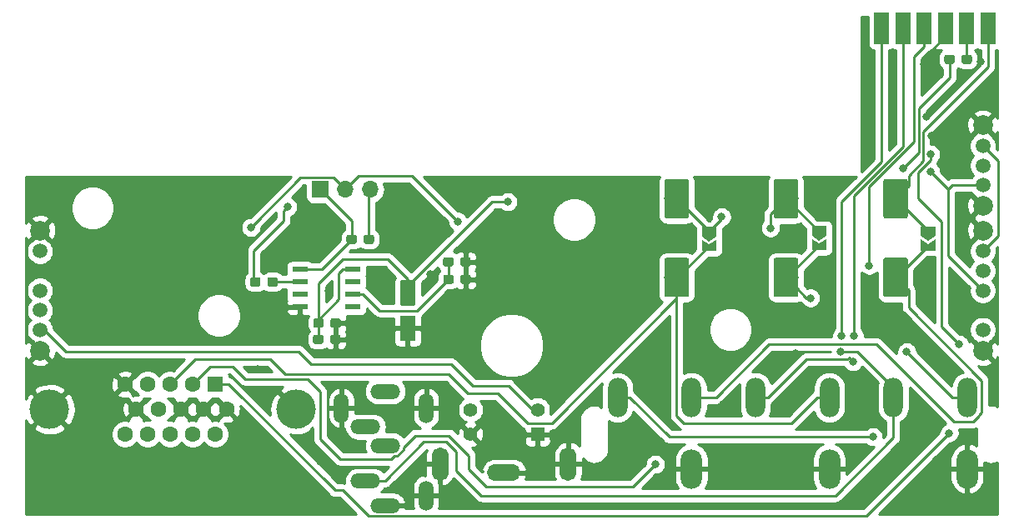
<source format=gtl>
G04 #@! TF.GenerationSoftware,KiCad,Pcbnew,(5.1.0)-1*
G04 #@! TF.CreationDate,2019-06-24T23:24:27-04:00*
G04 #@! TF.ProjectId,PSX Breakout,50535820-4272-4656-916b-6f75742e6b69,rev?*
G04 #@! TF.SameCoordinates,Original*
G04 #@! TF.FileFunction,Copper,L1,Top*
G04 #@! TF.FilePolarity,Positive*
%FSLAX46Y46*%
G04 Gerber Fmt 4.6, Leading zero omitted, Abs format (unit mm)*
G04 Created by KiCad (PCBNEW (5.1.0)-1) date 2019-06-24 23:24:27*
%MOMM*%
%LPD*%
G04 APERTURE LIST*
%ADD10O,1.700000X3.400000*%
%ADD11O,3.400000X1.700000*%
%ADD12C,1.408000*%
%ADD13R,1.408000X1.408000*%
%ADD14O,3.016000X1.508000*%
%ADD15O,1.508000X3.016000*%
%ADD16C,4.000000*%
%ADD17C,1.600000*%
%ADD18R,1.600000X1.600000*%
%ADD19O,2.200000X4.000000*%
%ADD20O,2.000000X4.000000*%
%ADD21C,1.500000*%
%ADD22C,2.000000*%
%ADD23R,1.500000X3.200000*%
%ADD24C,0.100000*%
%ADD25C,0.950000*%
%ADD26C,2.500000*%
%ADD27R,1.700000X1.700000*%
%ADD28O,1.700000X1.700000*%
%ADD29C,0.300000*%
%ADD30R,1.550000X0.600000*%
%ADD31C,0.800000*%
%ADD32C,0.250000*%
%ADD33C,0.254000*%
G04 APERTURE END LIST*
D10*
X145692000Y-106002000D03*
D11*
X139192000Y-106902000D03*
D10*
X132692000Y-106002000D03*
D12*
X142592000Y-100502000D03*
D13*
X142592000Y-103002000D03*
D12*
X135792000Y-103002000D03*
X135792000Y-100502000D03*
D14*
X125127000Y-102236000D03*
X125127000Y-107736000D03*
X127127000Y-110236000D03*
X127127000Y-104136000D03*
X127127000Y-98636000D03*
D15*
X122677000Y-100336000D03*
X131277000Y-100336000D03*
X131277000Y-109236000D03*
D16*
X118040000Y-100457000D03*
X93040000Y-100457000D03*
D17*
X100695000Y-102997000D03*
X102985000Y-102997000D03*
X105275000Y-102997000D03*
X107565000Y-102997000D03*
X109855000Y-102997000D03*
X101840000Y-100457000D03*
X104130000Y-100457000D03*
X106420000Y-100457000D03*
X108710000Y-100457000D03*
X111000000Y-100457000D03*
X100695000Y-97917000D03*
X102985000Y-97917000D03*
X105275000Y-97917000D03*
X107565000Y-97917000D03*
D18*
X109855000Y-97917000D03*
D19*
X186223500Y-106510000D03*
X172223500Y-106510000D03*
X158223500Y-106510000D03*
D20*
X186223500Y-99260000D03*
X178723500Y-99260000D03*
X150723500Y-99260000D03*
X158223500Y-99260000D03*
X164723500Y-99260000D03*
X172223500Y-99260000D03*
D21*
X92075000Y-88392000D03*
X92075000Y-90392000D03*
X92075000Y-84392000D03*
X92075000Y-92392000D03*
D22*
X92075000Y-94492000D03*
X92075000Y-82292000D03*
D23*
X188330000Y-61750000D03*
X177511818Y-61750000D03*
X179675454Y-61750000D03*
X181839090Y-61750000D03*
X184002726Y-61750000D03*
X186166362Y-61750000D03*
D22*
X187795000Y-94492000D03*
X187795000Y-82292000D03*
D21*
X187795000Y-84392000D03*
X187795000Y-92392000D03*
X187795000Y-86392000D03*
X187795000Y-88392000D03*
D24*
G36*
X114243779Y-87029144D02*
G01*
X114266834Y-87032563D01*
X114289443Y-87038227D01*
X114311387Y-87046079D01*
X114332457Y-87056044D01*
X114352448Y-87068026D01*
X114371168Y-87081910D01*
X114388438Y-87097562D01*
X114404090Y-87114832D01*
X114417974Y-87133552D01*
X114429956Y-87153543D01*
X114439921Y-87174613D01*
X114447773Y-87196557D01*
X114453437Y-87219166D01*
X114456856Y-87242221D01*
X114458000Y-87265500D01*
X114458000Y-87740500D01*
X114456856Y-87763779D01*
X114453437Y-87786834D01*
X114447773Y-87809443D01*
X114439921Y-87831387D01*
X114429956Y-87852457D01*
X114417974Y-87872448D01*
X114404090Y-87891168D01*
X114388438Y-87908438D01*
X114371168Y-87924090D01*
X114352448Y-87937974D01*
X114332457Y-87949956D01*
X114311387Y-87959921D01*
X114289443Y-87967773D01*
X114266834Y-87973437D01*
X114243779Y-87976856D01*
X114220500Y-87978000D01*
X113645500Y-87978000D01*
X113622221Y-87976856D01*
X113599166Y-87973437D01*
X113576557Y-87967773D01*
X113554613Y-87959921D01*
X113533543Y-87949956D01*
X113513552Y-87937974D01*
X113494832Y-87924090D01*
X113477562Y-87908438D01*
X113461910Y-87891168D01*
X113448026Y-87872448D01*
X113436044Y-87852457D01*
X113426079Y-87831387D01*
X113418227Y-87809443D01*
X113412563Y-87786834D01*
X113409144Y-87763779D01*
X113408000Y-87740500D01*
X113408000Y-87265500D01*
X113409144Y-87242221D01*
X113412563Y-87219166D01*
X113418227Y-87196557D01*
X113426079Y-87174613D01*
X113436044Y-87153543D01*
X113448026Y-87133552D01*
X113461910Y-87114832D01*
X113477562Y-87097562D01*
X113494832Y-87081910D01*
X113513552Y-87068026D01*
X113533543Y-87056044D01*
X113554613Y-87046079D01*
X113576557Y-87038227D01*
X113599166Y-87032563D01*
X113622221Y-87029144D01*
X113645500Y-87028000D01*
X114220500Y-87028000D01*
X114243779Y-87029144D01*
X114243779Y-87029144D01*
G37*
D25*
X113933000Y-87503000D03*
D24*
G36*
X115993779Y-87029144D02*
G01*
X116016834Y-87032563D01*
X116039443Y-87038227D01*
X116061387Y-87046079D01*
X116082457Y-87056044D01*
X116102448Y-87068026D01*
X116121168Y-87081910D01*
X116138438Y-87097562D01*
X116154090Y-87114832D01*
X116167974Y-87133552D01*
X116179956Y-87153543D01*
X116189921Y-87174613D01*
X116197773Y-87196557D01*
X116203437Y-87219166D01*
X116206856Y-87242221D01*
X116208000Y-87265500D01*
X116208000Y-87740500D01*
X116206856Y-87763779D01*
X116203437Y-87786834D01*
X116197773Y-87809443D01*
X116189921Y-87831387D01*
X116179956Y-87852457D01*
X116167974Y-87872448D01*
X116154090Y-87891168D01*
X116138438Y-87908438D01*
X116121168Y-87924090D01*
X116102448Y-87937974D01*
X116082457Y-87949956D01*
X116061387Y-87959921D01*
X116039443Y-87967773D01*
X116016834Y-87973437D01*
X115993779Y-87976856D01*
X115970500Y-87978000D01*
X115395500Y-87978000D01*
X115372221Y-87976856D01*
X115349166Y-87973437D01*
X115326557Y-87967773D01*
X115304613Y-87959921D01*
X115283543Y-87949956D01*
X115263552Y-87937974D01*
X115244832Y-87924090D01*
X115227562Y-87908438D01*
X115211910Y-87891168D01*
X115198026Y-87872448D01*
X115186044Y-87852457D01*
X115176079Y-87831387D01*
X115168227Y-87809443D01*
X115162563Y-87786834D01*
X115159144Y-87763779D01*
X115158000Y-87740500D01*
X115158000Y-87265500D01*
X115159144Y-87242221D01*
X115162563Y-87219166D01*
X115168227Y-87196557D01*
X115176079Y-87174613D01*
X115186044Y-87153543D01*
X115198026Y-87133552D01*
X115211910Y-87114832D01*
X115227562Y-87097562D01*
X115244832Y-87081910D01*
X115263552Y-87068026D01*
X115283543Y-87056044D01*
X115304613Y-87046079D01*
X115326557Y-87038227D01*
X115349166Y-87032563D01*
X115372221Y-87029144D01*
X115395500Y-87028000D01*
X115970500Y-87028000D01*
X115993779Y-87029144D01*
X115993779Y-87029144D01*
G37*
D25*
X115683000Y-87503000D03*
D24*
G36*
X168837504Y-77059204D02*
G01*
X168861773Y-77062804D01*
X168885571Y-77068765D01*
X168908671Y-77077030D01*
X168930849Y-77087520D01*
X168951893Y-77100133D01*
X168971598Y-77114747D01*
X168989777Y-77131223D01*
X169006253Y-77149402D01*
X169020867Y-77169107D01*
X169033480Y-77190151D01*
X169043970Y-77212329D01*
X169052235Y-77235429D01*
X169058196Y-77259227D01*
X169061796Y-77283496D01*
X169063000Y-77308000D01*
X169063000Y-80808000D01*
X169061796Y-80832504D01*
X169058196Y-80856773D01*
X169052235Y-80880571D01*
X169043970Y-80903671D01*
X169033480Y-80925849D01*
X169020867Y-80946893D01*
X169006253Y-80966598D01*
X168989777Y-80984777D01*
X168971598Y-81001253D01*
X168951893Y-81015867D01*
X168930849Y-81028480D01*
X168908671Y-81038970D01*
X168885571Y-81047235D01*
X168861773Y-81053196D01*
X168837504Y-81056796D01*
X168813000Y-81058000D01*
X166813000Y-81058000D01*
X166788496Y-81056796D01*
X166764227Y-81053196D01*
X166740429Y-81047235D01*
X166717329Y-81038970D01*
X166695151Y-81028480D01*
X166674107Y-81015867D01*
X166654402Y-81001253D01*
X166636223Y-80984777D01*
X166619747Y-80966598D01*
X166605133Y-80946893D01*
X166592520Y-80925849D01*
X166582030Y-80903671D01*
X166573765Y-80880571D01*
X166567804Y-80856773D01*
X166564204Y-80832504D01*
X166563000Y-80808000D01*
X166563000Y-77308000D01*
X166564204Y-77283496D01*
X166567804Y-77259227D01*
X166573765Y-77235429D01*
X166582030Y-77212329D01*
X166592520Y-77190151D01*
X166605133Y-77169107D01*
X166619747Y-77149402D01*
X166636223Y-77131223D01*
X166654402Y-77114747D01*
X166674107Y-77100133D01*
X166695151Y-77087520D01*
X166717329Y-77077030D01*
X166740429Y-77068765D01*
X166764227Y-77062804D01*
X166788496Y-77059204D01*
X166813000Y-77058000D01*
X168813000Y-77058000D01*
X168837504Y-77059204D01*
X168837504Y-77059204D01*
G37*
D26*
X167813000Y-79058000D03*
D24*
G36*
X168837504Y-85059204D02*
G01*
X168861773Y-85062804D01*
X168885571Y-85068765D01*
X168908671Y-85077030D01*
X168930849Y-85087520D01*
X168951893Y-85100133D01*
X168971598Y-85114747D01*
X168989777Y-85131223D01*
X169006253Y-85149402D01*
X169020867Y-85169107D01*
X169033480Y-85190151D01*
X169043970Y-85212329D01*
X169052235Y-85235429D01*
X169058196Y-85259227D01*
X169061796Y-85283496D01*
X169063000Y-85308000D01*
X169063000Y-88808000D01*
X169061796Y-88832504D01*
X169058196Y-88856773D01*
X169052235Y-88880571D01*
X169043970Y-88903671D01*
X169033480Y-88925849D01*
X169020867Y-88946893D01*
X169006253Y-88966598D01*
X168989777Y-88984777D01*
X168971598Y-89001253D01*
X168951893Y-89015867D01*
X168930849Y-89028480D01*
X168908671Y-89038970D01*
X168885571Y-89047235D01*
X168861773Y-89053196D01*
X168837504Y-89056796D01*
X168813000Y-89058000D01*
X166813000Y-89058000D01*
X166788496Y-89056796D01*
X166764227Y-89053196D01*
X166740429Y-89047235D01*
X166717329Y-89038970D01*
X166695151Y-89028480D01*
X166674107Y-89015867D01*
X166654402Y-89001253D01*
X166636223Y-88984777D01*
X166619747Y-88966598D01*
X166605133Y-88946893D01*
X166592520Y-88925849D01*
X166582030Y-88903671D01*
X166573765Y-88880571D01*
X166567804Y-88856773D01*
X166564204Y-88832504D01*
X166563000Y-88808000D01*
X166563000Y-85308000D01*
X166564204Y-85283496D01*
X166567804Y-85259227D01*
X166573765Y-85235429D01*
X166582030Y-85212329D01*
X166592520Y-85190151D01*
X166605133Y-85169107D01*
X166619747Y-85149402D01*
X166636223Y-85131223D01*
X166654402Y-85114747D01*
X166674107Y-85100133D01*
X166695151Y-85087520D01*
X166717329Y-85077030D01*
X166740429Y-85068765D01*
X166764227Y-85062804D01*
X166788496Y-85059204D01*
X166813000Y-85058000D01*
X168813000Y-85058000D01*
X168837504Y-85059204D01*
X168837504Y-85059204D01*
G37*
D26*
X167813000Y-87058000D03*
D24*
G36*
X179967504Y-85059204D02*
G01*
X179991773Y-85062804D01*
X180015571Y-85068765D01*
X180038671Y-85077030D01*
X180060849Y-85087520D01*
X180081893Y-85100133D01*
X180101598Y-85114747D01*
X180119777Y-85131223D01*
X180136253Y-85149402D01*
X180150867Y-85169107D01*
X180163480Y-85190151D01*
X180173970Y-85212329D01*
X180182235Y-85235429D01*
X180188196Y-85259227D01*
X180191796Y-85283496D01*
X180193000Y-85308000D01*
X180193000Y-88808000D01*
X180191796Y-88832504D01*
X180188196Y-88856773D01*
X180182235Y-88880571D01*
X180173970Y-88903671D01*
X180163480Y-88925849D01*
X180150867Y-88946893D01*
X180136253Y-88966598D01*
X180119777Y-88984777D01*
X180101598Y-89001253D01*
X180081893Y-89015867D01*
X180060849Y-89028480D01*
X180038671Y-89038970D01*
X180015571Y-89047235D01*
X179991773Y-89053196D01*
X179967504Y-89056796D01*
X179943000Y-89058000D01*
X177943000Y-89058000D01*
X177918496Y-89056796D01*
X177894227Y-89053196D01*
X177870429Y-89047235D01*
X177847329Y-89038970D01*
X177825151Y-89028480D01*
X177804107Y-89015867D01*
X177784402Y-89001253D01*
X177766223Y-88984777D01*
X177749747Y-88966598D01*
X177735133Y-88946893D01*
X177722520Y-88925849D01*
X177712030Y-88903671D01*
X177703765Y-88880571D01*
X177697804Y-88856773D01*
X177694204Y-88832504D01*
X177693000Y-88808000D01*
X177693000Y-85308000D01*
X177694204Y-85283496D01*
X177697804Y-85259227D01*
X177703765Y-85235429D01*
X177712030Y-85212329D01*
X177722520Y-85190151D01*
X177735133Y-85169107D01*
X177749747Y-85149402D01*
X177766223Y-85131223D01*
X177784402Y-85114747D01*
X177804107Y-85100133D01*
X177825151Y-85087520D01*
X177847329Y-85077030D01*
X177870429Y-85068765D01*
X177894227Y-85062804D01*
X177918496Y-85059204D01*
X177943000Y-85058000D01*
X179943000Y-85058000D01*
X179967504Y-85059204D01*
X179967504Y-85059204D01*
G37*
D26*
X178943000Y-87058000D03*
D24*
G36*
X179967504Y-77059204D02*
G01*
X179991773Y-77062804D01*
X180015571Y-77068765D01*
X180038671Y-77077030D01*
X180060849Y-77087520D01*
X180081893Y-77100133D01*
X180101598Y-77114747D01*
X180119777Y-77131223D01*
X180136253Y-77149402D01*
X180150867Y-77169107D01*
X180163480Y-77190151D01*
X180173970Y-77212329D01*
X180182235Y-77235429D01*
X180188196Y-77259227D01*
X180191796Y-77283496D01*
X180193000Y-77308000D01*
X180193000Y-80808000D01*
X180191796Y-80832504D01*
X180188196Y-80856773D01*
X180182235Y-80880571D01*
X180173970Y-80903671D01*
X180163480Y-80925849D01*
X180150867Y-80946893D01*
X180136253Y-80966598D01*
X180119777Y-80984777D01*
X180101598Y-81001253D01*
X180081893Y-81015867D01*
X180060849Y-81028480D01*
X180038671Y-81038970D01*
X180015571Y-81047235D01*
X179991773Y-81053196D01*
X179967504Y-81056796D01*
X179943000Y-81058000D01*
X177943000Y-81058000D01*
X177918496Y-81056796D01*
X177894227Y-81053196D01*
X177870429Y-81047235D01*
X177847329Y-81038970D01*
X177825151Y-81028480D01*
X177804107Y-81015867D01*
X177784402Y-81001253D01*
X177766223Y-80984777D01*
X177749747Y-80966598D01*
X177735133Y-80946893D01*
X177722520Y-80925849D01*
X177712030Y-80903671D01*
X177703765Y-80880571D01*
X177697804Y-80856773D01*
X177694204Y-80832504D01*
X177693000Y-80808000D01*
X177693000Y-77308000D01*
X177694204Y-77283496D01*
X177697804Y-77259227D01*
X177703765Y-77235429D01*
X177712030Y-77212329D01*
X177722520Y-77190151D01*
X177735133Y-77169107D01*
X177749747Y-77149402D01*
X177766223Y-77131223D01*
X177784402Y-77114747D01*
X177804107Y-77100133D01*
X177825151Y-77087520D01*
X177847329Y-77077030D01*
X177870429Y-77068765D01*
X177894227Y-77062804D01*
X177918496Y-77059204D01*
X177943000Y-77058000D01*
X179943000Y-77058000D01*
X179967504Y-77059204D01*
X179967504Y-77059204D01*
G37*
D26*
X178943000Y-79058000D03*
D24*
G36*
X157742504Y-77059204D02*
G01*
X157766773Y-77062804D01*
X157790571Y-77068765D01*
X157813671Y-77077030D01*
X157835849Y-77087520D01*
X157856893Y-77100133D01*
X157876598Y-77114747D01*
X157894777Y-77131223D01*
X157911253Y-77149402D01*
X157925867Y-77169107D01*
X157938480Y-77190151D01*
X157948970Y-77212329D01*
X157957235Y-77235429D01*
X157963196Y-77259227D01*
X157966796Y-77283496D01*
X157968000Y-77308000D01*
X157968000Y-80808000D01*
X157966796Y-80832504D01*
X157963196Y-80856773D01*
X157957235Y-80880571D01*
X157948970Y-80903671D01*
X157938480Y-80925849D01*
X157925867Y-80946893D01*
X157911253Y-80966598D01*
X157894777Y-80984777D01*
X157876598Y-81001253D01*
X157856893Y-81015867D01*
X157835849Y-81028480D01*
X157813671Y-81038970D01*
X157790571Y-81047235D01*
X157766773Y-81053196D01*
X157742504Y-81056796D01*
X157718000Y-81058000D01*
X155718000Y-81058000D01*
X155693496Y-81056796D01*
X155669227Y-81053196D01*
X155645429Y-81047235D01*
X155622329Y-81038970D01*
X155600151Y-81028480D01*
X155579107Y-81015867D01*
X155559402Y-81001253D01*
X155541223Y-80984777D01*
X155524747Y-80966598D01*
X155510133Y-80946893D01*
X155497520Y-80925849D01*
X155487030Y-80903671D01*
X155478765Y-80880571D01*
X155472804Y-80856773D01*
X155469204Y-80832504D01*
X155468000Y-80808000D01*
X155468000Y-77308000D01*
X155469204Y-77283496D01*
X155472804Y-77259227D01*
X155478765Y-77235429D01*
X155487030Y-77212329D01*
X155497520Y-77190151D01*
X155510133Y-77169107D01*
X155524747Y-77149402D01*
X155541223Y-77131223D01*
X155559402Y-77114747D01*
X155579107Y-77100133D01*
X155600151Y-77087520D01*
X155622329Y-77077030D01*
X155645429Y-77068765D01*
X155669227Y-77062804D01*
X155693496Y-77059204D01*
X155718000Y-77058000D01*
X157718000Y-77058000D01*
X157742504Y-77059204D01*
X157742504Y-77059204D01*
G37*
D26*
X156718000Y-79058000D03*
D24*
G36*
X157742504Y-85059204D02*
G01*
X157766773Y-85062804D01*
X157790571Y-85068765D01*
X157813671Y-85077030D01*
X157835849Y-85087520D01*
X157856893Y-85100133D01*
X157876598Y-85114747D01*
X157894777Y-85131223D01*
X157911253Y-85149402D01*
X157925867Y-85169107D01*
X157938480Y-85190151D01*
X157948970Y-85212329D01*
X157957235Y-85235429D01*
X157963196Y-85259227D01*
X157966796Y-85283496D01*
X157968000Y-85308000D01*
X157968000Y-88808000D01*
X157966796Y-88832504D01*
X157963196Y-88856773D01*
X157957235Y-88880571D01*
X157948970Y-88903671D01*
X157938480Y-88925849D01*
X157925867Y-88946893D01*
X157911253Y-88966598D01*
X157894777Y-88984777D01*
X157876598Y-89001253D01*
X157856893Y-89015867D01*
X157835849Y-89028480D01*
X157813671Y-89038970D01*
X157790571Y-89047235D01*
X157766773Y-89053196D01*
X157742504Y-89056796D01*
X157718000Y-89058000D01*
X155718000Y-89058000D01*
X155693496Y-89056796D01*
X155669227Y-89053196D01*
X155645429Y-89047235D01*
X155622329Y-89038970D01*
X155600151Y-89028480D01*
X155579107Y-89015867D01*
X155559402Y-89001253D01*
X155541223Y-88984777D01*
X155524747Y-88966598D01*
X155510133Y-88946893D01*
X155497520Y-88925849D01*
X155487030Y-88903671D01*
X155478765Y-88880571D01*
X155472804Y-88856773D01*
X155469204Y-88832504D01*
X155468000Y-88808000D01*
X155468000Y-85308000D01*
X155469204Y-85283496D01*
X155472804Y-85259227D01*
X155478765Y-85235429D01*
X155487030Y-85212329D01*
X155497520Y-85190151D01*
X155510133Y-85169107D01*
X155524747Y-85149402D01*
X155541223Y-85131223D01*
X155559402Y-85114747D01*
X155579107Y-85100133D01*
X155600151Y-85087520D01*
X155622329Y-85077030D01*
X155645429Y-85068765D01*
X155669227Y-85062804D01*
X155693496Y-85059204D01*
X155718000Y-85058000D01*
X157718000Y-85058000D01*
X157742504Y-85059204D01*
X157742504Y-85059204D01*
G37*
D26*
X156718000Y-87058000D03*
D24*
G36*
X129987504Y-87325204D02*
G01*
X130011773Y-87328804D01*
X130035571Y-87334765D01*
X130058671Y-87343030D01*
X130080849Y-87353520D01*
X130101893Y-87366133D01*
X130121598Y-87380747D01*
X130139777Y-87397223D01*
X130156253Y-87415402D01*
X130170867Y-87435107D01*
X130183480Y-87456151D01*
X130193970Y-87478329D01*
X130202235Y-87501429D01*
X130208196Y-87525227D01*
X130211796Y-87549496D01*
X130213000Y-87574000D01*
X130213000Y-89674000D01*
X130211796Y-89698504D01*
X130208196Y-89722773D01*
X130202235Y-89746571D01*
X130193970Y-89769671D01*
X130183480Y-89791849D01*
X130170867Y-89812893D01*
X130156253Y-89832598D01*
X130139777Y-89850777D01*
X130121598Y-89867253D01*
X130101893Y-89881867D01*
X130080849Y-89894480D01*
X130058671Y-89904970D01*
X130035571Y-89913235D01*
X130011773Y-89919196D01*
X129987504Y-89922796D01*
X129963000Y-89924000D01*
X128863000Y-89924000D01*
X128838496Y-89922796D01*
X128814227Y-89919196D01*
X128790429Y-89913235D01*
X128767329Y-89904970D01*
X128745151Y-89894480D01*
X128724107Y-89881867D01*
X128704402Y-89867253D01*
X128686223Y-89850777D01*
X128669747Y-89832598D01*
X128655133Y-89812893D01*
X128642520Y-89791849D01*
X128632030Y-89769671D01*
X128623765Y-89746571D01*
X128617804Y-89722773D01*
X128614204Y-89698504D01*
X128613000Y-89674000D01*
X128613000Y-87574000D01*
X128614204Y-87549496D01*
X128617804Y-87525227D01*
X128623765Y-87501429D01*
X128632030Y-87478329D01*
X128642520Y-87456151D01*
X128655133Y-87435107D01*
X128669747Y-87415402D01*
X128686223Y-87397223D01*
X128704402Y-87380747D01*
X128724107Y-87366133D01*
X128745151Y-87353520D01*
X128767329Y-87343030D01*
X128790429Y-87334765D01*
X128814227Y-87328804D01*
X128838496Y-87325204D01*
X128863000Y-87324000D01*
X129963000Y-87324000D01*
X129987504Y-87325204D01*
X129987504Y-87325204D01*
G37*
D17*
X129413000Y-88624000D03*
D24*
G36*
X129987504Y-90925204D02*
G01*
X130011773Y-90928804D01*
X130035571Y-90934765D01*
X130058671Y-90943030D01*
X130080849Y-90953520D01*
X130101893Y-90966133D01*
X130121598Y-90980747D01*
X130139777Y-90997223D01*
X130156253Y-91015402D01*
X130170867Y-91035107D01*
X130183480Y-91056151D01*
X130193970Y-91078329D01*
X130202235Y-91101429D01*
X130208196Y-91125227D01*
X130211796Y-91149496D01*
X130213000Y-91174000D01*
X130213000Y-93274000D01*
X130211796Y-93298504D01*
X130208196Y-93322773D01*
X130202235Y-93346571D01*
X130193970Y-93369671D01*
X130183480Y-93391849D01*
X130170867Y-93412893D01*
X130156253Y-93432598D01*
X130139777Y-93450777D01*
X130121598Y-93467253D01*
X130101893Y-93481867D01*
X130080849Y-93494480D01*
X130058671Y-93504970D01*
X130035571Y-93513235D01*
X130011773Y-93519196D01*
X129987504Y-93522796D01*
X129963000Y-93524000D01*
X128863000Y-93524000D01*
X128838496Y-93522796D01*
X128814227Y-93519196D01*
X128790429Y-93513235D01*
X128767329Y-93504970D01*
X128745151Y-93494480D01*
X128724107Y-93481867D01*
X128704402Y-93467253D01*
X128686223Y-93450777D01*
X128669747Y-93432598D01*
X128655133Y-93412893D01*
X128642520Y-93391849D01*
X128632030Y-93369671D01*
X128623765Y-93346571D01*
X128617804Y-93322773D01*
X128614204Y-93298504D01*
X128613000Y-93274000D01*
X128613000Y-91174000D01*
X128614204Y-91149496D01*
X128617804Y-91125227D01*
X128623765Y-91101429D01*
X128632030Y-91078329D01*
X128642520Y-91056151D01*
X128655133Y-91035107D01*
X128669747Y-91015402D01*
X128686223Y-90997223D01*
X128704402Y-90980747D01*
X128724107Y-90966133D01*
X128745151Y-90953520D01*
X128767329Y-90943030D01*
X128790429Y-90934765D01*
X128814227Y-90928804D01*
X128838496Y-90925204D01*
X128863000Y-90924000D01*
X129963000Y-90924000D01*
X129987504Y-90925204D01*
X129987504Y-90925204D01*
G37*
D17*
X129413000Y-92224000D03*
D24*
G36*
X120645779Y-91220144D02*
G01*
X120668834Y-91223563D01*
X120691443Y-91229227D01*
X120713387Y-91237079D01*
X120734457Y-91247044D01*
X120754448Y-91259026D01*
X120773168Y-91272910D01*
X120790438Y-91288562D01*
X120806090Y-91305832D01*
X120819974Y-91324552D01*
X120831956Y-91344543D01*
X120841921Y-91365613D01*
X120849773Y-91387557D01*
X120855437Y-91410166D01*
X120858856Y-91433221D01*
X120860000Y-91456500D01*
X120860000Y-91931500D01*
X120858856Y-91954779D01*
X120855437Y-91977834D01*
X120849773Y-92000443D01*
X120841921Y-92022387D01*
X120831956Y-92043457D01*
X120819974Y-92063448D01*
X120806090Y-92082168D01*
X120790438Y-92099438D01*
X120773168Y-92115090D01*
X120754448Y-92128974D01*
X120734457Y-92140956D01*
X120713387Y-92150921D01*
X120691443Y-92158773D01*
X120668834Y-92164437D01*
X120645779Y-92167856D01*
X120622500Y-92169000D01*
X120047500Y-92169000D01*
X120024221Y-92167856D01*
X120001166Y-92164437D01*
X119978557Y-92158773D01*
X119956613Y-92150921D01*
X119935543Y-92140956D01*
X119915552Y-92128974D01*
X119896832Y-92115090D01*
X119879562Y-92099438D01*
X119863910Y-92082168D01*
X119850026Y-92063448D01*
X119838044Y-92043457D01*
X119828079Y-92022387D01*
X119820227Y-92000443D01*
X119814563Y-91977834D01*
X119811144Y-91954779D01*
X119810000Y-91931500D01*
X119810000Y-91456500D01*
X119811144Y-91433221D01*
X119814563Y-91410166D01*
X119820227Y-91387557D01*
X119828079Y-91365613D01*
X119838044Y-91344543D01*
X119850026Y-91324552D01*
X119863910Y-91305832D01*
X119879562Y-91288562D01*
X119896832Y-91272910D01*
X119915552Y-91259026D01*
X119935543Y-91247044D01*
X119956613Y-91237079D01*
X119978557Y-91229227D01*
X120001166Y-91223563D01*
X120024221Y-91220144D01*
X120047500Y-91219000D01*
X120622500Y-91219000D01*
X120645779Y-91220144D01*
X120645779Y-91220144D01*
G37*
D25*
X120335000Y-91694000D03*
D24*
G36*
X122395779Y-91220144D02*
G01*
X122418834Y-91223563D01*
X122441443Y-91229227D01*
X122463387Y-91237079D01*
X122484457Y-91247044D01*
X122504448Y-91259026D01*
X122523168Y-91272910D01*
X122540438Y-91288562D01*
X122556090Y-91305832D01*
X122569974Y-91324552D01*
X122581956Y-91344543D01*
X122591921Y-91365613D01*
X122599773Y-91387557D01*
X122605437Y-91410166D01*
X122608856Y-91433221D01*
X122610000Y-91456500D01*
X122610000Y-91931500D01*
X122608856Y-91954779D01*
X122605437Y-91977834D01*
X122599773Y-92000443D01*
X122591921Y-92022387D01*
X122581956Y-92043457D01*
X122569974Y-92063448D01*
X122556090Y-92082168D01*
X122540438Y-92099438D01*
X122523168Y-92115090D01*
X122504448Y-92128974D01*
X122484457Y-92140956D01*
X122463387Y-92150921D01*
X122441443Y-92158773D01*
X122418834Y-92164437D01*
X122395779Y-92167856D01*
X122372500Y-92169000D01*
X121797500Y-92169000D01*
X121774221Y-92167856D01*
X121751166Y-92164437D01*
X121728557Y-92158773D01*
X121706613Y-92150921D01*
X121685543Y-92140956D01*
X121665552Y-92128974D01*
X121646832Y-92115090D01*
X121629562Y-92099438D01*
X121613910Y-92082168D01*
X121600026Y-92063448D01*
X121588044Y-92043457D01*
X121578079Y-92022387D01*
X121570227Y-92000443D01*
X121564563Y-91977834D01*
X121561144Y-91954779D01*
X121560000Y-91931500D01*
X121560000Y-91456500D01*
X121561144Y-91433221D01*
X121564563Y-91410166D01*
X121570227Y-91387557D01*
X121578079Y-91365613D01*
X121588044Y-91344543D01*
X121600026Y-91324552D01*
X121613910Y-91305832D01*
X121629562Y-91288562D01*
X121646832Y-91272910D01*
X121665552Y-91259026D01*
X121685543Y-91247044D01*
X121706613Y-91237079D01*
X121728557Y-91229227D01*
X121751166Y-91223563D01*
X121774221Y-91220144D01*
X121797500Y-91219000D01*
X122372500Y-91219000D01*
X122395779Y-91220144D01*
X122395779Y-91220144D01*
G37*
D25*
X122085000Y-91694000D03*
D24*
G36*
X122381779Y-92871144D02*
G01*
X122404834Y-92874563D01*
X122427443Y-92880227D01*
X122449387Y-92888079D01*
X122470457Y-92898044D01*
X122490448Y-92910026D01*
X122509168Y-92923910D01*
X122526438Y-92939562D01*
X122542090Y-92956832D01*
X122555974Y-92975552D01*
X122567956Y-92995543D01*
X122577921Y-93016613D01*
X122585773Y-93038557D01*
X122591437Y-93061166D01*
X122594856Y-93084221D01*
X122596000Y-93107500D01*
X122596000Y-93582500D01*
X122594856Y-93605779D01*
X122591437Y-93628834D01*
X122585773Y-93651443D01*
X122577921Y-93673387D01*
X122567956Y-93694457D01*
X122555974Y-93714448D01*
X122542090Y-93733168D01*
X122526438Y-93750438D01*
X122509168Y-93766090D01*
X122490448Y-93779974D01*
X122470457Y-93791956D01*
X122449387Y-93801921D01*
X122427443Y-93809773D01*
X122404834Y-93815437D01*
X122381779Y-93818856D01*
X122358500Y-93820000D01*
X121783500Y-93820000D01*
X121760221Y-93818856D01*
X121737166Y-93815437D01*
X121714557Y-93809773D01*
X121692613Y-93801921D01*
X121671543Y-93791956D01*
X121651552Y-93779974D01*
X121632832Y-93766090D01*
X121615562Y-93750438D01*
X121599910Y-93733168D01*
X121586026Y-93714448D01*
X121574044Y-93694457D01*
X121564079Y-93673387D01*
X121556227Y-93651443D01*
X121550563Y-93628834D01*
X121547144Y-93605779D01*
X121546000Y-93582500D01*
X121546000Y-93107500D01*
X121547144Y-93084221D01*
X121550563Y-93061166D01*
X121556227Y-93038557D01*
X121564079Y-93016613D01*
X121574044Y-92995543D01*
X121586026Y-92975552D01*
X121599910Y-92956832D01*
X121615562Y-92939562D01*
X121632832Y-92923910D01*
X121651552Y-92910026D01*
X121671543Y-92898044D01*
X121692613Y-92888079D01*
X121714557Y-92880227D01*
X121737166Y-92874563D01*
X121760221Y-92871144D01*
X121783500Y-92870000D01*
X122358500Y-92870000D01*
X122381779Y-92871144D01*
X122381779Y-92871144D01*
G37*
D25*
X122071000Y-93345000D03*
D24*
G36*
X120631779Y-92871144D02*
G01*
X120654834Y-92874563D01*
X120677443Y-92880227D01*
X120699387Y-92888079D01*
X120720457Y-92898044D01*
X120740448Y-92910026D01*
X120759168Y-92923910D01*
X120776438Y-92939562D01*
X120792090Y-92956832D01*
X120805974Y-92975552D01*
X120817956Y-92995543D01*
X120827921Y-93016613D01*
X120835773Y-93038557D01*
X120841437Y-93061166D01*
X120844856Y-93084221D01*
X120846000Y-93107500D01*
X120846000Y-93582500D01*
X120844856Y-93605779D01*
X120841437Y-93628834D01*
X120835773Y-93651443D01*
X120827921Y-93673387D01*
X120817956Y-93694457D01*
X120805974Y-93714448D01*
X120792090Y-93733168D01*
X120776438Y-93750438D01*
X120759168Y-93766090D01*
X120740448Y-93779974D01*
X120720457Y-93791956D01*
X120699387Y-93801921D01*
X120677443Y-93809773D01*
X120654834Y-93815437D01*
X120631779Y-93818856D01*
X120608500Y-93820000D01*
X120033500Y-93820000D01*
X120010221Y-93818856D01*
X119987166Y-93815437D01*
X119964557Y-93809773D01*
X119942613Y-93801921D01*
X119921543Y-93791956D01*
X119901552Y-93779974D01*
X119882832Y-93766090D01*
X119865562Y-93750438D01*
X119849910Y-93733168D01*
X119836026Y-93714448D01*
X119824044Y-93694457D01*
X119814079Y-93673387D01*
X119806227Y-93651443D01*
X119800563Y-93628834D01*
X119797144Y-93605779D01*
X119796000Y-93582500D01*
X119796000Y-93107500D01*
X119797144Y-93084221D01*
X119800563Y-93061166D01*
X119806227Y-93038557D01*
X119814079Y-93016613D01*
X119824044Y-92995543D01*
X119836026Y-92975552D01*
X119849910Y-92956832D01*
X119865562Y-92939562D01*
X119882832Y-92923910D01*
X119901552Y-92910026D01*
X119921543Y-92898044D01*
X119942613Y-92888079D01*
X119964557Y-92880227D01*
X119987166Y-92874563D01*
X120010221Y-92871144D01*
X120033500Y-92870000D01*
X120608500Y-92870000D01*
X120631779Y-92871144D01*
X120631779Y-92871144D01*
G37*
D25*
X120321000Y-93345000D03*
D24*
G36*
X133853779Y-86775144D02*
G01*
X133876834Y-86778563D01*
X133899443Y-86784227D01*
X133921387Y-86792079D01*
X133942457Y-86802044D01*
X133962448Y-86814026D01*
X133981168Y-86827910D01*
X133998438Y-86843562D01*
X134014090Y-86860832D01*
X134027974Y-86879552D01*
X134039956Y-86899543D01*
X134049921Y-86920613D01*
X134057773Y-86942557D01*
X134063437Y-86965166D01*
X134066856Y-86988221D01*
X134068000Y-87011500D01*
X134068000Y-87486500D01*
X134066856Y-87509779D01*
X134063437Y-87532834D01*
X134057773Y-87555443D01*
X134049921Y-87577387D01*
X134039956Y-87598457D01*
X134027974Y-87618448D01*
X134014090Y-87637168D01*
X133998438Y-87654438D01*
X133981168Y-87670090D01*
X133962448Y-87683974D01*
X133942457Y-87695956D01*
X133921387Y-87705921D01*
X133899443Y-87713773D01*
X133876834Y-87719437D01*
X133853779Y-87722856D01*
X133830500Y-87724000D01*
X133255500Y-87724000D01*
X133232221Y-87722856D01*
X133209166Y-87719437D01*
X133186557Y-87713773D01*
X133164613Y-87705921D01*
X133143543Y-87695956D01*
X133123552Y-87683974D01*
X133104832Y-87670090D01*
X133087562Y-87654438D01*
X133071910Y-87637168D01*
X133058026Y-87618448D01*
X133046044Y-87598457D01*
X133036079Y-87577387D01*
X133028227Y-87555443D01*
X133022563Y-87532834D01*
X133019144Y-87509779D01*
X133018000Y-87486500D01*
X133018000Y-87011500D01*
X133019144Y-86988221D01*
X133022563Y-86965166D01*
X133028227Y-86942557D01*
X133036079Y-86920613D01*
X133046044Y-86899543D01*
X133058026Y-86879552D01*
X133071910Y-86860832D01*
X133087562Y-86843562D01*
X133104832Y-86827910D01*
X133123552Y-86814026D01*
X133143543Y-86802044D01*
X133164613Y-86792079D01*
X133186557Y-86784227D01*
X133209166Y-86778563D01*
X133232221Y-86775144D01*
X133255500Y-86774000D01*
X133830500Y-86774000D01*
X133853779Y-86775144D01*
X133853779Y-86775144D01*
G37*
D25*
X133543000Y-87249000D03*
D24*
G36*
X135603779Y-86775144D02*
G01*
X135626834Y-86778563D01*
X135649443Y-86784227D01*
X135671387Y-86792079D01*
X135692457Y-86802044D01*
X135712448Y-86814026D01*
X135731168Y-86827910D01*
X135748438Y-86843562D01*
X135764090Y-86860832D01*
X135777974Y-86879552D01*
X135789956Y-86899543D01*
X135799921Y-86920613D01*
X135807773Y-86942557D01*
X135813437Y-86965166D01*
X135816856Y-86988221D01*
X135818000Y-87011500D01*
X135818000Y-87486500D01*
X135816856Y-87509779D01*
X135813437Y-87532834D01*
X135807773Y-87555443D01*
X135799921Y-87577387D01*
X135789956Y-87598457D01*
X135777974Y-87618448D01*
X135764090Y-87637168D01*
X135748438Y-87654438D01*
X135731168Y-87670090D01*
X135712448Y-87683974D01*
X135692457Y-87695956D01*
X135671387Y-87705921D01*
X135649443Y-87713773D01*
X135626834Y-87719437D01*
X135603779Y-87722856D01*
X135580500Y-87724000D01*
X135005500Y-87724000D01*
X134982221Y-87722856D01*
X134959166Y-87719437D01*
X134936557Y-87713773D01*
X134914613Y-87705921D01*
X134893543Y-87695956D01*
X134873552Y-87683974D01*
X134854832Y-87670090D01*
X134837562Y-87654438D01*
X134821910Y-87637168D01*
X134808026Y-87618448D01*
X134796044Y-87598457D01*
X134786079Y-87577387D01*
X134778227Y-87555443D01*
X134772563Y-87532834D01*
X134769144Y-87509779D01*
X134768000Y-87486500D01*
X134768000Y-87011500D01*
X134769144Y-86988221D01*
X134772563Y-86965166D01*
X134778227Y-86942557D01*
X134786079Y-86920613D01*
X134796044Y-86899543D01*
X134808026Y-86879552D01*
X134821910Y-86860832D01*
X134837562Y-86843562D01*
X134854832Y-86827910D01*
X134873552Y-86814026D01*
X134893543Y-86802044D01*
X134914613Y-86792079D01*
X134936557Y-86784227D01*
X134959166Y-86778563D01*
X134982221Y-86775144D01*
X135005500Y-86774000D01*
X135580500Y-86774000D01*
X135603779Y-86775144D01*
X135603779Y-86775144D01*
G37*
D25*
X135293000Y-87249000D03*
D24*
G36*
X184728779Y-64423144D02*
G01*
X184751834Y-64426563D01*
X184774443Y-64432227D01*
X184796387Y-64440079D01*
X184817457Y-64450044D01*
X184837448Y-64462026D01*
X184856168Y-64475910D01*
X184873438Y-64491562D01*
X184889090Y-64508832D01*
X184902974Y-64527552D01*
X184914956Y-64547543D01*
X184924921Y-64568613D01*
X184932773Y-64590557D01*
X184938437Y-64613166D01*
X184941856Y-64636221D01*
X184943000Y-64659500D01*
X184943000Y-65134500D01*
X184941856Y-65157779D01*
X184938437Y-65180834D01*
X184932773Y-65203443D01*
X184924921Y-65225387D01*
X184914956Y-65246457D01*
X184902974Y-65266448D01*
X184889090Y-65285168D01*
X184873438Y-65302438D01*
X184856168Y-65318090D01*
X184837448Y-65331974D01*
X184817457Y-65343956D01*
X184796387Y-65353921D01*
X184774443Y-65361773D01*
X184751834Y-65367437D01*
X184728779Y-65370856D01*
X184705500Y-65372000D01*
X184130500Y-65372000D01*
X184107221Y-65370856D01*
X184084166Y-65367437D01*
X184061557Y-65361773D01*
X184039613Y-65353921D01*
X184018543Y-65343956D01*
X183998552Y-65331974D01*
X183979832Y-65318090D01*
X183962562Y-65302438D01*
X183946910Y-65285168D01*
X183933026Y-65266448D01*
X183921044Y-65246457D01*
X183911079Y-65225387D01*
X183903227Y-65203443D01*
X183897563Y-65180834D01*
X183894144Y-65157779D01*
X183893000Y-65134500D01*
X183893000Y-64659500D01*
X183894144Y-64636221D01*
X183897563Y-64613166D01*
X183903227Y-64590557D01*
X183911079Y-64568613D01*
X183921044Y-64547543D01*
X183933026Y-64527552D01*
X183946910Y-64508832D01*
X183962562Y-64491562D01*
X183979832Y-64475910D01*
X183998552Y-64462026D01*
X184018543Y-64450044D01*
X184039613Y-64440079D01*
X184061557Y-64432227D01*
X184084166Y-64426563D01*
X184107221Y-64423144D01*
X184130500Y-64422000D01*
X184705500Y-64422000D01*
X184728779Y-64423144D01*
X184728779Y-64423144D01*
G37*
D25*
X184418000Y-64897000D03*
D24*
G36*
X186478779Y-64423144D02*
G01*
X186501834Y-64426563D01*
X186524443Y-64432227D01*
X186546387Y-64440079D01*
X186567457Y-64450044D01*
X186587448Y-64462026D01*
X186606168Y-64475910D01*
X186623438Y-64491562D01*
X186639090Y-64508832D01*
X186652974Y-64527552D01*
X186664956Y-64547543D01*
X186674921Y-64568613D01*
X186682773Y-64590557D01*
X186688437Y-64613166D01*
X186691856Y-64636221D01*
X186693000Y-64659500D01*
X186693000Y-65134500D01*
X186691856Y-65157779D01*
X186688437Y-65180834D01*
X186682773Y-65203443D01*
X186674921Y-65225387D01*
X186664956Y-65246457D01*
X186652974Y-65266448D01*
X186639090Y-65285168D01*
X186623438Y-65302438D01*
X186606168Y-65318090D01*
X186587448Y-65331974D01*
X186567457Y-65343956D01*
X186546387Y-65353921D01*
X186524443Y-65361773D01*
X186501834Y-65367437D01*
X186478779Y-65370856D01*
X186455500Y-65372000D01*
X185880500Y-65372000D01*
X185857221Y-65370856D01*
X185834166Y-65367437D01*
X185811557Y-65361773D01*
X185789613Y-65353921D01*
X185768543Y-65343956D01*
X185748552Y-65331974D01*
X185729832Y-65318090D01*
X185712562Y-65302438D01*
X185696910Y-65285168D01*
X185683026Y-65266448D01*
X185671044Y-65246457D01*
X185661079Y-65225387D01*
X185653227Y-65203443D01*
X185647563Y-65180834D01*
X185644144Y-65157779D01*
X185643000Y-65134500D01*
X185643000Y-64659500D01*
X185644144Y-64636221D01*
X185647563Y-64613166D01*
X185653227Y-64590557D01*
X185661079Y-64568613D01*
X185671044Y-64547543D01*
X185683026Y-64527552D01*
X185696910Y-64508832D01*
X185712562Y-64491562D01*
X185729832Y-64475910D01*
X185748552Y-64462026D01*
X185768543Y-64450044D01*
X185789613Y-64440079D01*
X185811557Y-64432227D01*
X185834166Y-64426563D01*
X185857221Y-64423144D01*
X185880500Y-64422000D01*
X186455500Y-64422000D01*
X186478779Y-64423144D01*
X186478779Y-64423144D01*
G37*
D25*
X186168000Y-64897000D03*
D27*
X120523000Y-78105000D03*
D28*
X123063000Y-78105000D03*
X125603000Y-78105000D03*
D29*
X171196000Y-83783000D03*
D24*
G36*
X170446000Y-84283000D02*
G01*
X170446000Y-83133000D01*
X171196000Y-83633000D01*
X171946000Y-83133000D01*
X171946000Y-84283000D01*
X170446000Y-84283000D01*
X170446000Y-84283000D01*
G37*
D29*
X171196000Y-82333000D03*
D24*
G36*
X171196000Y-83333000D02*
G01*
X170446000Y-82833000D01*
X170446000Y-81833000D01*
X171946000Y-81833000D01*
X171946000Y-82833000D01*
X171196000Y-83333000D01*
X171196000Y-83333000D01*
G37*
D29*
X182245000Y-82370000D03*
D24*
G36*
X182245000Y-83370000D02*
G01*
X181495000Y-82870000D01*
X181495000Y-81870000D01*
X182995000Y-81870000D01*
X182995000Y-82870000D01*
X182245000Y-83370000D01*
X182245000Y-83370000D01*
G37*
D29*
X182245000Y-83820000D03*
D24*
G36*
X181495000Y-84320000D02*
G01*
X181495000Y-83170000D01*
X182245000Y-83670000D01*
X182995000Y-83170000D01*
X182995000Y-84320000D01*
X181495000Y-84320000D01*
X181495000Y-84320000D01*
G37*
D29*
X160020000Y-83873000D03*
D24*
G36*
X159270000Y-84373000D02*
G01*
X159270000Y-83223000D01*
X160020000Y-83723000D01*
X160770000Y-83223000D01*
X160770000Y-84373000D01*
X159270000Y-84373000D01*
X159270000Y-84373000D01*
G37*
D29*
X160020000Y-82423000D03*
D24*
G36*
X160020000Y-83423000D02*
G01*
X159270000Y-82923000D01*
X159270000Y-81923000D01*
X160770000Y-81923000D01*
X160770000Y-82923000D01*
X160020000Y-83423000D01*
X160020000Y-83423000D01*
G37*
G36*
X125772779Y-82711144D02*
G01*
X125795834Y-82714563D01*
X125818443Y-82720227D01*
X125840387Y-82728079D01*
X125861457Y-82738044D01*
X125881448Y-82750026D01*
X125900168Y-82763910D01*
X125917438Y-82779562D01*
X125933090Y-82796832D01*
X125946974Y-82815552D01*
X125958956Y-82835543D01*
X125968921Y-82856613D01*
X125976773Y-82878557D01*
X125982437Y-82901166D01*
X125985856Y-82924221D01*
X125987000Y-82947500D01*
X125987000Y-83422500D01*
X125985856Y-83445779D01*
X125982437Y-83468834D01*
X125976773Y-83491443D01*
X125968921Y-83513387D01*
X125958956Y-83534457D01*
X125946974Y-83554448D01*
X125933090Y-83573168D01*
X125917438Y-83590438D01*
X125900168Y-83606090D01*
X125881448Y-83619974D01*
X125861457Y-83631956D01*
X125840387Y-83641921D01*
X125818443Y-83649773D01*
X125795834Y-83655437D01*
X125772779Y-83658856D01*
X125749500Y-83660000D01*
X125174500Y-83660000D01*
X125151221Y-83658856D01*
X125128166Y-83655437D01*
X125105557Y-83649773D01*
X125083613Y-83641921D01*
X125062543Y-83631956D01*
X125042552Y-83619974D01*
X125023832Y-83606090D01*
X125006562Y-83590438D01*
X124990910Y-83573168D01*
X124977026Y-83554448D01*
X124965044Y-83534457D01*
X124955079Y-83513387D01*
X124947227Y-83491443D01*
X124941563Y-83468834D01*
X124938144Y-83445779D01*
X124937000Y-83422500D01*
X124937000Y-82947500D01*
X124938144Y-82924221D01*
X124941563Y-82901166D01*
X124947227Y-82878557D01*
X124955079Y-82856613D01*
X124965044Y-82835543D01*
X124977026Y-82815552D01*
X124990910Y-82796832D01*
X125006562Y-82779562D01*
X125023832Y-82763910D01*
X125042552Y-82750026D01*
X125062543Y-82738044D01*
X125083613Y-82728079D01*
X125105557Y-82720227D01*
X125128166Y-82714563D01*
X125151221Y-82711144D01*
X125174500Y-82710000D01*
X125749500Y-82710000D01*
X125772779Y-82711144D01*
X125772779Y-82711144D01*
G37*
D25*
X125462000Y-83185000D03*
D24*
G36*
X124022779Y-82711144D02*
G01*
X124045834Y-82714563D01*
X124068443Y-82720227D01*
X124090387Y-82728079D01*
X124111457Y-82738044D01*
X124131448Y-82750026D01*
X124150168Y-82763910D01*
X124167438Y-82779562D01*
X124183090Y-82796832D01*
X124196974Y-82815552D01*
X124208956Y-82835543D01*
X124218921Y-82856613D01*
X124226773Y-82878557D01*
X124232437Y-82901166D01*
X124235856Y-82924221D01*
X124237000Y-82947500D01*
X124237000Y-83422500D01*
X124235856Y-83445779D01*
X124232437Y-83468834D01*
X124226773Y-83491443D01*
X124218921Y-83513387D01*
X124208956Y-83534457D01*
X124196974Y-83554448D01*
X124183090Y-83573168D01*
X124167438Y-83590438D01*
X124150168Y-83606090D01*
X124131448Y-83619974D01*
X124111457Y-83631956D01*
X124090387Y-83641921D01*
X124068443Y-83649773D01*
X124045834Y-83655437D01*
X124022779Y-83658856D01*
X123999500Y-83660000D01*
X123424500Y-83660000D01*
X123401221Y-83658856D01*
X123378166Y-83655437D01*
X123355557Y-83649773D01*
X123333613Y-83641921D01*
X123312543Y-83631956D01*
X123292552Y-83619974D01*
X123273832Y-83606090D01*
X123256562Y-83590438D01*
X123240910Y-83573168D01*
X123227026Y-83554448D01*
X123215044Y-83534457D01*
X123205079Y-83513387D01*
X123197227Y-83491443D01*
X123191563Y-83468834D01*
X123188144Y-83445779D01*
X123187000Y-83422500D01*
X123187000Y-82947500D01*
X123188144Y-82924221D01*
X123191563Y-82901166D01*
X123197227Y-82878557D01*
X123205079Y-82856613D01*
X123215044Y-82835543D01*
X123227026Y-82815552D01*
X123240910Y-82796832D01*
X123256562Y-82779562D01*
X123273832Y-82763910D01*
X123292552Y-82750026D01*
X123312543Y-82738044D01*
X123333613Y-82728079D01*
X123355557Y-82720227D01*
X123378166Y-82714563D01*
X123401221Y-82711144D01*
X123424500Y-82710000D01*
X123999500Y-82710000D01*
X124022779Y-82711144D01*
X124022779Y-82711144D01*
G37*
D25*
X123712000Y-83185000D03*
D24*
G36*
X135589779Y-84997144D02*
G01*
X135612834Y-85000563D01*
X135635443Y-85006227D01*
X135657387Y-85014079D01*
X135678457Y-85024044D01*
X135698448Y-85036026D01*
X135717168Y-85049910D01*
X135734438Y-85065562D01*
X135750090Y-85082832D01*
X135763974Y-85101552D01*
X135775956Y-85121543D01*
X135785921Y-85142613D01*
X135793773Y-85164557D01*
X135799437Y-85187166D01*
X135802856Y-85210221D01*
X135804000Y-85233500D01*
X135804000Y-85708500D01*
X135802856Y-85731779D01*
X135799437Y-85754834D01*
X135793773Y-85777443D01*
X135785921Y-85799387D01*
X135775956Y-85820457D01*
X135763974Y-85840448D01*
X135750090Y-85859168D01*
X135734438Y-85876438D01*
X135717168Y-85892090D01*
X135698448Y-85905974D01*
X135678457Y-85917956D01*
X135657387Y-85927921D01*
X135635443Y-85935773D01*
X135612834Y-85941437D01*
X135589779Y-85944856D01*
X135566500Y-85946000D01*
X134991500Y-85946000D01*
X134968221Y-85944856D01*
X134945166Y-85941437D01*
X134922557Y-85935773D01*
X134900613Y-85927921D01*
X134879543Y-85917956D01*
X134859552Y-85905974D01*
X134840832Y-85892090D01*
X134823562Y-85876438D01*
X134807910Y-85859168D01*
X134794026Y-85840448D01*
X134782044Y-85820457D01*
X134772079Y-85799387D01*
X134764227Y-85777443D01*
X134758563Y-85754834D01*
X134755144Y-85731779D01*
X134754000Y-85708500D01*
X134754000Y-85233500D01*
X134755144Y-85210221D01*
X134758563Y-85187166D01*
X134764227Y-85164557D01*
X134772079Y-85142613D01*
X134782044Y-85121543D01*
X134794026Y-85101552D01*
X134807910Y-85082832D01*
X134823562Y-85065562D01*
X134840832Y-85049910D01*
X134859552Y-85036026D01*
X134879543Y-85024044D01*
X134900613Y-85014079D01*
X134922557Y-85006227D01*
X134945166Y-85000563D01*
X134968221Y-84997144D01*
X134991500Y-84996000D01*
X135566500Y-84996000D01*
X135589779Y-84997144D01*
X135589779Y-84997144D01*
G37*
D25*
X135279000Y-85471000D03*
D24*
G36*
X133839779Y-84997144D02*
G01*
X133862834Y-85000563D01*
X133885443Y-85006227D01*
X133907387Y-85014079D01*
X133928457Y-85024044D01*
X133948448Y-85036026D01*
X133967168Y-85049910D01*
X133984438Y-85065562D01*
X134000090Y-85082832D01*
X134013974Y-85101552D01*
X134025956Y-85121543D01*
X134035921Y-85142613D01*
X134043773Y-85164557D01*
X134049437Y-85187166D01*
X134052856Y-85210221D01*
X134054000Y-85233500D01*
X134054000Y-85708500D01*
X134052856Y-85731779D01*
X134049437Y-85754834D01*
X134043773Y-85777443D01*
X134035921Y-85799387D01*
X134025956Y-85820457D01*
X134013974Y-85840448D01*
X134000090Y-85859168D01*
X133984438Y-85876438D01*
X133967168Y-85892090D01*
X133948448Y-85905974D01*
X133928457Y-85917956D01*
X133907387Y-85927921D01*
X133885443Y-85935773D01*
X133862834Y-85941437D01*
X133839779Y-85944856D01*
X133816500Y-85946000D01*
X133241500Y-85946000D01*
X133218221Y-85944856D01*
X133195166Y-85941437D01*
X133172557Y-85935773D01*
X133150613Y-85927921D01*
X133129543Y-85917956D01*
X133109552Y-85905974D01*
X133090832Y-85892090D01*
X133073562Y-85876438D01*
X133057910Y-85859168D01*
X133044026Y-85840448D01*
X133032044Y-85820457D01*
X133022079Y-85799387D01*
X133014227Y-85777443D01*
X133008563Y-85754834D01*
X133005144Y-85731779D01*
X133004000Y-85708500D01*
X133004000Y-85233500D01*
X133005144Y-85210221D01*
X133008563Y-85187166D01*
X133014227Y-85164557D01*
X133022079Y-85142613D01*
X133032044Y-85121543D01*
X133044026Y-85101552D01*
X133057910Y-85082832D01*
X133073562Y-85065562D01*
X133090832Y-85049910D01*
X133109552Y-85036026D01*
X133129543Y-85024044D01*
X133150613Y-85014079D01*
X133172557Y-85006227D01*
X133195166Y-85000563D01*
X133218221Y-84997144D01*
X133241500Y-84996000D01*
X133816500Y-84996000D01*
X133839779Y-84997144D01*
X133839779Y-84997144D01*
G37*
D25*
X133529000Y-85471000D03*
D21*
X187795000Y-77692000D03*
X187795000Y-75692000D03*
X187795000Y-73692000D03*
D22*
X187795000Y-71592000D03*
X187795000Y-79792000D03*
D30*
X118458000Y-86233000D03*
X118458000Y-87503000D03*
X118458000Y-88773000D03*
X118458000Y-90043000D03*
X123858000Y-90043000D03*
X123858000Y-88773000D03*
X123858000Y-87503000D03*
X123858000Y-86233000D03*
D31*
X117221000Y-79883000D03*
X166243000Y-82042000D03*
X170307000Y-89154000D03*
X180086000Y-94615000D03*
X184404000Y-102870000D03*
X154559000Y-106045000D03*
X161290000Y-80899000D03*
X179705000Y-75946000D03*
X139573000Y-79375000D03*
X130556000Y-83566000D03*
X134874000Y-89154000D03*
X155194000Y-93091000D03*
X168021000Y-92710000D03*
X178816000Y-90424000D03*
X175514000Y-99695000D03*
X161417000Y-99949000D03*
X168783000Y-94742000D03*
X177546000Y-107061000D03*
X188722000Y-96520000D03*
X182753000Y-101346000D03*
X113030000Y-77978000D03*
X168275000Y-82804000D03*
X119380000Y-83566000D03*
X126111000Y-87630000D03*
X131699000Y-86741000D03*
X176403000Y-71628000D03*
X178689000Y-71628000D03*
X182118000Y-70739000D03*
X181864000Y-65405000D03*
X187604990Y-65151000D03*
X182626000Y-72644000D03*
X152781000Y-84709000D03*
X134493000Y-77851000D03*
X97282000Y-89281000D03*
X138430000Y-84074000D03*
X171704000Y-79211010D03*
X181864000Y-89916000D03*
X120523000Y-105791000D03*
X114173000Y-96393000D03*
X121412000Y-88392000D03*
X173482000Y-92964000D03*
X173355000Y-94578000D03*
X174752000Y-92964000D03*
X174625000Y-95630998D03*
X182499000Y-76327000D03*
X176276000Y-85852000D03*
X185420000Y-93853000D03*
X182499000Y-74549000D03*
X176657000Y-103251000D03*
X134493000Y-81370010D03*
X113489182Y-81973138D03*
D32*
X113792000Y-87362000D02*
X113933000Y-87503000D01*
X113792000Y-84328000D02*
X113792000Y-87362000D01*
X116821001Y-81298999D02*
X113792000Y-84328000D01*
X117221000Y-79883000D02*
X116821001Y-80282999D01*
X116821001Y-80282999D02*
X116821001Y-81298999D01*
X118458000Y-87503000D02*
X115683000Y-87503000D01*
X166243000Y-80628000D02*
X167813000Y-79058000D01*
X166243000Y-82042000D02*
X166243000Y-80628000D01*
X171088000Y-82333000D02*
X171196000Y-82333000D01*
X167813000Y-79058000D02*
X171088000Y-82333000D01*
X167921000Y-87058000D02*
X167813000Y-87058000D01*
X171196000Y-83783000D02*
X167921000Y-87058000D01*
X184973500Y-99260000D02*
X186223500Y-99260000D01*
X167813000Y-87058000D02*
X169133710Y-88378710D01*
X167813000Y-87058000D02*
X169909000Y-89154000D01*
X169909000Y-89154000D02*
X170307000Y-89154000D01*
X184731000Y-99260000D02*
X186223500Y-99260000D01*
X180086000Y-94615000D02*
X184731000Y-99260000D01*
X110905000Y-97917000D02*
X109855000Y-97917000D01*
X175958990Y-111315010D02*
X125418060Y-111315010D01*
X184404000Y-102870000D02*
X175958990Y-111315010D01*
X125418060Y-111315010D02*
X122785990Y-108682940D01*
X122785990Y-108682940D02*
X122017940Y-108682940D01*
X122017940Y-108682940D02*
X111252000Y-97917000D01*
X111252000Y-97917000D02*
X110905000Y-97917000D01*
X179007000Y-87058000D02*
X178943000Y-87058000D01*
X182245000Y-83820000D02*
X179007000Y-87058000D01*
X160709000Y-99260000D02*
X158223500Y-99260000D01*
X166116000Y-93853000D02*
X160709000Y-99260000D01*
X177038000Y-93853000D02*
X166116000Y-93853000D01*
X184912000Y-101727000D02*
X177038000Y-93853000D01*
X186817000Y-101727000D02*
X184912000Y-101727000D01*
X187448490Y-101095510D02*
X186817000Y-101727000D01*
X180263710Y-88378710D02*
X180263710Y-90093710D01*
X178943000Y-87058000D02*
X180263710Y-88378710D01*
X180263710Y-90093710D02*
X187706000Y-97536000D01*
X187706000Y-97536000D02*
X187706000Y-100765785D01*
X187706000Y-100765785D02*
X187448490Y-101023295D01*
X187448490Y-101023295D02*
X187448490Y-101095510D01*
X109343000Y-96139000D02*
X107565000Y-97917000D01*
X112903000Y-97409000D02*
X111633000Y-96139000D01*
X133604000Y-103124000D02*
X130175000Y-103124000D01*
X128083990Y-105215010D02*
X127762000Y-105537000D01*
X135636000Y-105156000D02*
X133604000Y-103124000D01*
X127762000Y-105537000D02*
X122555000Y-105537000D01*
X122555000Y-105537000D02*
X120523000Y-103505000D01*
X137414000Y-108331000D02*
X135636000Y-106553000D01*
X154559000Y-106045000D02*
X152273000Y-108331000D01*
X135636000Y-106553000D02*
X135636000Y-105156000D01*
X152273000Y-108331000D02*
X137414000Y-108331000D01*
X130175000Y-103124000D02*
X128960010Y-104338990D01*
X120523000Y-98679000D02*
X119253000Y-97409000D01*
X128960010Y-104338990D02*
X128960010Y-104582940D01*
X128960010Y-104582940D02*
X128327940Y-105215010D01*
X128327940Y-105215010D02*
X128083990Y-105215010D01*
X111633000Y-96139000D02*
X109343000Y-96139000D01*
X120523000Y-103505000D02*
X120523000Y-98679000D01*
X119253000Y-97409000D02*
X112903000Y-97409000D01*
X182245000Y-82360000D02*
X182245000Y-82370000D01*
X178943000Y-79058000D02*
X182245000Y-82360000D01*
X180263710Y-77737290D02*
X178943000Y-79058000D01*
X188330000Y-65670000D02*
X181737000Y-72263000D01*
X181737000Y-72263000D02*
X181737000Y-75240275D01*
X181737000Y-75240275D02*
X180263710Y-76713565D01*
X180263710Y-76713565D02*
X180263710Y-77737290D01*
X188330000Y-61750000D02*
X188330000Y-65670000D01*
X161290000Y-81153000D02*
X160020000Y-82423000D01*
X161290000Y-80899000D02*
X161290000Y-81153000D01*
X160020000Y-82360000D02*
X160020000Y-82423000D01*
X156718000Y-79058000D02*
X160020000Y-82360000D01*
X156835000Y-87058000D02*
X156718000Y-87058000D01*
X160020000Y-83873000D02*
X156835000Y-87058000D01*
X170973500Y-99260000D02*
X172223500Y-99260000D01*
X168379500Y-101854000D02*
X170973500Y-99260000D01*
X157480000Y-101854000D02*
X168379500Y-101854000D01*
X156718000Y-87058000D02*
X156718000Y-101092000D01*
X156718000Y-101092000D02*
X157480000Y-101854000D01*
X156718000Y-89158000D02*
X156718000Y-87058000D01*
X144022000Y-101854000D02*
X156718000Y-89158000D01*
X141605000Y-101854000D02*
X144022000Y-101854000D01*
X138551000Y-98800000D02*
X141605000Y-101854000D01*
X105275000Y-97917000D02*
X107815000Y-95377000D01*
X115443000Y-95377000D02*
X116967000Y-96901000D01*
X107815000Y-95377000D02*
X115443000Y-95377000D01*
X116967000Y-96901000D02*
X133601000Y-96901000D01*
X133601000Y-96901000D02*
X135500000Y-98800000D01*
X135500000Y-98800000D02*
X138551000Y-98800000D01*
X120335000Y-93331000D02*
X120321000Y-93345000D01*
X120335000Y-91694000D02*
X120335000Y-93331000D01*
X180104999Y-75546001D02*
X179705000Y-75946000D01*
X181286989Y-74364011D02*
X180104999Y-75546001D01*
X181286989Y-69919011D02*
X181286989Y-74364011D01*
X184418000Y-64897000D02*
X184418000Y-66788000D01*
X184418000Y-66788000D02*
X181286989Y-69919011D01*
X120335000Y-91374000D02*
X120335000Y-91694000D01*
X122428000Y-89281000D02*
X120335000Y-91374000D01*
X122428000Y-86638000D02*
X122428000Y-89281000D01*
X123858000Y-86233000D02*
X122833000Y-86233000D01*
X122833000Y-86233000D02*
X122428000Y-86638000D01*
X129413000Y-87224000D02*
X127406000Y-85217000D01*
X129413000Y-88624000D02*
X129413000Y-87224000D01*
X127406000Y-85217000D02*
X122809000Y-85217000D01*
X120335000Y-87691000D02*
X120335000Y-91694000D01*
X122809000Y-85217000D02*
X120335000Y-87691000D01*
X139007315Y-79375000D02*
X139573000Y-79375000D01*
X137991315Y-79375000D02*
X139007315Y-79375000D01*
X129413000Y-88624000D02*
X129413000Y-87953315D01*
X129413000Y-87953315D02*
X137991315Y-79375000D01*
X181864000Y-64839315D02*
X181864000Y-65405000D01*
X181864000Y-64738726D02*
X181864000Y-64839315D01*
X184002726Y-62600000D02*
X181864000Y-64738726D01*
X184002726Y-61750000D02*
X184002726Y-62600000D01*
X133543000Y-85485000D02*
X133529000Y-85471000D01*
X133543000Y-87249000D02*
X133543000Y-85485000D01*
X133043928Y-87748072D02*
X133543000Y-87249000D01*
X130368000Y-90424000D02*
X133043928Y-87748072D01*
X126534000Y-90424000D02*
X130368000Y-90424000D01*
X123858000Y-88773000D02*
X124883000Y-88773000D01*
X124883000Y-88773000D02*
X126534000Y-90424000D01*
X186166362Y-64634638D02*
X186144000Y-64657000D01*
X186166362Y-61750000D02*
X186166362Y-64634638D01*
X173482000Y-79372180D02*
X173482000Y-92964000D01*
X177511818Y-61750000D02*
X177511818Y-75342362D01*
X177511818Y-75342362D02*
X173482000Y-79372180D01*
X178723500Y-98260000D02*
X178723500Y-99260000D01*
X175041500Y-94578000D02*
X178723500Y-98260000D01*
X173355000Y-94578000D02*
X175041500Y-94578000D01*
X126833000Y-107736000D02*
X124619000Y-107736000D01*
X127087000Y-107736000D02*
X126833000Y-107736000D01*
X131064000Y-103759000D02*
X127087000Y-107736000D01*
X133350000Y-103759000D02*
X131064000Y-103759000D01*
X178723500Y-103343500D02*
X172847000Y-109220000D01*
X172847000Y-109220000D02*
X136906000Y-109220000D01*
X136906000Y-109220000D02*
X134366000Y-106680000D01*
X134366000Y-106680000D02*
X134366000Y-104775000D01*
X178723500Y-99260000D02*
X178723500Y-103343500D01*
X134366000Y-104775000D02*
X133350000Y-103759000D01*
X179675454Y-73815136D02*
X174752000Y-78738590D01*
X179675454Y-61750000D02*
X179675454Y-73815136D01*
X174752000Y-78738590D02*
X174752000Y-91440000D01*
X174752000Y-91440000D02*
X174752000Y-92964000D01*
X174225001Y-95230999D02*
X174625000Y-95630998D01*
X174079000Y-95377000D02*
X174225001Y-95230999D01*
X169856500Y-95377000D02*
X174079000Y-95377000D01*
X164723500Y-99260000D02*
X165973500Y-99260000D01*
X165973500Y-99260000D02*
X169856500Y-95377000D01*
X187795000Y-88392000D02*
X184277000Y-84874000D01*
X184277000Y-84874000D02*
X184277000Y-78105000D01*
X184277000Y-78105000D02*
X182898999Y-76726999D01*
X182898999Y-76726999D02*
X182499000Y-76327000D01*
X184690000Y-77692000D02*
X187795000Y-77692000D01*
X184277000Y-78105000D02*
X184690000Y-77692000D01*
X139632000Y-98050000D02*
X142084000Y-100502000D01*
X136000000Y-98050000D02*
X139632000Y-98050000D01*
X92519000Y-92392000D02*
X94742000Y-94615000D01*
X92075000Y-92392000D02*
X92519000Y-92392000D01*
X94742000Y-94615000D02*
X118364000Y-94615000D01*
X118364000Y-94615000D02*
X119634000Y-95885000D01*
X119634000Y-95885000D02*
X133835000Y-95885000D01*
X133835000Y-95885000D02*
X136000000Y-98050000D01*
X180836978Y-64602112D02*
X180836978Y-73290022D01*
X181839090Y-63600000D02*
X180836978Y-64602112D01*
X181839090Y-61750000D02*
X181839090Y-63600000D01*
X180836978Y-73290022D02*
X176276000Y-77851000D01*
X176276000Y-85286315D02*
X176276000Y-85852000D01*
X176276000Y-77851000D02*
X176276000Y-85286315D01*
X188544999Y-83642001D02*
X187795000Y-84392000D01*
X189357000Y-82830000D02*
X188544999Y-83642001D01*
X187795000Y-73692000D02*
X189357000Y-75254000D01*
X189357000Y-75254000D02*
X189357000Y-82830000D01*
X182499000Y-75114685D02*
X182499000Y-74549000D01*
X181229000Y-76384685D02*
X182499000Y-75114685D01*
X181229000Y-78994000D02*
X181229000Y-76384685D01*
X183642000Y-81407000D02*
X181229000Y-78994000D01*
X185420000Y-93853000D02*
X183642000Y-92075000D01*
X183642000Y-92075000D02*
X183642000Y-81407000D01*
X151973500Y-99260000D02*
X155964500Y-103251000D01*
X150723500Y-99260000D02*
X151973500Y-99260000D01*
X155964500Y-103251000D02*
X176657000Y-103251000D01*
X120664000Y-86233000D02*
X123712000Y-83185000D01*
X118458000Y-86233000D02*
X120664000Y-86233000D01*
X123712000Y-81294000D02*
X120523000Y-78105000D01*
X123712000Y-83185000D02*
X123712000Y-81294000D01*
X129830990Y-76708000D02*
X134093001Y-80970011D01*
X134093001Y-80970011D02*
X134493000Y-81370010D01*
X123063000Y-78105000D02*
X124460000Y-76708000D01*
X124460000Y-76708000D02*
X129830990Y-76708000D01*
X121887999Y-76929999D02*
X118532321Y-76929999D01*
X118532321Y-76929999D02*
X113889181Y-81573139D01*
X123063000Y-78105000D02*
X121887999Y-76929999D01*
X113889181Y-81573139D02*
X113489182Y-81973138D01*
X125462000Y-78246000D02*
X125603000Y-78105000D01*
X125462000Y-83185000D02*
X125462000Y-78246000D01*
D33*
G36*
X113449381Y-80938138D02*
G01*
X113387243Y-80938138D01*
X113187284Y-80977912D01*
X112998926Y-81055933D01*
X112829408Y-81169201D01*
X112685245Y-81313364D01*
X112571977Y-81482882D01*
X112493956Y-81671240D01*
X112454182Y-81871199D01*
X112454182Y-82075077D01*
X112493956Y-82275036D01*
X112571977Y-82463394D01*
X112685245Y-82632912D01*
X112829408Y-82777075D01*
X112998926Y-82890343D01*
X113187284Y-82968364D01*
X113387243Y-83008138D01*
X113591121Y-83008138D01*
X113791080Y-82968364D01*
X113979438Y-82890343D01*
X114148956Y-82777075D01*
X114293119Y-82632912D01*
X114406387Y-82463394D01*
X114484408Y-82275036D01*
X114524182Y-82075077D01*
X114524182Y-82012939D01*
X116061001Y-80476120D01*
X116061002Y-80984196D01*
X113281003Y-83764196D01*
X113251999Y-83787999D01*
X113225737Y-83820000D01*
X113157026Y-83903724D01*
X113099019Y-84012246D01*
X113086454Y-84035754D01*
X113042997Y-84179015D01*
X113032000Y-84290668D01*
X113032000Y-84290678D01*
X113028324Y-84328000D01*
X113032000Y-84365323D01*
X113032001Y-86641762D01*
X113026377Y-86646377D01*
X112917488Y-86779058D01*
X112836577Y-86930433D01*
X112786752Y-87094684D01*
X112769928Y-87265500D01*
X112769928Y-87740500D01*
X112786752Y-87911316D01*
X112836577Y-88075567D01*
X112917488Y-88226942D01*
X113026377Y-88359623D01*
X113159058Y-88468512D01*
X113310433Y-88549423D01*
X113474684Y-88599248D01*
X113645500Y-88616072D01*
X114220500Y-88616072D01*
X114391316Y-88599248D01*
X114555567Y-88549423D01*
X114706942Y-88468512D01*
X114808000Y-88385575D01*
X114909058Y-88468512D01*
X115060433Y-88549423D01*
X115224684Y-88599248D01*
X115395500Y-88616072D01*
X115970500Y-88616072D01*
X116141316Y-88599248D01*
X116305567Y-88549423D01*
X116456942Y-88468512D01*
X116589623Y-88359623D01*
X116668920Y-88263000D01*
X117083130Y-88263000D01*
X117057188Y-88348518D01*
X117044928Y-88473000D01*
X117044928Y-89073000D01*
X117057188Y-89197482D01*
X117093498Y-89317180D01*
X117142043Y-89408000D01*
X117093498Y-89498820D01*
X117057188Y-89618518D01*
X117044928Y-89743000D01*
X117048000Y-89757250D01*
X117206750Y-89916000D01*
X118331000Y-89916000D01*
X118331000Y-89896000D01*
X118585000Y-89896000D01*
X118585000Y-89916000D01*
X118605000Y-89916000D01*
X118605000Y-90170000D01*
X118585000Y-90170000D01*
X118585000Y-90819250D01*
X118743750Y-90978000D01*
X119233000Y-90981072D01*
X119318080Y-90972693D01*
X119238577Y-91121433D01*
X119188752Y-91285684D01*
X119171928Y-91456500D01*
X119171928Y-91931500D01*
X119188752Y-92102316D01*
X119238577Y-92266567D01*
X119319488Y-92417942D01*
X119395835Y-92510971D01*
X119305488Y-92621058D01*
X119224577Y-92772433D01*
X119174752Y-92936684D01*
X119157928Y-93107500D01*
X119157928Y-93582500D01*
X119174752Y-93753316D01*
X119224577Y-93917567D01*
X119305488Y-94068942D01*
X119414377Y-94201623D01*
X119547058Y-94310512D01*
X119698433Y-94391423D01*
X119862684Y-94441248D01*
X120033500Y-94458072D01*
X120608500Y-94458072D01*
X120779316Y-94441248D01*
X120943567Y-94391423D01*
X121094942Y-94310512D01*
X121118839Y-94290901D01*
X121191506Y-94350537D01*
X121301820Y-94409502D01*
X121421518Y-94445812D01*
X121546000Y-94458072D01*
X121785250Y-94455000D01*
X121944000Y-94296250D01*
X121944000Y-93472000D01*
X122198000Y-93472000D01*
X122198000Y-94296250D01*
X122356750Y-94455000D01*
X122596000Y-94458072D01*
X122720482Y-94445812D01*
X122840180Y-94409502D01*
X122950494Y-94350537D01*
X123047185Y-94271185D01*
X123126537Y-94174494D01*
X123185502Y-94064180D01*
X123221812Y-93944482D01*
X123234072Y-93820000D01*
X123231000Y-93630750D01*
X123124250Y-93524000D01*
X127974928Y-93524000D01*
X127987188Y-93648482D01*
X128023498Y-93768180D01*
X128082463Y-93878494D01*
X128161815Y-93975185D01*
X128258506Y-94054537D01*
X128368820Y-94113502D01*
X128488518Y-94149812D01*
X128613000Y-94162072D01*
X129127250Y-94159000D01*
X129286000Y-94000250D01*
X129286000Y-92351000D01*
X129540000Y-92351000D01*
X129540000Y-94000250D01*
X129698750Y-94159000D01*
X130213000Y-94162072D01*
X130337482Y-94149812D01*
X130457180Y-94113502D01*
X130567494Y-94054537D01*
X130664185Y-93975185D01*
X130743537Y-93878494D01*
X130802502Y-93768180D01*
X130836393Y-93656456D01*
X136669000Y-93656456D01*
X136669000Y-94303544D01*
X136795240Y-94938199D01*
X137042871Y-95536031D01*
X137402374Y-96074066D01*
X137859934Y-96531626D01*
X138397969Y-96891129D01*
X138995801Y-97138760D01*
X139630456Y-97265000D01*
X140277544Y-97265000D01*
X140912199Y-97138760D01*
X141510031Y-96891129D01*
X142048066Y-96531626D01*
X142505626Y-96074066D01*
X142865129Y-95536031D01*
X143112760Y-94938199D01*
X143239000Y-94303544D01*
X143239000Y-93656456D01*
X143112760Y-93021801D01*
X142865129Y-92423969D01*
X142505626Y-91885934D01*
X142048066Y-91428374D01*
X141510031Y-91068871D01*
X140912199Y-90821240D01*
X140277544Y-90695000D01*
X139630456Y-90695000D01*
X138995801Y-90821240D01*
X138397969Y-91068871D01*
X137859934Y-91428374D01*
X137402374Y-91885934D01*
X137042871Y-92423969D01*
X136795240Y-93021801D01*
X136669000Y-93656456D01*
X130836393Y-93656456D01*
X130838812Y-93648482D01*
X130851072Y-93524000D01*
X130848000Y-92509750D01*
X130689250Y-92351000D01*
X129540000Y-92351000D01*
X129286000Y-92351000D01*
X128136750Y-92351000D01*
X127978000Y-92509750D01*
X127974928Y-93524000D01*
X123124250Y-93524000D01*
X123072250Y-93472000D01*
X122198000Y-93472000D01*
X121944000Y-93472000D01*
X121924000Y-93472000D01*
X121924000Y-93218000D01*
X121944000Y-93218000D01*
X121944000Y-92659250D01*
X121958000Y-92645250D01*
X121958000Y-92393750D01*
X122198000Y-92393750D01*
X122198000Y-93218000D01*
X123072250Y-93218000D01*
X123231000Y-93059250D01*
X123234072Y-92870000D01*
X123221812Y-92745518D01*
X123185502Y-92625820D01*
X123134645Y-92530674D01*
X123140537Y-92523494D01*
X123199502Y-92413180D01*
X123235812Y-92293482D01*
X123248072Y-92169000D01*
X123245000Y-91979750D01*
X123086250Y-91821000D01*
X122212000Y-91821000D01*
X122212000Y-92379750D01*
X122198000Y-92393750D01*
X121958000Y-92393750D01*
X121958000Y-91821000D01*
X121938000Y-91821000D01*
X121938000Y-91567000D01*
X121958000Y-91567000D01*
X121958000Y-91547000D01*
X122212000Y-91547000D01*
X122212000Y-91567000D01*
X123086250Y-91567000D01*
X123245000Y-91408250D01*
X123248072Y-91219000D01*
X123235812Y-91094518D01*
X123201399Y-90981072D01*
X124633000Y-90981072D01*
X124757482Y-90968812D01*
X124877180Y-90932502D01*
X124987494Y-90873537D01*
X125084185Y-90794185D01*
X125163537Y-90697494D01*
X125222502Y-90587180D01*
X125258812Y-90467482D01*
X125271072Y-90343000D01*
X125271072Y-90235874D01*
X125970201Y-90935003D01*
X125993999Y-90964001D01*
X126022997Y-90987799D01*
X126109724Y-91058974D01*
X126241753Y-91129546D01*
X126385014Y-91173003D01*
X126534000Y-91187677D01*
X126571333Y-91184000D01*
X127975715Y-91184000D01*
X127978000Y-91938250D01*
X128136750Y-92097000D01*
X129286000Y-92097000D01*
X129286000Y-92077000D01*
X129540000Y-92077000D01*
X129540000Y-92097000D01*
X130689250Y-92097000D01*
X130848000Y-91938250D01*
X130850809Y-91010937D01*
X130908001Y-90964001D01*
X130931804Y-90934997D01*
X133504730Y-88362072D01*
X133830500Y-88362072D01*
X134001316Y-88345248D01*
X134165567Y-88295423D01*
X134316942Y-88214512D01*
X134340839Y-88194901D01*
X134413506Y-88254537D01*
X134523820Y-88313502D01*
X134643518Y-88349812D01*
X134768000Y-88362072D01*
X135007250Y-88359000D01*
X135166000Y-88200250D01*
X135166000Y-87376000D01*
X135420000Y-87376000D01*
X135420000Y-88200250D01*
X135578750Y-88359000D01*
X135818000Y-88362072D01*
X135942482Y-88349812D01*
X136062180Y-88313502D01*
X136172494Y-88254537D01*
X136269185Y-88175185D01*
X136348537Y-88078494D01*
X136407502Y-87968180D01*
X136443812Y-87848482D01*
X136456072Y-87724000D01*
X136453000Y-87534750D01*
X136294250Y-87376000D01*
X135420000Y-87376000D01*
X135166000Y-87376000D01*
X135146000Y-87376000D01*
X135146000Y-87122000D01*
X135166000Y-87122000D01*
X135166000Y-86297750D01*
X135152000Y-86283750D01*
X135152000Y-85598000D01*
X135406000Y-85598000D01*
X135406000Y-86422250D01*
X135420000Y-86436250D01*
X135420000Y-87122000D01*
X136294250Y-87122000D01*
X136453000Y-86963250D01*
X136456072Y-86774000D01*
X136443812Y-86649518D01*
X136407502Y-86529820D01*
X136348537Y-86419506D01*
X136292702Y-86351470D01*
X136334537Y-86300494D01*
X136393502Y-86190180D01*
X136429812Y-86070482D01*
X136442072Y-85946000D01*
X136439000Y-85756750D01*
X136280250Y-85598000D01*
X135406000Y-85598000D01*
X135152000Y-85598000D01*
X135132000Y-85598000D01*
X135132000Y-85344000D01*
X135152000Y-85344000D01*
X135152000Y-84519750D01*
X135406000Y-84519750D01*
X135406000Y-85344000D01*
X136280250Y-85344000D01*
X136439000Y-85185250D01*
X136442072Y-84996000D01*
X136429812Y-84871518D01*
X136393502Y-84751820D01*
X136334537Y-84641506D01*
X136255185Y-84544815D01*
X136158494Y-84465463D01*
X136048180Y-84406498D01*
X135928482Y-84370188D01*
X135804000Y-84357928D01*
X135564750Y-84361000D01*
X135406000Y-84519750D01*
X135152000Y-84519750D01*
X134993250Y-84361000D01*
X134754000Y-84357928D01*
X134629518Y-84370188D01*
X134509820Y-84406498D01*
X134399506Y-84465463D01*
X134326839Y-84525099D01*
X134302942Y-84505488D01*
X134151567Y-84424577D01*
X134047967Y-84393150D01*
X137508245Y-80932872D01*
X144069000Y-80932872D01*
X144069000Y-81373128D01*
X144154890Y-81804925D01*
X144323369Y-82211669D01*
X144567962Y-82577729D01*
X144879271Y-82889038D01*
X145245331Y-83133631D01*
X145652075Y-83302110D01*
X146083872Y-83388000D01*
X146524128Y-83388000D01*
X146955925Y-83302110D01*
X147362669Y-83133631D01*
X147728729Y-82889038D01*
X148040038Y-82577729D01*
X148284631Y-82211669D01*
X148453110Y-81804925D01*
X148539000Y-81373128D01*
X148539000Y-80932872D01*
X148453110Y-80501075D01*
X148284631Y-80094331D01*
X148040038Y-79728271D01*
X147728729Y-79416962D01*
X147362669Y-79172369D01*
X146955925Y-79003890D01*
X146524128Y-78918000D01*
X146083872Y-78918000D01*
X145652075Y-79003890D01*
X145245331Y-79172369D01*
X144879271Y-79416962D01*
X144567962Y-79728271D01*
X144323369Y-80094331D01*
X144154890Y-80501075D01*
X144069000Y-80932872D01*
X137508245Y-80932872D01*
X138306118Y-80135000D01*
X138869289Y-80135000D01*
X138913226Y-80178937D01*
X139082744Y-80292205D01*
X139271102Y-80370226D01*
X139471061Y-80410000D01*
X139674939Y-80410000D01*
X139874898Y-80370226D01*
X140063256Y-80292205D01*
X140232774Y-80178937D01*
X140376937Y-80034774D01*
X140490205Y-79865256D01*
X140568226Y-79676898D01*
X140608000Y-79476939D01*
X140608000Y-79273061D01*
X140568226Y-79073102D01*
X140490205Y-78884744D01*
X140376937Y-78715226D01*
X140232774Y-78571063D01*
X140063256Y-78457795D01*
X139874898Y-78379774D01*
X139674939Y-78340000D01*
X139471061Y-78340000D01*
X139271102Y-78379774D01*
X139082744Y-78457795D01*
X138913226Y-78571063D01*
X138869289Y-78615000D01*
X138028637Y-78615000D01*
X137991314Y-78611324D01*
X137953991Y-78615000D01*
X137953982Y-78615000D01*
X137842329Y-78625997D01*
X137699068Y-78669454D01*
X137567039Y-78740026D01*
X137567037Y-78740027D01*
X137567038Y-78740027D01*
X137480311Y-78811201D01*
X137480307Y-78811205D01*
X137451314Y-78834999D01*
X137427520Y-78863992D01*
X135410660Y-80880852D01*
X135410205Y-80879754D01*
X135296937Y-80710236D01*
X135152774Y-80566073D01*
X134983256Y-80452805D01*
X134794898Y-80374784D01*
X134594939Y-80335010D01*
X134532802Y-80335010D01*
X131057791Y-76860000D01*
X154955336Y-76860000D01*
X154897528Y-76968150D01*
X154846992Y-77134746D01*
X154829928Y-77308000D01*
X154829928Y-80808000D01*
X154846992Y-80981254D01*
X154897528Y-81147850D01*
X154979595Y-81301386D01*
X155090038Y-81435962D01*
X155224614Y-81546405D01*
X155378150Y-81628472D01*
X155544746Y-81679008D01*
X155718000Y-81696072D01*
X157718000Y-81696072D01*
X157891254Y-81679008D01*
X158057850Y-81628472D01*
X158159394Y-81574195D01*
X158631928Y-82046730D01*
X158631928Y-82923000D01*
X158644319Y-83048136D01*
X158651909Y-83073064D01*
X158644188Y-83098518D01*
X158631928Y-83223000D01*
X158631928Y-84186270D01*
X158231828Y-84586371D01*
X158211386Y-84569595D01*
X158057850Y-84487528D01*
X157891254Y-84436992D01*
X157718000Y-84419928D01*
X155718000Y-84419928D01*
X155544746Y-84436992D01*
X155378150Y-84487528D01*
X155224614Y-84569595D01*
X155090038Y-84680038D01*
X154979595Y-84814614D01*
X154897528Y-84968150D01*
X154846992Y-85134746D01*
X154829928Y-85308000D01*
X154829928Y-88808000D01*
X154846992Y-88981254D01*
X154897528Y-89147850D01*
X154979595Y-89301386D01*
X155090038Y-89435962D01*
X155224614Y-89546405D01*
X155244280Y-89556917D01*
X143858978Y-100942221D01*
X143879543Y-100892572D01*
X143931000Y-100633880D01*
X143931000Y-100370120D01*
X143879543Y-100111428D01*
X143778607Y-99867746D01*
X143632069Y-99648437D01*
X143445563Y-99461931D01*
X143226254Y-99315393D01*
X142982572Y-99214457D01*
X142723880Y-99163000D01*
X142460120Y-99163000D01*
X142201428Y-99214457D01*
X141967963Y-99311161D01*
X140195804Y-97539003D01*
X140172001Y-97509999D01*
X140056276Y-97415026D01*
X139924247Y-97344454D01*
X139780986Y-97300997D01*
X139669333Y-97290000D01*
X139669322Y-97290000D01*
X139632000Y-97286324D01*
X139594678Y-97290000D01*
X136314802Y-97290000D01*
X134398804Y-95374003D01*
X134375001Y-95344999D01*
X134259276Y-95250026D01*
X134127247Y-95179454D01*
X133983986Y-95135997D01*
X133872333Y-95125000D01*
X133872322Y-95125000D01*
X133835000Y-95121324D01*
X133797678Y-95125000D01*
X119948802Y-95125000D01*
X118927804Y-94104003D01*
X118904001Y-94074999D01*
X118788276Y-93980026D01*
X118656247Y-93909454D01*
X118512986Y-93865997D01*
X118401333Y-93855000D01*
X118401322Y-93855000D01*
X118364000Y-93851324D01*
X118326678Y-93855000D01*
X95056802Y-93855000D01*
X93460000Y-92258199D01*
X93460000Y-92255589D01*
X93406775Y-91988011D01*
X93302371Y-91735957D01*
X93150799Y-91509114D01*
X93033685Y-91392000D01*
X93150799Y-91274886D01*
X93302371Y-91048043D01*
X93406775Y-90795989D01*
X93423507Y-90711872D01*
X108001000Y-90711872D01*
X108001000Y-91152128D01*
X108086890Y-91583925D01*
X108255369Y-91990669D01*
X108499962Y-92356729D01*
X108811271Y-92668038D01*
X109177331Y-92912631D01*
X109584075Y-93081110D01*
X110015872Y-93167000D01*
X110456128Y-93167000D01*
X110887925Y-93081110D01*
X111294669Y-92912631D01*
X111660729Y-92668038D01*
X111972038Y-92356729D01*
X112216631Y-91990669D01*
X112385110Y-91583925D01*
X112471000Y-91152128D01*
X112471000Y-90711872D01*
X112397627Y-90343000D01*
X117044928Y-90343000D01*
X117057188Y-90467482D01*
X117093498Y-90587180D01*
X117152463Y-90697494D01*
X117231815Y-90794185D01*
X117328506Y-90873537D01*
X117438820Y-90932502D01*
X117558518Y-90968812D01*
X117683000Y-90981072D01*
X118172250Y-90978000D01*
X118331000Y-90819250D01*
X118331000Y-90170000D01*
X117206750Y-90170000D01*
X117048000Y-90328750D01*
X117044928Y-90343000D01*
X112397627Y-90343000D01*
X112385110Y-90280075D01*
X112216631Y-89873331D01*
X111972038Y-89507271D01*
X111660729Y-89195962D01*
X111294669Y-88951369D01*
X110887925Y-88782890D01*
X110456128Y-88697000D01*
X110015872Y-88697000D01*
X109584075Y-88782890D01*
X109177331Y-88951369D01*
X108811271Y-89195962D01*
X108499962Y-89507271D01*
X108255369Y-89873331D01*
X108086890Y-90280075D01*
X108001000Y-90711872D01*
X93423507Y-90711872D01*
X93460000Y-90528411D01*
X93460000Y-90255589D01*
X93406775Y-89988011D01*
X93302371Y-89735957D01*
X93150799Y-89509114D01*
X93033685Y-89392000D01*
X93150799Y-89274886D01*
X93302371Y-89048043D01*
X93406775Y-88795989D01*
X93460000Y-88528411D01*
X93460000Y-88255589D01*
X93406775Y-87988011D01*
X93302371Y-87735957D01*
X93150799Y-87509114D01*
X92957886Y-87316201D01*
X92731043Y-87164629D01*
X92478989Y-87060225D01*
X92211411Y-87007000D01*
X91938589Y-87007000D01*
X91671011Y-87060225D01*
X91418957Y-87164629D01*
X91192114Y-87316201D01*
X90999201Y-87509114D01*
X90847629Y-87735957D01*
X90743225Y-87988011D01*
X90690000Y-88255589D01*
X90690000Y-88528411D01*
X90743225Y-88795989D01*
X90847629Y-89048043D01*
X90999201Y-89274886D01*
X91116315Y-89392000D01*
X90999201Y-89509114D01*
X90847629Y-89735957D01*
X90743225Y-89988011D01*
X90690000Y-90255589D01*
X90690000Y-90528411D01*
X90743225Y-90795989D01*
X90847629Y-91048043D01*
X90999201Y-91274886D01*
X91116315Y-91392000D01*
X90999201Y-91509114D01*
X90847629Y-91735957D01*
X90743225Y-91988011D01*
X90690000Y-92255589D01*
X90690000Y-92528411D01*
X90743225Y-92795989D01*
X90847629Y-93048043D01*
X90999201Y-93274886D01*
X91192114Y-93467799D01*
X91307508Y-93544903D01*
X92075000Y-94312395D01*
X92089143Y-94298253D01*
X92268748Y-94477858D01*
X92254605Y-94492000D01*
X93210413Y-95447808D01*
X93474814Y-95352044D01*
X93615704Y-95062429D01*
X93697384Y-94750892D01*
X93703380Y-94651182D01*
X94178200Y-95126002D01*
X94201999Y-95155001D01*
X94317724Y-95249974D01*
X94449753Y-95320546D01*
X94593014Y-95364003D01*
X94704667Y-95375000D01*
X94704675Y-95375000D01*
X94742000Y-95378676D01*
X94779325Y-95375000D01*
X106742197Y-95375000D01*
X105598886Y-96518312D01*
X105416335Y-96482000D01*
X105133665Y-96482000D01*
X104856426Y-96537147D01*
X104595273Y-96645320D01*
X104360241Y-96802363D01*
X104160363Y-97002241D01*
X104130000Y-97047683D01*
X104099637Y-97002241D01*
X103899759Y-96802363D01*
X103664727Y-96645320D01*
X103403574Y-96537147D01*
X103126335Y-96482000D01*
X102843665Y-96482000D01*
X102566426Y-96537147D01*
X102305273Y-96645320D01*
X102070241Y-96802363D01*
X101870363Y-97002241D01*
X101783628Y-97132049D01*
X101687702Y-97103903D01*
X100874605Y-97917000D01*
X101687702Y-98730097D01*
X101783628Y-98701951D01*
X101870363Y-98831759D01*
X102070241Y-99031637D01*
X102079059Y-99037529D01*
X102051816Y-99030700D01*
X101769488Y-99016783D01*
X101489870Y-99058213D01*
X101461551Y-99068340D01*
X101508097Y-98909702D01*
X100695000Y-98096605D01*
X99881903Y-98909702D01*
X99953486Y-99153671D01*
X100208996Y-99274571D01*
X100483184Y-99343300D01*
X100765512Y-99357217D01*
X101045130Y-99315787D01*
X101073449Y-99305660D01*
X101026903Y-99464298D01*
X101840000Y-100277395D01*
X102653097Y-99464298D01*
X102606294Y-99304783D01*
X102843665Y-99352000D01*
X103126335Y-99352000D01*
X103232391Y-99330904D01*
X103215241Y-99342363D01*
X103015363Y-99542241D01*
X102928628Y-99672049D01*
X102832702Y-99643903D01*
X102019605Y-100457000D01*
X102832702Y-101270097D01*
X102928628Y-101241951D01*
X103015363Y-101371759D01*
X103215241Y-101571637D01*
X103232391Y-101583096D01*
X103126335Y-101562000D01*
X102843665Y-101562000D01*
X102606294Y-101609217D01*
X102653097Y-101449702D01*
X101840000Y-100636605D01*
X101026903Y-101449702D01*
X101073706Y-101609217D01*
X100836335Y-101562000D01*
X100553665Y-101562000D01*
X100276426Y-101617147D01*
X100015273Y-101725320D01*
X99780241Y-101882363D01*
X99580363Y-102082241D01*
X99423320Y-102317273D01*
X99315147Y-102578426D01*
X99260000Y-102855665D01*
X99260000Y-103138335D01*
X99315147Y-103415574D01*
X99423320Y-103676727D01*
X99580363Y-103911759D01*
X99780241Y-104111637D01*
X100015273Y-104268680D01*
X100276426Y-104376853D01*
X100553665Y-104432000D01*
X100836335Y-104432000D01*
X101113574Y-104376853D01*
X101374727Y-104268680D01*
X101609759Y-104111637D01*
X101809637Y-103911759D01*
X101840000Y-103866317D01*
X101870363Y-103911759D01*
X102070241Y-104111637D01*
X102305273Y-104268680D01*
X102566426Y-104376853D01*
X102843665Y-104432000D01*
X103126335Y-104432000D01*
X103403574Y-104376853D01*
X103664727Y-104268680D01*
X103899759Y-104111637D01*
X104099637Y-103911759D01*
X104130000Y-103866317D01*
X104160363Y-103911759D01*
X104360241Y-104111637D01*
X104595273Y-104268680D01*
X104856426Y-104376853D01*
X105133665Y-104432000D01*
X105416335Y-104432000D01*
X105693574Y-104376853D01*
X105954727Y-104268680D01*
X106189759Y-104111637D01*
X106389637Y-103911759D01*
X106420000Y-103866317D01*
X106450363Y-103911759D01*
X106650241Y-104111637D01*
X106885273Y-104268680D01*
X107146426Y-104376853D01*
X107423665Y-104432000D01*
X107706335Y-104432000D01*
X107983574Y-104376853D01*
X108244727Y-104268680D01*
X108479759Y-104111637D01*
X108679637Y-103911759D01*
X108710000Y-103866317D01*
X108740363Y-103911759D01*
X108940241Y-104111637D01*
X109175273Y-104268680D01*
X109436426Y-104376853D01*
X109713665Y-104432000D01*
X109996335Y-104432000D01*
X110273574Y-104376853D01*
X110534727Y-104268680D01*
X110769759Y-104111637D01*
X110969637Y-103911759D01*
X111126680Y-103676727D01*
X111234853Y-103415574D01*
X111290000Y-103138335D01*
X111290000Y-102855665D01*
X111234853Y-102578426D01*
X111126680Y-102317273D01*
X110969637Y-102082241D01*
X110769759Y-101882363D01*
X110760941Y-101876471D01*
X110788184Y-101883300D01*
X111070512Y-101897217D01*
X111350130Y-101855787D01*
X111616292Y-101760603D01*
X111741514Y-101693671D01*
X111813097Y-101449702D01*
X111000000Y-100636605D01*
X110186903Y-101449702D01*
X110233706Y-101609217D01*
X109996335Y-101562000D01*
X109713665Y-101562000D01*
X109476294Y-101609217D01*
X109523097Y-101449702D01*
X108710000Y-100636605D01*
X107896903Y-101449702D01*
X107943706Y-101609217D01*
X107706335Y-101562000D01*
X107423665Y-101562000D01*
X107186294Y-101609217D01*
X107233097Y-101449702D01*
X106420000Y-100636605D01*
X105606903Y-101449702D01*
X105653706Y-101609217D01*
X105416335Y-101562000D01*
X105133665Y-101562000D01*
X105027609Y-101583096D01*
X105044759Y-101571637D01*
X105244637Y-101371759D01*
X105331372Y-101241951D01*
X105427298Y-101270097D01*
X106240395Y-100457000D01*
X106599605Y-100457000D01*
X107412702Y-101270097D01*
X107565000Y-101225411D01*
X107717298Y-101270097D01*
X108530395Y-100457000D01*
X108889605Y-100457000D01*
X109702702Y-101270097D01*
X109855000Y-101225411D01*
X110007298Y-101270097D01*
X110820395Y-100457000D01*
X110007298Y-99643903D01*
X109855000Y-99688589D01*
X109702702Y-99643903D01*
X108889605Y-100457000D01*
X108530395Y-100457000D01*
X107717298Y-99643903D01*
X107565000Y-99688589D01*
X107412702Y-99643903D01*
X106599605Y-100457000D01*
X106240395Y-100457000D01*
X105427298Y-99643903D01*
X105331372Y-99672049D01*
X105244637Y-99542241D01*
X105044759Y-99342363D01*
X105027609Y-99330904D01*
X105133665Y-99352000D01*
X105416335Y-99352000D01*
X105653706Y-99304783D01*
X105606903Y-99464298D01*
X106420000Y-100277395D01*
X107233097Y-99464298D01*
X107186294Y-99304783D01*
X107423665Y-99352000D01*
X107706335Y-99352000D01*
X107943706Y-99304783D01*
X107896903Y-99464298D01*
X108710000Y-100277395D01*
X109523097Y-99464298D01*
X109491049Y-99355072D01*
X110218951Y-99355072D01*
X110186903Y-99464298D01*
X111000000Y-100277395D01*
X111014143Y-100263253D01*
X111193748Y-100442858D01*
X111179605Y-100457000D01*
X111992702Y-101270097D01*
X112236671Y-101198514D01*
X112357571Y-100943004D01*
X112426300Y-100668816D01*
X112440217Y-100386488D01*
X112404304Y-100144105D01*
X121454140Y-109193942D01*
X121477939Y-109222941D01*
X121593664Y-109317914D01*
X121725693Y-109388486D01*
X121868954Y-109431943D01*
X121980607Y-109442940D01*
X121980616Y-109442940D01*
X122017939Y-109446616D01*
X122055262Y-109442940D01*
X122471189Y-109442940D01*
X124128248Y-111100000D01*
X90614000Y-111100000D01*
X90614000Y-102304499D01*
X91372106Y-102304499D01*
X91588228Y-102671258D01*
X92048105Y-102911938D01*
X92546098Y-103058275D01*
X93063071Y-103104648D01*
X93579159Y-103049273D01*
X94074526Y-102894279D01*
X94491772Y-102671258D01*
X94707894Y-102304499D01*
X93040000Y-100636605D01*
X91372106Y-102304499D01*
X90614000Y-102304499D01*
X90614000Y-101512628D01*
X90825742Y-101908772D01*
X91192501Y-102124894D01*
X92860395Y-100457000D01*
X93219605Y-100457000D01*
X94887499Y-102124894D01*
X95254258Y-101908772D01*
X95494938Y-101448895D01*
X95641275Y-100950902D01*
X95679253Y-100527512D01*
X100399783Y-100527512D01*
X100441213Y-100807130D01*
X100536397Y-101073292D01*
X100603329Y-101198514D01*
X100847298Y-101270097D01*
X101660395Y-100457000D01*
X100847298Y-99643903D01*
X100603329Y-99715486D01*
X100482429Y-99970996D01*
X100413700Y-100245184D01*
X100399783Y-100527512D01*
X95679253Y-100527512D01*
X95687648Y-100433929D01*
X95632273Y-99917841D01*
X95477279Y-99422474D01*
X95254258Y-99005228D01*
X94887499Y-98789106D01*
X93219605Y-100457000D01*
X92860395Y-100457000D01*
X91192501Y-98789106D01*
X90825742Y-99005228D01*
X90614000Y-99409812D01*
X90614000Y-98609501D01*
X91372106Y-98609501D01*
X93040000Y-100277395D01*
X94707894Y-98609501D01*
X94491772Y-98242742D01*
X94031895Y-98002062D01*
X93982381Y-97987512D01*
X99254783Y-97987512D01*
X99296213Y-98267130D01*
X99391397Y-98533292D01*
X99458329Y-98658514D01*
X99702298Y-98730097D01*
X100515395Y-97917000D01*
X99702298Y-97103903D01*
X99458329Y-97175486D01*
X99337429Y-97430996D01*
X99268700Y-97705184D01*
X99254783Y-97987512D01*
X93982381Y-97987512D01*
X93533902Y-97855725D01*
X93016929Y-97809352D01*
X92500841Y-97864727D01*
X92005474Y-98019721D01*
X91588228Y-98242742D01*
X91372106Y-98609501D01*
X90614000Y-98609501D01*
X90614000Y-96924298D01*
X99881903Y-96924298D01*
X100695000Y-97737395D01*
X101508097Y-96924298D01*
X101436514Y-96680329D01*
X101181004Y-96559429D01*
X100906816Y-96490700D01*
X100624488Y-96476783D01*
X100344870Y-96518213D01*
X100078708Y-96613397D01*
X99953486Y-96680329D01*
X99881903Y-96924298D01*
X90614000Y-96924298D01*
X90614000Y-95627413D01*
X91119192Y-95627413D01*
X91214956Y-95891814D01*
X91504571Y-96032704D01*
X91816108Y-96114384D01*
X92137595Y-96133718D01*
X92456675Y-96089961D01*
X92761088Y-95984795D01*
X92935044Y-95891814D01*
X93030808Y-95627413D01*
X92075000Y-94671605D01*
X91119192Y-95627413D01*
X90614000Y-95627413D01*
X90614000Y-95237573D01*
X90675186Y-95352044D01*
X90939587Y-95447808D01*
X91895395Y-94492000D01*
X90939587Y-93536192D01*
X90675186Y-93631956D01*
X90614000Y-93757731D01*
X90614000Y-84255589D01*
X90690000Y-84255589D01*
X90690000Y-84528411D01*
X90743225Y-84795989D01*
X90847629Y-85048043D01*
X90999201Y-85274886D01*
X91192114Y-85467799D01*
X91418957Y-85619371D01*
X91671011Y-85723775D01*
X91938589Y-85777000D01*
X92211411Y-85777000D01*
X92478989Y-85723775D01*
X92731043Y-85619371D01*
X92957886Y-85467799D01*
X93150799Y-85274886D01*
X93302371Y-85048043D01*
X93406775Y-84795989D01*
X93460000Y-84528411D01*
X93460000Y-84255589D01*
X93406775Y-83988011D01*
X93302371Y-83735957D01*
X93150799Y-83509114D01*
X92957886Y-83316201D01*
X92842492Y-83239097D01*
X92075000Y-82471605D01*
X91307508Y-83239097D01*
X91192114Y-83316201D01*
X90999201Y-83509114D01*
X90847629Y-83735957D01*
X90743225Y-83988011D01*
X90690000Y-84255589D01*
X90614000Y-84255589D01*
X90614000Y-83037573D01*
X90675186Y-83152044D01*
X90939587Y-83247808D01*
X91895395Y-82292000D01*
X92254605Y-82292000D01*
X93210413Y-83247808D01*
X93474814Y-83152044D01*
X93615704Y-82862429D01*
X93697384Y-82550892D01*
X93716718Y-82229405D01*
X93672961Y-81910325D01*
X93567795Y-81605912D01*
X93474814Y-81431956D01*
X93210413Y-81336192D01*
X92254605Y-82292000D01*
X91895395Y-82292000D01*
X90939587Y-81336192D01*
X90675186Y-81431956D01*
X90614000Y-81557731D01*
X90614000Y-81156587D01*
X91119192Y-81156587D01*
X92075000Y-82112395D01*
X93030808Y-81156587D01*
X92935044Y-80892186D01*
X92645429Y-80751296D01*
X92333892Y-80669616D01*
X92012405Y-80650282D01*
X91693325Y-80694039D01*
X91388912Y-80799205D01*
X91214956Y-80892186D01*
X91119192Y-81156587D01*
X90614000Y-81156587D01*
X90614000Y-79789872D01*
X95174000Y-79789872D01*
X95174000Y-80230128D01*
X95259890Y-80661925D01*
X95428369Y-81068669D01*
X95672962Y-81434729D01*
X95984271Y-81746038D01*
X96350331Y-81990631D01*
X96757075Y-82159110D01*
X97188872Y-82245000D01*
X97629128Y-82245000D01*
X98060925Y-82159110D01*
X98467669Y-81990631D01*
X98833729Y-81746038D01*
X99145038Y-81434729D01*
X99389631Y-81068669D01*
X99558110Y-80661925D01*
X99644000Y-80230128D01*
X99644000Y-79789872D01*
X99558110Y-79358075D01*
X99389631Y-78951331D01*
X99145038Y-78585271D01*
X98833729Y-78273962D01*
X98467669Y-78029369D01*
X98060925Y-77860890D01*
X97629128Y-77775000D01*
X97188872Y-77775000D01*
X96757075Y-77860890D01*
X96350331Y-78029369D01*
X95984271Y-78273962D01*
X95672962Y-78585271D01*
X95428369Y-78951331D01*
X95259890Y-79358075D01*
X95174000Y-79789872D01*
X90614000Y-79789872D01*
X90614000Y-76860000D01*
X117527518Y-76860000D01*
X113449381Y-80938138D01*
X113449381Y-80938138D01*
G37*
X113449381Y-80938138D02*
X113387243Y-80938138D01*
X113187284Y-80977912D01*
X112998926Y-81055933D01*
X112829408Y-81169201D01*
X112685245Y-81313364D01*
X112571977Y-81482882D01*
X112493956Y-81671240D01*
X112454182Y-81871199D01*
X112454182Y-82075077D01*
X112493956Y-82275036D01*
X112571977Y-82463394D01*
X112685245Y-82632912D01*
X112829408Y-82777075D01*
X112998926Y-82890343D01*
X113187284Y-82968364D01*
X113387243Y-83008138D01*
X113591121Y-83008138D01*
X113791080Y-82968364D01*
X113979438Y-82890343D01*
X114148956Y-82777075D01*
X114293119Y-82632912D01*
X114406387Y-82463394D01*
X114484408Y-82275036D01*
X114524182Y-82075077D01*
X114524182Y-82012939D01*
X116061001Y-80476120D01*
X116061002Y-80984196D01*
X113281003Y-83764196D01*
X113251999Y-83787999D01*
X113225737Y-83820000D01*
X113157026Y-83903724D01*
X113099019Y-84012246D01*
X113086454Y-84035754D01*
X113042997Y-84179015D01*
X113032000Y-84290668D01*
X113032000Y-84290678D01*
X113028324Y-84328000D01*
X113032000Y-84365323D01*
X113032001Y-86641762D01*
X113026377Y-86646377D01*
X112917488Y-86779058D01*
X112836577Y-86930433D01*
X112786752Y-87094684D01*
X112769928Y-87265500D01*
X112769928Y-87740500D01*
X112786752Y-87911316D01*
X112836577Y-88075567D01*
X112917488Y-88226942D01*
X113026377Y-88359623D01*
X113159058Y-88468512D01*
X113310433Y-88549423D01*
X113474684Y-88599248D01*
X113645500Y-88616072D01*
X114220500Y-88616072D01*
X114391316Y-88599248D01*
X114555567Y-88549423D01*
X114706942Y-88468512D01*
X114808000Y-88385575D01*
X114909058Y-88468512D01*
X115060433Y-88549423D01*
X115224684Y-88599248D01*
X115395500Y-88616072D01*
X115970500Y-88616072D01*
X116141316Y-88599248D01*
X116305567Y-88549423D01*
X116456942Y-88468512D01*
X116589623Y-88359623D01*
X116668920Y-88263000D01*
X117083130Y-88263000D01*
X117057188Y-88348518D01*
X117044928Y-88473000D01*
X117044928Y-89073000D01*
X117057188Y-89197482D01*
X117093498Y-89317180D01*
X117142043Y-89408000D01*
X117093498Y-89498820D01*
X117057188Y-89618518D01*
X117044928Y-89743000D01*
X117048000Y-89757250D01*
X117206750Y-89916000D01*
X118331000Y-89916000D01*
X118331000Y-89896000D01*
X118585000Y-89896000D01*
X118585000Y-89916000D01*
X118605000Y-89916000D01*
X118605000Y-90170000D01*
X118585000Y-90170000D01*
X118585000Y-90819250D01*
X118743750Y-90978000D01*
X119233000Y-90981072D01*
X119318080Y-90972693D01*
X119238577Y-91121433D01*
X119188752Y-91285684D01*
X119171928Y-91456500D01*
X119171928Y-91931500D01*
X119188752Y-92102316D01*
X119238577Y-92266567D01*
X119319488Y-92417942D01*
X119395835Y-92510971D01*
X119305488Y-92621058D01*
X119224577Y-92772433D01*
X119174752Y-92936684D01*
X119157928Y-93107500D01*
X119157928Y-93582500D01*
X119174752Y-93753316D01*
X119224577Y-93917567D01*
X119305488Y-94068942D01*
X119414377Y-94201623D01*
X119547058Y-94310512D01*
X119698433Y-94391423D01*
X119862684Y-94441248D01*
X120033500Y-94458072D01*
X120608500Y-94458072D01*
X120779316Y-94441248D01*
X120943567Y-94391423D01*
X121094942Y-94310512D01*
X121118839Y-94290901D01*
X121191506Y-94350537D01*
X121301820Y-94409502D01*
X121421518Y-94445812D01*
X121546000Y-94458072D01*
X121785250Y-94455000D01*
X121944000Y-94296250D01*
X121944000Y-93472000D01*
X122198000Y-93472000D01*
X122198000Y-94296250D01*
X122356750Y-94455000D01*
X122596000Y-94458072D01*
X122720482Y-94445812D01*
X122840180Y-94409502D01*
X122950494Y-94350537D01*
X123047185Y-94271185D01*
X123126537Y-94174494D01*
X123185502Y-94064180D01*
X123221812Y-93944482D01*
X123234072Y-93820000D01*
X123231000Y-93630750D01*
X123124250Y-93524000D01*
X127974928Y-93524000D01*
X127987188Y-93648482D01*
X128023498Y-93768180D01*
X128082463Y-93878494D01*
X128161815Y-93975185D01*
X128258506Y-94054537D01*
X128368820Y-94113502D01*
X128488518Y-94149812D01*
X128613000Y-94162072D01*
X129127250Y-94159000D01*
X129286000Y-94000250D01*
X129286000Y-92351000D01*
X129540000Y-92351000D01*
X129540000Y-94000250D01*
X129698750Y-94159000D01*
X130213000Y-94162072D01*
X130337482Y-94149812D01*
X130457180Y-94113502D01*
X130567494Y-94054537D01*
X130664185Y-93975185D01*
X130743537Y-93878494D01*
X130802502Y-93768180D01*
X130836393Y-93656456D01*
X136669000Y-93656456D01*
X136669000Y-94303544D01*
X136795240Y-94938199D01*
X137042871Y-95536031D01*
X137402374Y-96074066D01*
X137859934Y-96531626D01*
X138397969Y-96891129D01*
X138995801Y-97138760D01*
X139630456Y-97265000D01*
X140277544Y-97265000D01*
X140912199Y-97138760D01*
X141510031Y-96891129D01*
X142048066Y-96531626D01*
X142505626Y-96074066D01*
X142865129Y-95536031D01*
X143112760Y-94938199D01*
X143239000Y-94303544D01*
X143239000Y-93656456D01*
X143112760Y-93021801D01*
X142865129Y-92423969D01*
X142505626Y-91885934D01*
X142048066Y-91428374D01*
X141510031Y-91068871D01*
X140912199Y-90821240D01*
X140277544Y-90695000D01*
X139630456Y-90695000D01*
X138995801Y-90821240D01*
X138397969Y-91068871D01*
X137859934Y-91428374D01*
X137402374Y-91885934D01*
X137042871Y-92423969D01*
X136795240Y-93021801D01*
X136669000Y-93656456D01*
X130836393Y-93656456D01*
X130838812Y-93648482D01*
X130851072Y-93524000D01*
X130848000Y-92509750D01*
X130689250Y-92351000D01*
X129540000Y-92351000D01*
X129286000Y-92351000D01*
X128136750Y-92351000D01*
X127978000Y-92509750D01*
X127974928Y-93524000D01*
X123124250Y-93524000D01*
X123072250Y-93472000D01*
X122198000Y-93472000D01*
X121944000Y-93472000D01*
X121924000Y-93472000D01*
X121924000Y-93218000D01*
X121944000Y-93218000D01*
X121944000Y-92659250D01*
X121958000Y-92645250D01*
X121958000Y-92393750D01*
X122198000Y-92393750D01*
X122198000Y-93218000D01*
X123072250Y-93218000D01*
X123231000Y-93059250D01*
X123234072Y-92870000D01*
X123221812Y-92745518D01*
X123185502Y-92625820D01*
X123134645Y-92530674D01*
X123140537Y-92523494D01*
X123199502Y-92413180D01*
X123235812Y-92293482D01*
X123248072Y-92169000D01*
X123245000Y-91979750D01*
X123086250Y-91821000D01*
X122212000Y-91821000D01*
X122212000Y-92379750D01*
X122198000Y-92393750D01*
X121958000Y-92393750D01*
X121958000Y-91821000D01*
X121938000Y-91821000D01*
X121938000Y-91567000D01*
X121958000Y-91567000D01*
X121958000Y-91547000D01*
X122212000Y-91547000D01*
X122212000Y-91567000D01*
X123086250Y-91567000D01*
X123245000Y-91408250D01*
X123248072Y-91219000D01*
X123235812Y-91094518D01*
X123201399Y-90981072D01*
X124633000Y-90981072D01*
X124757482Y-90968812D01*
X124877180Y-90932502D01*
X124987494Y-90873537D01*
X125084185Y-90794185D01*
X125163537Y-90697494D01*
X125222502Y-90587180D01*
X125258812Y-90467482D01*
X125271072Y-90343000D01*
X125271072Y-90235874D01*
X125970201Y-90935003D01*
X125993999Y-90964001D01*
X126022997Y-90987799D01*
X126109724Y-91058974D01*
X126241753Y-91129546D01*
X126385014Y-91173003D01*
X126534000Y-91187677D01*
X126571333Y-91184000D01*
X127975715Y-91184000D01*
X127978000Y-91938250D01*
X128136750Y-92097000D01*
X129286000Y-92097000D01*
X129286000Y-92077000D01*
X129540000Y-92077000D01*
X129540000Y-92097000D01*
X130689250Y-92097000D01*
X130848000Y-91938250D01*
X130850809Y-91010937D01*
X130908001Y-90964001D01*
X130931804Y-90934997D01*
X133504730Y-88362072D01*
X133830500Y-88362072D01*
X134001316Y-88345248D01*
X134165567Y-88295423D01*
X134316942Y-88214512D01*
X134340839Y-88194901D01*
X134413506Y-88254537D01*
X134523820Y-88313502D01*
X134643518Y-88349812D01*
X134768000Y-88362072D01*
X135007250Y-88359000D01*
X135166000Y-88200250D01*
X135166000Y-87376000D01*
X135420000Y-87376000D01*
X135420000Y-88200250D01*
X135578750Y-88359000D01*
X135818000Y-88362072D01*
X135942482Y-88349812D01*
X136062180Y-88313502D01*
X136172494Y-88254537D01*
X136269185Y-88175185D01*
X136348537Y-88078494D01*
X136407502Y-87968180D01*
X136443812Y-87848482D01*
X136456072Y-87724000D01*
X136453000Y-87534750D01*
X136294250Y-87376000D01*
X135420000Y-87376000D01*
X135166000Y-87376000D01*
X135146000Y-87376000D01*
X135146000Y-87122000D01*
X135166000Y-87122000D01*
X135166000Y-86297750D01*
X135152000Y-86283750D01*
X135152000Y-85598000D01*
X135406000Y-85598000D01*
X135406000Y-86422250D01*
X135420000Y-86436250D01*
X135420000Y-87122000D01*
X136294250Y-87122000D01*
X136453000Y-86963250D01*
X136456072Y-86774000D01*
X136443812Y-86649518D01*
X136407502Y-86529820D01*
X136348537Y-86419506D01*
X136292702Y-86351470D01*
X136334537Y-86300494D01*
X136393502Y-86190180D01*
X136429812Y-86070482D01*
X136442072Y-85946000D01*
X136439000Y-85756750D01*
X136280250Y-85598000D01*
X135406000Y-85598000D01*
X135152000Y-85598000D01*
X135132000Y-85598000D01*
X135132000Y-85344000D01*
X135152000Y-85344000D01*
X135152000Y-84519750D01*
X135406000Y-84519750D01*
X135406000Y-85344000D01*
X136280250Y-85344000D01*
X136439000Y-85185250D01*
X136442072Y-84996000D01*
X136429812Y-84871518D01*
X136393502Y-84751820D01*
X136334537Y-84641506D01*
X136255185Y-84544815D01*
X136158494Y-84465463D01*
X136048180Y-84406498D01*
X135928482Y-84370188D01*
X135804000Y-84357928D01*
X135564750Y-84361000D01*
X135406000Y-84519750D01*
X135152000Y-84519750D01*
X134993250Y-84361000D01*
X134754000Y-84357928D01*
X134629518Y-84370188D01*
X134509820Y-84406498D01*
X134399506Y-84465463D01*
X134326839Y-84525099D01*
X134302942Y-84505488D01*
X134151567Y-84424577D01*
X134047967Y-84393150D01*
X137508245Y-80932872D01*
X144069000Y-80932872D01*
X144069000Y-81373128D01*
X144154890Y-81804925D01*
X144323369Y-82211669D01*
X144567962Y-82577729D01*
X144879271Y-82889038D01*
X145245331Y-83133631D01*
X145652075Y-83302110D01*
X146083872Y-83388000D01*
X146524128Y-83388000D01*
X146955925Y-83302110D01*
X147362669Y-83133631D01*
X147728729Y-82889038D01*
X148040038Y-82577729D01*
X148284631Y-82211669D01*
X148453110Y-81804925D01*
X148539000Y-81373128D01*
X148539000Y-80932872D01*
X148453110Y-80501075D01*
X148284631Y-80094331D01*
X148040038Y-79728271D01*
X147728729Y-79416962D01*
X147362669Y-79172369D01*
X146955925Y-79003890D01*
X146524128Y-78918000D01*
X146083872Y-78918000D01*
X145652075Y-79003890D01*
X145245331Y-79172369D01*
X144879271Y-79416962D01*
X144567962Y-79728271D01*
X144323369Y-80094331D01*
X144154890Y-80501075D01*
X144069000Y-80932872D01*
X137508245Y-80932872D01*
X138306118Y-80135000D01*
X138869289Y-80135000D01*
X138913226Y-80178937D01*
X139082744Y-80292205D01*
X139271102Y-80370226D01*
X139471061Y-80410000D01*
X139674939Y-80410000D01*
X139874898Y-80370226D01*
X140063256Y-80292205D01*
X140232774Y-80178937D01*
X140376937Y-80034774D01*
X140490205Y-79865256D01*
X140568226Y-79676898D01*
X140608000Y-79476939D01*
X140608000Y-79273061D01*
X140568226Y-79073102D01*
X140490205Y-78884744D01*
X140376937Y-78715226D01*
X140232774Y-78571063D01*
X140063256Y-78457795D01*
X139874898Y-78379774D01*
X139674939Y-78340000D01*
X139471061Y-78340000D01*
X139271102Y-78379774D01*
X139082744Y-78457795D01*
X138913226Y-78571063D01*
X138869289Y-78615000D01*
X138028637Y-78615000D01*
X137991314Y-78611324D01*
X137953991Y-78615000D01*
X137953982Y-78615000D01*
X137842329Y-78625997D01*
X137699068Y-78669454D01*
X137567039Y-78740026D01*
X137567037Y-78740027D01*
X137567038Y-78740027D01*
X137480311Y-78811201D01*
X137480307Y-78811205D01*
X137451314Y-78834999D01*
X137427520Y-78863992D01*
X135410660Y-80880852D01*
X135410205Y-80879754D01*
X135296937Y-80710236D01*
X135152774Y-80566073D01*
X134983256Y-80452805D01*
X134794898Y-80374784D01*
X134594939Y-80335010D01*
X134532802Y-80335010D01*
X131057791Y-76860000D01*
X154955336Y-76860000D01*
X154897528Y-76968150D01*
X154846992Y-77134746D01*
X154829928Y-77308000D01*
X154829928Y-80808000D01*
X154846992Y-80981254D01*
X154897528Y-81147850D01*
X154979595Y-81301386D01*
X155090038Y-81435962D01*
X155224614Y-81546405D01*
X155378150Y-81628472D01*
X155544746Y-81679008D01*
X155718000Y-81696072D01*
X157718000Y-81696072D01*
X157891254Y-81679008D01*
X158057850Y-81628472D01*
X158159394Y-81574195D01*
X158631928Y-82046730D01*
X158631928Y-82923000D01*
X158644319Y-83048136D01*
X158651909Y-83073064D01*
X158644188Y-83098518D01*
X158631928Y-83223000D01*
X158631928Y-84186270D01*
X158231828Y-84586371D01*
X158211386Y-84569595D01*
X158057850Y-84487528D01*
X157891254Y-84436992D01*
X157718000Y-84419928D01*
X155718000Y-84419928D01*
X155544746Y-84436992D01*
X155378150Y-84487528D01*
X155224614Y-84569595D01*
X155090038Y-84680038D01*
X154979595Y-84814614D01*
X154897528Y-84968150D01*
X154846992Y-85134746D01*
X154829928Y-85308000D01*
X154829928Y-88808000D01*
X154846992Y-88981254D01*
X154897528Y-89147850D01*
X154979595Y-89301386D01*
X155090038Y-89435962D01*
X155224614Y-89546405D01*
X155244280Y-89556917D01*
X143858978Y-100942221D01*
X143879543Y-100892572D01*
X143931000Y-100633880D01*
X143931000Y-100370120D01*
X143879543Y-100111428D01*
X143778607Y-99867746D01*
X143632069Y-99648437D01*
X143445563Y-99461931D01*
X143226254Y-99315393D01*
X142982572Y-99214457D01*
X142723880Y-99163000D01*
X142460120Y-99163000D01*
X142201428Y-99214457D01*
X141967963Y-99311161D01*
X140195804Y-97539003D01*
X140172001Y-97509999D01*
X140056276Y-97415026D01*
X139924247Y-97344454D01*
X139780986Y-97300997D01*
X139669333Y-97290000D01*
X139669322Y-97290000D01*
X139632000Y-97286324D01*
X139594678Y-97290000D01*
X136314802Y-97290000D01*
X134398804Y-95374003D01*
X134375001Y-95344999D01*
X134259276Y-95250026D01*
X134127247Y-95179454D01*
X133983986Y-95135997D01*
X133872333Y-95125000D01*
X133872322Y-95125000D01*
X133835000Y-95121324D01*
X133797678Y-95125000D01*
X119948802Y-95125000D01*
X118927804Y-94104003D01*
X118904001Y-94074999D01*
X118788276Y-93980026D01*
X118656247Y-93909454D01*
X118512986Y-93865997D01*
X118401333Y-93855000D01*
X118401322Y-93855000D01*
X118364000Y-93851324D01*
X118326678Y-93855000D01*
X95056802Y-93855000D01*
X93460000Y-92258199D01*
X93460000Y-92255589D01*
X93406775Y-91988011D01*
X93302371Y-91735957D01*
X93150799Y-91509114D01*
X93033685Y-91392000D01*
X93150799Y-91274886D01*
X93302371Y-91048043D01*
X93406775Y-90795989D01*
X93423507Y-90711872D01*
X108001000Y-90711872D01*
X108001000Y-91152128D01*
X108086890Y-91583925D01*
X108255369Y-91990669D01*
X108499962Y-92356729D01*
X108811271Y-92668038D01*
X109177331Y-92912631D01*
X109584075Y-93081110D01*
X110015872Y-93167000D01*
X110456128Y-93167000D01*
X110887925Y-93081110D01*
X111294669Y-92912631D01*
X111660729Y-92668038D01*
X111972038Y-92356729D01*
X112216631Y-91990669D01*
X112385110Y-91583925D01*
X112471000Y-91152128D01*
X112471000Y-90711872D01*
X112397627Y-90343000D01*
X117044928Y-90343000D01*
X117057188Y-90467482D01*
X117093498Y-90587180D01*
X117152463Y-90697494D01*
X117231815Y-90794185D01*
X117328506Y-90873537D01*
X117438820Y-90932502D01*
X117558518Y-90968812D01*
X117683000Y-90981072D01*
X118172250Y-90978000D01*
X118331000Y-90819250D01*
X118331000Y-90170000D01*
X117206750Y-90170000D01*
X117048000Y-90328750D01*
X117044928Y-90343000D01*
X112397627Y-90343000D01*
X112385110Y-90280075D01*
X112216631Y-89873331D01*
X111972038Y-89507271D01*
X111660729Y-89195962D01*
X111294669Y-88951369D01*
X110887925Y-88782890D01*
X110456128Y-88697000D01*
X110015872Y-88697000D01*
X109584075Y-88782890D01*
X109177331Y-88951369D01*
X108811271Y-89195962D01*
X108499962Y-89507271D01*
X108255369Y-89873331D01*
X108086890Y-90280075D01*
X108001000Y-90711872D01*
X93423507Y-90711872D01*
X93460000Y-90528411D01*
X93460000Y-90255589D01*
X93406775Y-89988011D01*
X93302371Y-89735957D01*
X93150799Y-89509114D01*
X93033685Y-89392000D01*
X93150799Y-89274886D01*
X93302371Y-89048043D01*
X93406775Y-88795989D01*
X93460000Y-88528411D01*
X93460000Y-88255589D01*
X93406775Y-87988011D01*
X93302371Y-87735957D01*
X93150799Y-87509114D01*
X92957886Y-87316201D01*
X92731043Y-87164629D01*
X92478989Y-87060225D01*
X92211411Y-87007000D01*
X91938589Y-87007000D01*
X91671011Y-87060225D01*
X91418957Y-87164629D01*
X91192114Y-87316201D01*
X90999201Y-87509114D01*
X90847629Y-87735957D01*
X90743225Y-87988011D01*
X90690000Y-88255589D01*
X90690000Y-88528411D01*
X90743225Y-88795989D01*
X90847629Y-89048043D01*
X90999201Y-89274886D01*
X91116315Y-89392000D01*
X90999201Y-89509114D01*
X90847629Y-89735957D01*
X90743225Y-89988011D01*
X90690000Y-90255589D01*
X90690000Y-90528411D01*
X90743225Y-90795989D01*
X90847629Y-91048043D01*
X90999201Y-91274886D01*
X91116315Y-91392000D01*
X90999201Y-91509114D01*
X90847629Y-91735957D01*
X90743225Y-91988011D01*
X90690000Y-92255589D01*
X90690000Y-92528411D01*
X90743225Y-92795989D01*
X90847629Y-93048043D01*
X90999201Y-93274886D01*
X91192114Y-93467799D01*
X91307508Y-93544903D01*
X92075000Y-94312395D01*
X92089143Y-94298253D01*
X92268748Y-94477858D01*
X92254605Y-94492000D01*
X93210413Y-95447808D01*
X93474814Y-95352044D01*
X93615704Y-95062429D01*
X93697384Y-94750892D01*
X93703380Y-94651182D01*
X94178200Y-95126002D01*
X94201999Y-95155001D01*
X94317724Y-95249974D01*
X94449753Y-95320546D01*
X94593014Y-95364003D01*
X94704667Y-95375000D01*
X94704675Y-95375000D01*
X94742000Y-95378676D01*
X94779325Y-95375000D01*
X106742197Y-95375000D01*
X105598886Y-96518312D01*
X105416335Y-96482000D01*
X105133665Y-96482000D01*
X104856426Y-96537147D01*
X104595273Y-96645320D01*
X104360241Y-96802363D01*
X104160363Y-97002241D01*
X104130000Y-97047683D01*
X104099637Y-97002241D01*
X103899759Y-96802363D01*
X103664727Y-96645320D01*
X103403574Y-96537147D01*
X103126335Y-96482000D01*
X102843665Y-96482000D01*
X102566426Y-96537147D01*
X102305273Y-96645320D01*
X102070241Y-96802363D01*
X101870363Y-97002241D01*
X101783628Y-97132049D01*
X101687702Y-97103903D01*
X100874605Y-97917000D01*
X101687702Y-98730097D01*
X101783628Y-98701951D01*
X101870363Y-98831759D01*
X102070241Y-99031637D01*
X102079059Y-99037529D01*
X102051816Y-99030700D01*
X101769488Y-99016783D01*
X101489870Y-99058213D01*
X101461551Y-99068340D01*
X101508097Y-98909702D01*
X100695000Y-98096605D01*
X99881903Y-98909702D01*
X99953486Y-99153671D01*
X100208996Y-99274571D01*
X100483184Y-99343300D01*
X100765512Y-99357217D01*
X101045130Y-99315787D01*
X101073449Y-99305660D01*
X101026903Y-99464298D01*
X101840000Y-100277395D01*
X102653097Y-99464298D01*
X102606294Y-99304783D01*
X102843665Y-99352000D01*
X103126335Y-99352000D01*
X103232391Y-99330904D01*
X103215241Y-99342363D01*
X103015363Y-99542241D01*
X102928628Y-99672049D01*
X102832702Y-99643903D01*
X102019605Y-100457000D01*
X102832702Y-101270097D01*
X102928628Y-101241951D01*
X103015363Y-101371759D01*
X103215241Y-101571637D01*
X103232391Y-101583096D01*
X103126335Y-101562000D01*
X102843665Y-101562000D01*
X102606294Y-101609217D01*
X102653097Y-101449702D01*
X101840000Y-100636605D01*
X101026903Y-101449702D01*
X101073706Y-101609217D01*
X100836335Y-101562000D01*
X100553665Y-101562000D01*
X100276426Y-101617147D01*
X100015273Y-101725320D01*
X99780241Y-101882363D01*
X99580363Y-102082241D01*
X99423320Y-102317273D01*
X99315147Y-102578426D01*
X99260000Y-102855665D01*
X99260000Y-103138335D01*
X99315147Y-103415574D01*
X99423320Y-103676727D01*
X99580363Y-103911759D01*
X99780241Y-104111637D01*
X100015273Y-104268680D01*
X100276426Y-104376853D01*
X100553665Y-104432000D01*
X100836335Y-104432000D01*
X101113574Y-104376853D01*
X101374727Y-104268680D01*
X101609759Y-104111637D01*
X101809637Y-103911759D01*
X101840000Y-103866317D01*
X101870363Y-103911759D01*
X102070241Y-104111637D01*
X102305273Y-104268680D01*
X102566426Y-104376853D01*
X102843665Y-104432000D01*
X103126335Y-104432000D01*
X103403574Y-104376853D01*
X103664727Y-104268680D01*
X103899759Y-104111637D01*
X104099637Y-103911759D01*
X104130000Y-103866317D01*
X104160363Y-103911759D01*
X104360241Y-104111637D01*
X104595273Y-104268680D01*
X104856426Y-104376853D01*
X105133665Y-104432000D01*
X105416335Y-104432000D01*
X105693574Y-104376853D01*
X105954727Y-104268680D01*
X106189759Y-104111637D01*
X106389637Y-103911759D01*
X106420000Y-103866317D01*
X106450363Y-103911759D01*
X106650241Y-104111637D01*
X106885273Y-104268680D01*
X107146426Y-104376853D01*
X107423665Y-104432000D01*
X107706335Y-104432000D01*
X107983574Y-104376853D01*
X108244727Y-104268680D01*
X108479759Y-104111637D01*
X108679637Y-103911759D01*
X108710000Y-103866317D01*
X108740363Y-103911759D01*
X108940241Y-104111637D01*
X109175273Y-104268680D01*
X109436426Y-104376853D01*
X109713665Y-104432000D01*
X109996335Y-104432000D01*
X110273574Y-104376853D01*
X110534727Y-104268680D01*
X110769759Y-104111637D01*
X110969637Y-103911759D01*
X111126680Y-103676727D01*
X111234853Y-103415574D01*
X111290000Y-103138335D01*
X111290000Y-102855665D01*
X111234853Y-102578426D01*
X111126680Y-102317273D01*
X110969637Y-102082241D01*
X110769759Y-101882363D01*
X110760941Y-101876471D01*
X110788184Y-101883300D01*
X111070512Y-101897217D01*
X111350130Y-101855787D01*
X111616292Y-101760603D01*
X111741514Y-101693671D01*
X111813097Y-101449702D01*
X111000000Y-100636605D01*
X110186903Y-101449702D01*
X110233706Y-101609217D01*
X109996335Y-101562000D01*
X109713665Y-101562000D01*
X109476294Y-101609217D01*
X109523097Y-101449702D01*
X108710000Y-100636605D01*
X107896903Y-101449702D01*
X107943706Y-101609217D01*
X107706335Y-101562000D01*
X107423665Y-101562000D01*
X107186294Y-101609217D01*
X107233097Y-101449702D01*
X106420000Y-100636605D01*
X105606903Y-101449702D01*
X105653706Y-101609217D01*
X105416335Y-101562000D01*
X105133665Y-101562000D01*
X105027609Y-101583096D01*
X105044759Y-101571637D01*
X105244637Y-101371759D01*
X105331372Y-101241951D01*
X105427298Y-101270097D01*
X106240395Y-100457000D01*
X106599605Y-100457000D01*
X107412702Y-101270097D01*
X107565000Y-101225411D01*
X107717298Y-101270097D01*
X108530395Y-100457000D01*
X108889605Y-100457000D01*
X109702702Y-101270097D01*
X109855000Y-101225411D01*
X110007298Y-101270097D01*
X110820395Y-100457000D01*
X110007298Y-99643903D01*
X109855000Y-99688589D01*
X109702702Y-99643903D01*
X108889605Y-100457000D01*
X108530395Y-100457000D01*
X107717298Y-99643903D01*
X107565000Y-99688589D01*
X107412702Y-99643903D01*
X106599605Y-100457000D01*
X106240395Y-100457000D01*
X105427298Y-99643903D01*
X105331372Y-99672049D01*
X105244637Y-99542241D01*
X105044759Y-99342363D01*
X105027609Y-99330904D01*
X105133665Y-99352000D01*
X105416335Y-99352000D01*
X105653706Y-99304783D01*
X105606903Y-99464298D01*
X106420000Y-100277395D01*
X107233097Y-99464298D01*
X107186294Y-99304783D01*
X107423665Y-99352000D01*
X107706335Y-99352000D01*
X107943706Y-99304783D01*
X107896903Y-99464298D01*
X108710000Y-100277395D01*
X109523097Y-99464298D01*
X109491049Y-99355072D01*
X110218951Y-99355072D01*
X110186903Y-99464298D01*
X111000000Y-100277395D01*
X111014143Y-100263253D01*
X111193748Y-100442858D01*
X111179605Y-100457000D01*
X111992702Y-101270097D01*
X112236671Y-101198514D01*
X112357571Y-100943004D01*
X112426300Y-100668816D01*
X112440217Y-100386488D01*
X112404304Y-100144105D01*
X121454140Y-109193942D01*
X121477939Y-109222941D01*
X121593664Y-109317914D01*
X121725693Y-109388486D01*
X121868954Y-109431943D01*
X121980607Y-109442940D01*
X121980616Y-109442940D01*
X122017939Y-109446616D01*
X122055262Y-109442940D01*
X122471189Y-109442940D01*
X124128248Y-111100000D01*
X90614000Y-111100000D01*
X90614000Y-102304499D01*
X91372106Y-102304499D01*
X91588228Y-102671258D01*
X92048105Y-102911938D01*
X92546098Y-103058275D01*
X93063071Y-103104648D01*
X93579159Y-103049273D01*
X94074526Y-102894279D01*
X94491772Y-102671258D01*
X94707894Y-102304499D01*
X93040000Y-100636605D01*
X91372106Y-102304499D01*
X90614000Y-102304499D01*
X90614000Y-101512628D01*
X90825742Y-101908772D01*
X91192501Y-102124894D01*
X92860395Y-100457000D01*
X93219605Y-100457000D01*
X94887499Y-102124894D01*
X95254258Y-101908772D01*
X95494938Y-101448895D01*
X95641275Y-100950902D01*
X95679253Y-100527512D01*
X100399783Y-100527512D01*
X100441213Y-100807130D01*
X100536397Y-101073292D01*
X100603329Y-101198514D01*
X100847298Y-101270097D01*
X101660395Y-100457000D01*
X100847298Y-99643903D01*
X100603329Y-99715486D01*
X100482429Y-99970996D01*
X100413700Y-100245184D01*
X100399783Y-100527512D01*
X95679253Y-100527512D01*
X95687648Y-100433929D01*
X95632273Y-99917841D01*
X95477279Y-99422474D01*
X95254258Y-99005228D01*
X94887499Y-98789106D01*
X93219605Y-100457000D01*
X92860395Y-100457000D01*
X91192501Y-98789106D01*
X90825742Y-99005228D01*
X90614000Y-99409812D01*
X90614000Y-98609501D01*
X91372106Y-98609501D01*
X93040000Y-100277395D01*
X94707894Y-98609501D01*
X94491772Y-98242742D01*
X94031895Y-98002062D01*
X93982381Y-97987512D01*
X99254783Y-97987512D01*
X99296213Y-98267130D01*
X99391397Y-98533292D01*
X99458329Y-98658514D01*
X99702298Y-98730097D01*
X100515395Y-97917000D01*
X99702298Y-97103903D01*
X99458329Y-97175486D01*
X99337429Y-97430996D01*
X99268700Y-97705184D01*
X99254783Y-97987512D01*
X93982381Y-97987512D01*
X93533902Y-97855725D01*
X93016929Y-97809352D01*
X92500841Y-97864727D01*
X92005474Y-98019721D01*
X91588228Y-98242742D01*
X91372106Y-98609501D01*
X90614000Y-98609501D01*
X90614000Y-96924298D01*
X99881903Y-96924298D01*
X100695000Y-97737395D01*
X101508097Y-96924298D01*
X101436514Y-96680329D01*
X101181004Y-96559429D01*
X100906816Y-96490700D01*
X100624488Y-96476783D01*
X100344870Y-96518213D01*
X100078708Y-96613397D01*
X99953486Y-96680329D01*
X99881903Y-96924298D01*
X90614000Y-96924298D01*
X90614000Y-95627413D01*
X91119192Y-95627413D01*
X91214956Y-95891814D01*
X91504571Y-96032704D01*
X91816108Y-96114384D01*
X92137595Y-96133718D01*
X92456675Y-96089961D01*
X92761088Y-95984795D01*
X92935044Y-95891814D01*
X93030808Y-95627413D01*
X92075000Y-94671605D01*
X91119192Y-95627413D01*
X90614000Y-95627413D01*
X90614000Y-95237573D01*
X90675186Y-95352044D01*
X90939587Y-95447808D01*
X91895395Y-94492000D01*
X90939587Y-93536192D01*
X90675186Y-93631956D01*
X90614000Y-93757731D01*
X90614000Y-84255589D01*
X90690000Y-84255589D01*
X90690000Y-84528411D01*
X90743225Y-84795989D01*
X90847629Y-85048043D01*
X90999201Y-85274886D01*
X91192114Y-85467799D01*
X91418957Y-85619371D01*
X91671011Y-85723775D01*
X91938589Y-85777000D01*
X92211411Y-85777000D01*
X92478989Y-85723775D01*
X92731043Y-85619371D01*
X92957886Y-85467799D01*
X93150799Y-85274886D01*
X93302371Y-85048043D01*
X93406775Y-84795989D01*
X93460000Y-84528411D01*
X93460000Y-84255589D01*
X93406775Y-83988011D01*
X93302371Y-83735957D01*
X93150799Y-83509114D01*
X92957886Y-83316201D01*
X92842492Y-83239097D01*
X92075000Y-82471605D01*
X91307508Y-83239097D01*
X91192114Y-83316201D01*
X90999201Y-83509114D01*
X90847629Y-83735957D01*
X90743225Y-83988011D01*
X90690000Y-84255589D01*
X90614000Y-84255589D01*
X90614000Y-83037573D01*
X90675186Y-83152044D01*
X90939587Y-83247808D01*
X91895395Y-82292000D01*
X92254605Y-82292000D01*
X93210413Y-83247808D01*
X93474814Y-83152044D01*
X93615704Y-82862429D01*
X93697384Y-82550892D01*
X93716718Y-82229405D01*
X93672961Y-81910325D01*
X93567795Y-81605912D01*
X93474814Y-81431956D01*
X93210413Y-81336192D01*
X92254605Y-82292000D01*
X91895395Y-82292000D01*
X90939587Y-81336192D01*
X90675186Y-81431956D01*
X90614000Y-81557731D01*
X90614000Y-81156587D01*
X91119192Y-81156587D01*
X92075000Y-82112395D01*
X93030808Y-81156587D01*
X92935044Y-80892186D01*
X92645429Y-80751296D01*
X92333892Y-80669616D01*
X92012405Y-80650282D01*
X91693325Y-80694039D01*
X91388912Y-80799205D01*
X91214956Y-80892186D01*
X91119192Y-81156587D01*
X90614000Y-81156587D01*
X90614000Y-79789872D01*
X95174000Y-79789872D01*
X95174000Y-80230128D01*
X95259890Y-80661925D01*
X95428369Y-81068669D01*
X95672962Y-81434729D01*
X95984271Y-81746038D01*
X96350331Y-81990631D01*
X96757075Y-82159110D01*
X97188872Y-82245000D01*
X97629128Y-82245000D01*
X98060925Y-82159110D01*
X98467669Y-81990631D01*
X98833729Y-81746038D01*
X99145038Y-81434729D01*
X99389631Y-81068669D01*
X99558110Y-80661925D01*
X99644000Y-80230128D01*
X99644000Y-79789872D01*
X99558110Y-79358075D01*
X99389631Y-78951331D01*
X99145038Y-78585271D01*
X98833729Y-78273962D01*
X98467669Y-78029369D01*
X98060925Y-77860890D01*
X97629128Y-77775000D01*
X97188872Y-77775000D01*
X96757075Y-77860890D01*
X96350331Y-78029369D01*
X95984271Y-78273962D01*
X95672962Y-78585271D01*
X95428369Y-78951331D01*
X95259890Y-79358075D01*
X95174000Y-79789872D01*
X90614000Y-79789872D01*
X90614000Y-76860000D01*
X117527518Y-76860000D01*
X113449381Y-80938138D01*
G36*
X187138501Y-104136812D02*
G01*
X187081817Y-104096843D01*
X186770122Y-103958469D01*
X186619622Y-103920825D01*
X186350500Y-104038875D01*
X186350500Y-106383000D01*
X187958500Y-106383000D01*
X187958500Y-105838373D01*
X188052467Y-105888599D01*
X188332390Y-105973513D01*
X188623500Y-106002185D01*
X188914611Y-105973513D01*
X189194534Y-105888599D01*
X189294001Y-105835433D01*
X189294001Y-111100000D01*
X177248801Y-111100000D01*
X181711801Y-106637000D01*
X184488500Y-106637000D01*
X184488500Y-107537000D01*
X184546614Y-107873041D01*
X184669170Y-108191288D01*
X184851458Y-108479511D01*
X185086473Y-108726633D01*
X185365183Y-108923157D01*
X185676878Y-109061531D01*
X185827378Y-109099175D01*
X186096500Y-108981125D01*
X186096500Y-106637000D01*
X186350500Y-106637000D01*
X186350500Y-108981125D01*
X186619622Y-109099175D01*
X186770122Y-109061531D01*
X187081817Y-108923157D01*
X187360527Y-108726633D01*
X187595542Y-108479511D01*
X187777830Y-108191288D01*
X187900386Y-107873041D01*
X187958500Y-107537000D01*
X187958500Y-106637000D01*
X186350500Y-106637000D01*
X186096500Y-106637000D01*
X184488500Y-106637000D01*
X181711801Y-106637000D01*
X182865801Y-105483000D01*
X184488500Y-105483000D01*
X184488500Y-106383000D01*
X186096500Y-106383000D01*
X186096500Y-104038875D01*
X185827378Y-103920825D01*
X185676878Y-103958469D01*
X185365183Y-104096843D01*
X185086473Y-104293367D01*
X184851458Y-104540489D01*
X184669170Y-104828712D01*
X184546614Y-105146959D01*
X184488500Y-105483000D01*
X182865801Y-105483000D01*
X184443802Y-103905000D01*
X184505939Y-103905000D01*
X184705898Y-103865226D01*
X184894256Y-103787205D01*
X185063774Y-103673937D01*
X185207937Y-103529774D01*
X185321205Y-103360256D01*
X185399226Y-103171898D01*
X185439000Y-102971939D01*
X185439000Y-102768061D01*
X185399226Y-102568102D01*
X185365632Y-102487000D01*
X186779678Y-102487000D01*
X186817000Y-102490676D01*
X186854322Y-102487000D01*
X186854333Y-102487000D01*
X186965986Y-102476003D01*
X187109247Y-102432546D01*
X187138500Y-102416910D01*
X187138501Y-104136812D01*
X187138501Y-104136812D01*
G37*
X187138501Y-104136812D02*
X187081817Y-104096843D01*
X186770122Y-103958469D01*
X186619622Y-103920825D01*
X186350500Y-104038875D01*
X186350500Y-106383000D01*
X187958500Y-106383000D01*
X187958500Y-105838373D01*
X188052467Y-105888599D01*
X188332390Y-105973513D01*
X188623500Y-106002185D01*
X188914611Y-105973513D01*
X189194534Y-105888599D01*
X189294001Y-105835433D01*
X189294001Y-111100000D01*
X177248801Y-111100000D01*
X181711801Y-106637000D01*
X184488500Y-106637000D01*
X184488500Y-107537000D01*
X184546614Y-107873041D01*
X184669170Y-108191288D01*
X184851458Y-108479511D01*
X185086473Y-108726633D01*
X185365183Y-108923157D01*
X185676878Y-109061531D01*
X185827378Y-109099175D01*
X186096500Y-108981125D01*
X186096500Y-106637000D01*
X186350500Y-106637000D01*
X186350500Y-108981125D01*
X186619622Y-109099175D01*
X186770122Y-109061531D01*
X187081817Y-108923157D01*
X187360527Y-108726633D01*
X187595542Y-108479511D01*
X187777830Y-108191288D01*
X187900386Y-107873041D01*
X187958500Y-107537000D01*
X187958500Y-106637000D01*
X186350500Y-106637000D01*
X186096500Y-106637000D01*
X184488500Y-106637000D01*
X181711801Y-106637000D01*
X182865801Y-105483000D01*
X184488500Y-105483000D01*
X184488500Y-106383000D01*
X186096500Y-106383000D01*
X186096500Y-104038875D01*
X185827378Y-103920825D01*
X185676878Y-103958469D01*
X185365183Y-104096843D01*
X185086473Y-104293367D01*
X184851458Y-104540489D01*
X184669170Y-104828712D01*
X184546614Y-105146959D01*
X184488500Y-105483000D01*
X182865801Y-105483000D01*
X184443802Y-103905000D01*
X184505939Y-103905000D01*
X184705898Y-103865226D01*
X184894256Y-103787205D01*
X185063774Y-103673937D01*
X185207937Y-103529774D01*
X185321205Y-103360256D01*
X185399226Y-103171898D01*
X185439000Y-102971939D01*
X185439000Y-102768061D01*
X185399226Y-102568102D01*
X185365632Y-102487000D01*
X186779678Y-102487000D01*
X186817000Y-102490676D01*
X186854322Y-102487000D01*
X186854333Y-102487000D01*
X186965986Y-102476003D01*
X187109247Y-102432546D01*
X187138500Y-102416910D01*
X187138501Y-104136812D01*
G36*
X184019279Y-101909081D02*
G01*
X183913744Y-101952795D01*
X183744226Y-102066063D01*
X183600063Y-102210226D01*
X183486795Y-102379744D01*
X183408774Y-102568102D01*
X183369000Y-102768061D01*
X183369000Y-102830198D01*
X175644189Y-110555010D01*
X132545723Y-110555010D01*
X132614534Y-110385540D01*
X132666000Y-110117000D01*
X132666000Y-109363000D01*
X131404000Y-109363000D01*
X131404000Y-109383000D01*
X131150000Y-109383000D01*
X131150000Y-109363000D01*
X129888000Y-109363000D01*
X129888000Y-110117000D01*
X129939466Y-110385540D01*
X130008277Y-110555010D01*
X129214270Y-110555010D01*
X129104677Y-110363000D01*
X127254000Y-110363000D01*
X127254000Y-110383000D01*
X127000000Y-110383000D01*
X127000000Y-110363000D01*
X126980000Y-110363000D01*
X126980000Y-110109000D01*
X127000000Y-110109000D01*
X127000000Y-110089000D01*
X127254000Y-110089000D01*
X127254000Y-110109000D01*
X129104677Y-110109000D01*
X129227286Y-109894186D01*
X129212870Y-109821785D01*
X129106469Y-109569909D01*
X128952974Y-109343631D01*
X128758284Y-109151646D01*
X128529880Y-109001332D01*
X128276540Y-108898466D01*
X128008000Y-108847000D01*
X126716735Y-108847000D01*
X126867923Y-108722923D01*
X127041499Y-108511420D01*
X127049738Y-108496006D01*
X127087000Y-108499676D01*
X127124322Y-108496000D01*
X127124333Y-108496000D01*
X127235986Y-108485003D01*
X127379247Y-108441546D01*
X127511276Y-108370974D01*
X127530740Y-108355000D01*
X129888000Y-108355000D01*
X129888000Y-109109000D01*
X131150000Y-109109000D01*
X131150000Y-109089000D01*
X131404000Y-109089000D01*
X131404000Y-109109000D01*
X132666000Y-109109000D01*
X132666000Y-108355000D01*
X132614534Y-108086460D01*
X132565000Y-107964467D01*
X132565000Y-106129000D01*
X131207000Y-106129000D01*
X131207000Y-106979000D01*
X131228156Y-107093000D01*
X131149998Y-107093000D01*
X131149998Y-107258322D01*
X130935186Y-107135714D01*
X130862785Y-107150130D01*
X130610909Y-107256531D01*
X130384631Y-107410026D01*
X130192646Y-107604716D01*
X130042332Y-107833120D01*
X129939466Y-108086460D01*
X129888000Y-108355000D01*
X127530740Y-108355000D01*
X127627001Y-108276001D01*
X127650804Y-108246997D01*
X131326920Y-104570882D01*
X131260310Y-104737731D01*
X131207000Y-105025000D01*
X131207000Y-105875000D01*
X132565000Y-105875000D01*
X132565000Y-105855000D01*
X132819000Y-105855000D01*
X132819000Y-105875000D01*
X132839000Y-105875000D01*
X132839000Y-106129000D01*
X132819000Y-106129000D01*
X132819000Y-108172155D01*
X133048890Y-108293476D01*
X133142953Y-108272563D01*
X133411426Y-108157291D01*
X133652252Y-107991857D01*
X133856176Y-107782619D01*
X134015361Y-107537618D01*
X134053438Y-107442240D01*
X136342205Y-109731008D01*
X136365999Y-109760001D01*
X136394992Y-109783795D01*
X136394996Y-109783799D01*
X136441283Y-109821785D01*
X136481724Y-109854974D01*
X136613753Y-109925546D01*
X136757014Y-109969003D01*
X136868667Y-109980000D01*
X136868676Y-109980000D01*
X136905999Y-109983676D01*
X136943322Y-109980000D01*
X172809678Y-109980000D01*
X172847000Y-109983676D01*
X172884322Y-109980000D01*
X172884333Y-109980000D01*
X172995986Y-109969003D01*
X173139247Y-109925546D01*
X173271276Y-109854974D01*
X173387001Y-109760001D01*
X173410804Y-109730997D01*
X179234503Y-103907299D01*
X179263501Y-103883501D01*
X179307781Y-103829546D01*
X179358474Y-103767777D01*
X179429046Y-103635747D01*
X179432306Y-103625000D01*
X179472503Y-103492486D01*
X179483500Y-103380833D01*
X179483500Y-103380823D01*
X179487176Y-103343500D01*
X179483500Y-103306178D01*
X179483500Y-101707679D01*
X179636252Y-101626031D01*
X179885214Y-101421714D01*
X180089531Y-101172752D01*
X180241352Y-100888715D01*
X180334843Y-100580516D01*
X180358500Y-100340322D01*
X180358500Y-98248301D01*
X184019279Y-101909081D01*
X184019279Y-101909081D01*
G37*
X184019279Y-101909081D02*
X183913744Y-101952795D01*
X183744226Y-102066063D01*
X183600063Y-102210226D01*
X183486795Y-102379744D01*
X183408774Y-102568102D01*
X183369000Y-102768061D01*
X183369000Y-102830198D01*
X175644189Y-110555010D01*
X132545723Y-110555010D01*
X132614534Y-110385540D01*
X132666000Y-110117000D01*
X132666000Y-109363000D01*
X131404000Y-109363000D01*
X131404000Y-109383000D01*
X131150000Y-109383000D01*
X131150000Y-109363000D01*
X129888000Y-109363000D01*
X129888000Y-110117000D01*
X129939466Y-110385540D01*
X130008277Y-110555010D01*
X129214270Y-110555010D01*
X129104677Y-110363000D01*
X127254000Y-110363000D01*
X127254000Y-110383000D01*
X127000000Y-110383000D01*
X127000000Y-110363000D01*
X126980000Y-110363000D01*
X126980000Y-110109000D01*
X127000000Y-110109000D01*
X127000000Y-110089000D01*
X127254000Y-110089000D01*
X127254000Y-110109000D01*
X129104677Y-110109000D01*
X129227286Y-109894186D01*
X129212870Y-109821785D01*
X129106469Y-109569909D01*
X128952974Y-109343631D01*
X128758284Y-109151646D01*
X128529880Y-109001332D01*
X128276540Y-108898466D01*
X128008000Y-108847000D01*
X126716735Y-108847000D01*
X126867923Y-108722923D01*
X127041499Y-108511420D01*
X127049738Y-108496006D01*
X127087000Y-108499676D01*
X127124322Y-108496000D01*
X127124333Y-108496000D01*
X127235986Y-108485003D01*
X127379247Y-108441546D01*
X127511276Y-108370974D01*
X127530740Y-108355000D01*
X129888000Y-108355000D01*
X129888000Y-109109000D01*
X131150000Y-109109000D01*
X131150000Y-109089000D01*
X131404000Y-109089000D01*
X131404000Y-109109000D01*
X132666000Y-109109000D01*
X132666000Y-108355000D01*
X132614534Y-108086460D01*
X132565000Y-107964467D01*
X132565000Y-106129000D01*
X131207000Y-106129000D01*
X131207000Y-106979000D01*
X131228156Y-107093000D01*
X131149998Y-107093000D01*
X131149998Y-107258322D01*
X130935186Y-107135714D01*
X130862785Y-107150130D01*
X130610909Y-107256531D01*
X130384631Y-107410026D01*
X130192646Y-107604716D01*
X130042332Y-107833120D01*
X129939466Y-108086460D01*
X129888000Y-108355000D01*
X127530740Y-108355000D01*
X127627001Y-108276001D01*
X127650804Y-108246997D01*
X131326920Y-104570882D01*
X131260310Y-104737731D01*
X131207000Y-105025000D01*
X131207000Y-105875000D01*
X132565000Y-105875000D01*
X132565000Y-105855000D01*
X132819000Y-105855000D01*
X132819000Y-105875000D01*
X132839000Y-105875000D01*
X132839000Y-106129000D01*
X132819000Y-106129000D01*
X132819000Y-108172155D01*
X133048890Y-108293476D01*
X133142953Y-108272563D01*
X133411426Y-108157291D01*
X133652252Y-107991857D01*
X133856176Y-107782619D01*
X134015361Y-107537618D01*
X134053438Y-107442240D01*
X136342205Y-109731008D01*
X136365999Y-109760001D01*
X136394992Y-109783795D01*
X136394996Y-109783799D01*
X136441283Y-109821785D01*
X136481724Y-109854974D01*
X136613753Y-109925546D01*
X136757014Y-109969003D01*
X136868667Y-109980000D01*
X136868676Y-109980000D01*
X136905999Y-109983676D01*
X136943322Y-109980000D01*
X172809678Y-109980000D01*
X172847000Y-109983676D01*
X172884322Y-109980000D01*
X172884333Y-109980000D01*
X172995986Y-109969003D01*
X173139247Y-109925546D01*
X173271276Y-109854974D01*
X173387001Y-109760001D01*
X173410804Y-109730997D01*
X179234503Y-103907299D01*
X179263501Y-103883501D01*
X179307781Y-103829546D01*
X179358474Y-103767777D01*
X179429046Y-103635747D01*
X179432306Y-103625000D01*
X179472503Y-103492486D01*
X179483500Y-103380833D01*
X179483500Y-103380823D01*
X179487176Y-103343500D01*
X179483500Y-103306178D01*
X179483500Y-101707679D01*
X179636252Y-101626031D01*
X179885214Y-101421714D01*
X180089531Y-101172752D01*
X180241352Y-100888715D01*
X180334843Y-100580516D01*
X180358500Y-100340322D01*
X180358500Y-98248301D01*
X184019279Y-101909081D01*
G36*
X125212501Y-97860580D02*
G01*
X125083523Y-98101881D01*
X125004098Y-98363709D01*
X124977280Y-98636000D01*
X125004098Y-98908291D01*
X125083523Y-99170119D01*
X125212501Y-99411420D01*
X125386077Y-99622923D01*
X125597580Y-99796499D01*
X125838881Y-99925477D01*
X126100709Y-100004902D01*
X126304770Y-100025000D01*
X127949230Y-100025000D01*
X128153291Y-100004902D01*
X128415119Y-99925477D01*
X128656420Y-99796499D01*
X128867923Y-99622923D01*
X129005733Y-99455000D01*
X129888000Y-99455000D01*
X129888000Y-100209000D01*
X131150000Y-100209000D01*
X131150000Y-98358323D01*
X131404000Y-98358323D01*
X131404000Y-100209000D01*
X132666000Y-100209000D01*
X132666000Y-99455000D01*
X132614534Y-99186460D01*
X132511668Y-98933120D01*
X132361354Y-98704716D01*
X132169369Y-98510026D01*
X131943091Y-98356531D01*
X131691215Y-98250130D01*
X131618814Y-98235714D01*
X131404000Y-98358323D01*
X131150000Y-98358323D01*
X130935186Y-98235714D01*
X130862785Y-98250130D01*
X130610909Y-98356531D01*
X130384631Y-98510026D01*
X130192646Y-98704716D01*
X130042332Y-98933120D01*
X129939466Y-99186460D01*
X129888000Y-99455000D01*
X129005733Y-99455000D01*
X129041499Y-99411420D01*
X129170477Y-99170119D01*
X129249902Y-98908291D01*
X129276720Y-98636000D01*
X129249902Y-98363709D01*
X129170477Y-98101881D01*
X129041499Y-97860580D01*
X128877708Y-97661000D01*
X133286199Y-97661000D01*
X134936200Y-99311002D01*
X134959999Y-99340001D01*
X135032217Y-99399269D01*
X134938437Y-99461931D01*
X134751931Y-99648437D01*
X134605393Y-99867746D01*
X134504457Y-100111428D01*
X134453000Y-100370120D01*
X134453000Y-100633880D01*
X134504457Y-100892572D01*
X134605393Y-101136254D01*
X134751931Y-101355563D01*
X134938437Y-101542069D01*
X135157746Y-101688607D01*
X135311086Y-101752122D01*
X135209236Y-101789276D01*
X135107423Y-101843695D01*
X135047477Y-102077872D01*
X135792000Y-102822395D01*
X136536523Y-102077872D01*
X136476577Y-101843695D01*
X136276572Y-101750607D01*
X136426254Y-101688607D01*
X136645563Y-101542069D01*
X136832069Y-101355563D01*
X136978607Y-101136254D01*
X137079543Y-100892572D01*
X137131000Y-100633880D01*
X137131000Y-100370120D01*
X137079543Y-100111428D01*
X136978607Y-99867746D01*
X136832069Y-99648437D01*
X136743632Y-99560000D01*
X138236199Y-99560000D01*
X141041201Y-102365003D01*
X141064999Y-102394001D01*
X141180724Y-102488974D01*
X141251609Y-102526863D01*
X141253000Y-102716250D01*
X141411750Y-102875000D01*
X142465000Y-102875000D01*
X142465000Y-102855000D01*
X142719000Y-102855000D01*
X142719000Y-102875000D01*
X143772250Y-102875000D01*
X143931000Y-102716250D01*
X143931751Y-102614000D01*
X143984678Y-102614000D01*
X144022000Y-102617676D01*
X144059322Y-102614000D01*
X144059333Y-102614000D01*
X144170986Y-102603003D01*
X144314247Y-102559546D01*
X144446276Y-102488974D01*
X144562001Y-102394001D01*
X144585804Y-102364997D01*
X149156066Y-97794736D01*
X149112157Y-97939485D01*
X149088500Y-98179679D01*
X149088501Y-100235079D01*
X148894533Y-100131401D01*
X148614610Y-100046487D01*
X148323500Y-100017815D01*
X148032389Y-100046487D01*
X147752466Y-100131401D01*
X147494486Y-100269294D01*
X147268366Y-100454866D01*
X147082794Y-100680987D01*
X146944901Y-100938967D01*
X146859987Y-101218890D01*
X146838500Y-101437051D01*
X146838501Y-104203245D01*
X146652252Y-104012143D01*
X146411426Y-103846709D01*
X146142953Y-103731437D01*
X146048890Y-103710524D01*
X145819000Y-103831845D01*
X145819000Y-105875000D01*
X147177000Y-105875000D01*
X147177000Y-105453803D01*
X147268367Y-105565134D01*
X147494487Y-105750706D01*
X147752467Y-105888599D01*
X148032390Y-105973513D01*
X148323500Y-106002185D01*
X148614611Y-105973513D01*
X148894534Y-105888599D01*
X149152514Y-105750706D01*
X149378634Y-105565134D01*
X149564206Y-105339014D01*
X149702099Y-105081034D01*
X149787013Y-104801111D01*
X149808500Y-104582950D01*
X149808500Y-101624185D01*
X149810749Y-101626031D01*
X150094786Y-101777852D01*
X150402985Y-101871343D01*
X150723500Y-101902911D01*
X151044016Y-101871343D01*
X151352215Y-101777852D01*
X151636252Y-101626031D01*
X151885214Y-101421714D01*
X152089531Y-101172752D01*
X152241352Y-100888715D01*
X152307931Y-100669232D01*
X155400701Y-103762003D01*
X155424499Y-103791001D01*
X155540224Y-103885974D01*
X155672253Y-103956546D01*
X155815514Y-104000003D01*
X155927167Y-104011000D01*
X155927176Y-104011000D01*
X155964499Y-104014676D01*
X156001822Y-104011000D01*
X157558549Y-104011000D01*
X157365183Y-104096843D01*
X157086473Y-104293367D01*
X156851458Y-104540489D01*
X156669170Y-104828712D01*
X156546614Y-105146959D01*
X156488500Y-105483000D01*
X156488500Y-106383000D01*
X158096500Y-106383000D01*
X158096500Y-106363000D01*
X158350500Y-106363000D01*
X158350500Y-106383000D01*
X159958500Y-106383000D01*
X159958500Y-105483000D01*
X159900386Y-105146959D01*
X159777830Y-104828712D01*
X159595542Y-104540489D01*
X159360527Y-104293367D01*
X159081817Y-104096843D01*
X158888451Y-104011000D01*
X171558549Y-104011000D01*
X171365183Y-104096843D01*
X171086473Y-104293367D01*
X170851458Y-104540489D01*
X170669170Y-104828712D01*
X170546614Y-105146959D01*
X170488500Y-105483000D01*
X170488500Y-106383000D01*
X172096500Y-106383000D01*
X172096500Y-106363000D01*
X172350500Y-106363000D01*
X172350500Y-106383000D01*
X173958500Y-106383000D01*
X173958500Y-105483000D01*
X173900386Y-105146959D01*
X173777830Y-104828712D01*
X173595542Y-104540489D01*
X173360527Y-104293367D01*
X173081817Y-104096843D01*
X172888451Y-104011000D01*
X175953289Y-104011000D01*
X175997226Y-104054937D01*
X176166744Y-104168205D01*
X176355102Y-104246226D01*
X176555061Y-104286000D01*
X176706198Y-104286000D01*
X173958500Y-107033699D01*
X173958500Y-106637000D01*
X172350500Y-106637000D01*
X172350500Y-106657000D01*
X172096500Y-106657000D01*
X172096500Y-106637000D01*
X170488500Y-106637000D01*
X170488500Y-107537000D01*
X170546614Y-107873041D01*
X170669170Y-108191288D01*
X170839118Y-108460000D01*
X159607882Y-108460000D01*
X159777830Y-108191288D01*
X159900386Y-107873041D01*
X159958500Y-107537000D01*
X159958500Y-106637000D01*
X158350500Y-106637000D01*
X158350500Y-106657000D01*
X158096500Y-106657000D01*
X158096500Y-106637000D01*
X156488500Y-106637000D01*
X156488500Y-107537000D01*
X156546614Y-107873041D01*
X156669170Y-108191288D01*
X156839118Y-108460000D01*
X153218801Y-108460000D01*
X154598802Y-107080000D01*
X154660939Y-107080000D01*
X154860898Y-107040226D01*
X155049256Y-106962205D01*
X155218774Y-106848937D01*
X155362937Y-106704774D01*
X155476205Y-106535256D01*
X155554226Y-106346898D01*
X155594000Y-106146939D01*
X155594000Y-105943061D01*
X155554226Y-105743102D01*
X155476205Y-105554744D01*
X155362937Y-105385226D01*
X155218774Y-105241063D01*
X155049256Y-105127795D01*
X154860898Y-105049774D01*
X154660939Y-105010000D01*
X154457061Y-105010000D01*
X154257102Y-105049774D01*
X154068744Y-105127795D01*
X153899226Y-105241063D01*
X153755063Y-105385226D01*
X153641795Y-105554744D01*
X153563774Y-105743102D01*
X153524000Y-105943061D01*
X153524000Y-106005198D01*
X151958199Y-107571000D01*
X146993672Y-107571000D01*
X147015361Y-107537618D01*
X147123690Y-107266269D01*
X147177000Y-106979000D01*
X147177000Y-106129000D01*
X145819000Y-106129000D01*
X145819000Y-106149000D01*
X145565000Y-106149000D01*
X145565000Y-106129000D01*
X144207000Y-106129000D01*
X144207000Y-106979000D01*
X144260310Y-107266269D01*
X144368639Y-107537618D01*
X144390328Y-107571000D01*
X141368942Y-107571000D01*
X141462563Y-107352953D01*
X141483476Y-107258890D01*
X141362155Y-107029000D01*
X139319000Y-107029000D01*
X139319000Y-107049000D01*
X139065000Y-107049000D01*
X139065000Y-107029000D01*
X139045000Y-107029000D01*
X139045000Y-106775000D01*
X139065000Y-106775000D01*
X139065000Y-106755000D01*
X139319000Y-106755000D01*
X139319000Y-106775000D01*
X141362155Y-106775000D01*
X141483476Y-106545110D01*
X141462563Y-106451047D01*
X141347291Y-106182574D01*
X141181857Y-105941748D01*
X140972619Y-105737824D01*
X140727618Y-105578639D01*
X140456269Y-105470310D01*
X140169000Y-105417000D01*
X138215000Y-105417000D01*
X137927731Y-105470310D01*
X137656382Y-105578639D01*
X137411381Y-105737824D01*
X137202143Y-105941748D01*
X137036709Y-106182574D01*
X136921437Y-106451047D01*
X136900524Y-106545110D01*
X137021844Y-106774998D01*
X136932800Y-106774998D01*
X136396000Y-106238199D01*
X136396000Y-105193323D01*
X136399676Y-105156000D01*
X136396000Y-105118677D01*
X136396000Y-105118667D01*
X136386775Y-105025000D01*
X144207000Y-105025000D01*
X144207000Y-105875000D01*
X145565000Y-105875000D01*
X145565000Y-103831845D01*
X145335110Y-103710524D01*
X145241047Y-103731437D01*
X144972574Y-103846709D01*
X144731748Y-104012143D01*
X144527824Y-104221381D01*
X144368639Y-104466382D01*
X144260310Y-104737731D01*
X144207000Y-105025000D01*
X136386775Y-105025000D01*
X136385003Y-105007014D01*
X136341546Y-104863753D01*
X136274151Y-104737667D01*
X136270974Y-104731723D01*
X136199799Y-104644997D01*
X136176001Y-104615999D01*
X136147003Y-104592201D01*
X135895685Y-104340883D01*
X136126976Y-104305114D01*
X136374764Y-104214724D01*
X136476577Y-104160305D01*
X136536523Y-103926128D01*
X135792000Y-103181605D01*
X135777858Y-103195748D01*
X135598253Y-103016143D01*
X135612395Y-103002000D01*
X135971605Y-103002000D01*
X136716128Y-103746523D01*
X136874429Y-103706000D01*
X141249928Y-103706000D01*
X141262188Y-103830482D01*
X141298498Y-103950180D01*
X141357463Y-104060494D01*
X141436815Y-104157185D01*
X141533506Y-104236537D01*
X141643820Y-104295502D01*
X141763518Y-104331812D01*
X141888000Y-104344072D01*
X142306250Y-104341000D01*
X142465000Y-104182250D01*
X142465000Y-103129000D01*
X142719000Y-103129000D01*
X142719000Y-104182250D01*
X142877750Y-104341000D01*
X143296000Y-104344072D01*
X143420482Y-104331812D01*
X143540180Y-104295502D01*
X143650494Y-104236537D01*
X143747185Y-104157185D01*
X143826537Y-104060494D01*
X143885502Y-103950180D01*
X143921812Y-103830482D01*
X143934072Y-103706000D01*
X143931000Y-103287750D01*
X143772250Y-103129000D01*
X142719000Y-103129000D01*
X142465000Y-103129000D01*
X141411750Y-103129000D01*
X141253000Y-103287750D01*
X141249928Y-103706000D01*
X136874429Y-103706000D01*
X136950305Y-103686577D01*
X137061602Y-103447449D01*
X137124109Y-103191203D01*
X137135425Y-102927686D01*
X137095114Y-102667024D01*
X137004724Y-102419236D01*
X136950305Y-102317423D01*
X136716128Y-102257477D01*
X135971605Y-103002000D01*
X135612395Y-103002000D01*
X134867872Y-102257477D01*
X134633695Y-102317423D01*
X134522398Y-102556551D01*
X134459891Y-102812797D01*
X134456091Y-102901290D01*
X134167804Y-102613003D01*
X134144001Y-102583999D01*
X134028276Y-102489026D01*
X133896247Y-102418454D01*
X133752986Y-102374997D01*
X133641333Y-102364000D01*
X133641322Y-102364000D01*
X133604000Y-102360324D01*
X133566678Y-102364000D01*
X131828207Y-102364000D01*
X131943091Y-102315469D01*
X132169369Y-102161974D01*
X132361354Y-101967284D01*
X132511668Y-101738880D01*
X132614534Y-101485540D01*
X132666000Y-101217000D01*
X132666000Y-100463000D01*
X131404000Y-100463000D01*
X131404000Y-100483000D01*
X131150000Y-100483000D01*
X131150000Y-100463000D01*
X129888000Y-100463000D01*
X129888000Y-101217000D01*
X129939466Y-101485540D01*
X130042332Y-101738880D01*
X130192646Y-101967284D01*
X130384631Y-102161974D01*
X130610909Y-102315469D01*
X130725793Y-102364000D01*
X130212322Y-102364000D01*
X130174999Y-102360324D01*
X130137676Y-102364000D01*
X130137667Y-102364000D01*
X130026014Y-102374997D01*
X129882753Y-102418454D01*
X129750724Y-102489026D01*
X129634999Y-102583999D01*
X129611201Y-102612997D01*
X128961319Y-103262880D01*
X128867923Y-103149077D01*
X128656420Y-102975501D01*
X128415119Y-102846523D01*
X128153291Y-102767098D01*
X127949230Y-102747000D01*
X127177490Y-102747000D01*
X127249902Y-102508291D01*
X127276720Y-102236000D01*
X127249902Y-101963709D01*
X127170477Y-101701881D01*
X127041499Y-101460580D01*
X126867923Y-101249077D01*
X126656420Y-101075501D01*
X126415119Y-100946523D01*
X126153291Y-100867098D01*
X125949230Y-100847000D01*
X124304770Y-100847000D01*
X124100709Y-100867098D01*
X124066000Y-100877627D01*
X124066000Y-100463000D01*
X122804000Y-100463000D01*
X122804000Y-102313677D01*
X122995707Y-102423097D01*
X123004098Y-102508291D01*
X123083523Y-102770119D01*
X123212501Y-103011420D01*
X123386077Y-103222923D01*
X123597580Y-103396499D01*
X123838881Y-103525477D01*
X124100709Y-103604902D01*
X124304770Y-103625000D01*
X125076510Y-103625000D01*
X125004098Y-103863709D01*
X124977280Y-104136000D01*
X125004098Y-104408291D01*
X125083523Y-104670119D01*
X125140652Y-104777000D01*
X122869802Y-104777000D01*
X121283000Y-103190199D01*
X121283000Y-100463000D01*
X121288000Y-100463000D01*
X121288000Y-101217000D01*
X121339466Y-101485540D01*
X121442332Y-101738880D01*
X121592646Y-101967284D01*
X121784631Y-102161974D01*
X122010909Y-102315469D01*
X122262785Y-102421870D01*
X122335186Y-102436286D01*
X122550000Y-102313677D01*
X122550000Y-100463000D01*
X121288000Y-100463000D01*
X121283000Y-100463000D01*
X121283000Y-99455000D01*
X121288000Y-99455000D01*
X121288000Y-100209000D01*
X122550000Y-100209000D01*
X122550000Y-98358323D01*
X122804000Y-98358323D01*
X122804000Y-100209000D01*
X124066000Y-100209000D01*
X124066000Y-99455000D01*
X124014534Y-99186460D01*
X123911668Y-98933120D01*
X123761354Y-98704716D01*
X123569369Y-98510026D01*
X123343091Y-98356531D01*
X123091215Y-98250130D01*
X123018814Y-98235714D01*
X122804000Y-98358323D01*
X122550000Y-98358323D01*
X122335186Y-98235714D01*
X122262785Y-98250130D01*
X122010909Y-98356531D01*
X121784631Y-98510026D01*
X121592646Y-98704716D01*
X121442332Y-98933120D01*
X121339466Y-99186460D01*
X121288000Y-99455000D01*
X121283000Y-99455000D01*
X121283000Y-98716322D01*
X121286676Y-98678999D01*
X121283000Y-98641676D01*
X121283000Y-98641667D01*
X121272003Y-98530014D01*
X121228546Y-98386753D01*
X121157974Y-98254724D01*
X121063001Y-98138999D01*
X121034003Y-98115201D01*
X120579802Y-97661000D01*
X125376292Y-97661000D01*
X125212501Y-97860580D01*
X125212501Y-97860580D01*
G37*
X125212501Y-97860580D02*
X125083523Y-98101881D01*
X125004098Y-98363709D01*
X124977280Y-98636000D01*
X125004098Y-98908291D01*
X125083523Y-99170119D01*
X125212501Y-99411420D01*
X125386077Y-99622923D01*
X125597580Y-99796499D01*
X125838881Y-99925477D01*
X126100709Y-100004902D01*
X126304770Y-100025000D01*
X127949230Y-100025000D01*
X128153291Y-100004902D01*
X128415119Y-99925477D01*
X128656420Y-99796499D01*
X128867923Y-99622923D01*
X129005733Y-99455000D01*
X129888000Y-99455000D01*
X129888000Y-100209000D01*
X131150000Y-100209000D01*
X131150000Y-98358323D01*
X131404000Y-98358323D01*
X131404000Y-100209000D01*
X132666000Y-100209000D01*
X132666000Y-99455000D01*
X132614534Y-99186460D01*
X132511668Y-98933120D01*
X132361354Y-98704716D01*
X132169369Y-98510026D01*
X131943091Y-98356531D01*
X131691215Y-98250130D01*
X131618814Y-98235714D01*
X131404000Y-98358323D01*
X131150000Y-98358323D01*
X130935186Y-98235714D01*
X130862785Y-98250130D01*
X130610909Y-98356531D01*
X130384631Y-98510026D01*
X130192646Y-98704716D01*
X130042332Y-98933120D01*
X129939466Y-99186460D01*
X129888000Y-99455000D01*
X129005733Y-99455000D01*
X129041499Y-99411420D01*
X129170477Y-99170119D01*
X129249902Y-98908291D01*
X129276720Y-98636000D01*
X129249902Y-98363709D01*
X129170477Y-98101881D01*
X129041499Y-97860580D01*
X128877708Y-97661000D01*
X133286199Y-97661000D01*
X134936200Y-99311002D01*
X134959999Y-99340001D01*
X135032217Y-99399269D01*
X134938437Y-99461931D01*
X134751931Y-99648437D01*
X134605393Y-99867746D01*
X134504457Y-100111428D01*
X134453000Y-100370120D01*
X134453000Y-100633880D01*
X134504457Y-100892572D01*
X134605393Y-101136254D01*
X134751931Y-101355563D01*
X134938437Y-101542069D01*
X135157746Y-101688607D01*
X135311086Y-101752122D01*
X135209236Y-101789276D01*
X135107423Y-101843695D01*
X135047477Y-102077872D01*
X135792000Y-102822395D01*
X136536523Y-102077872D01*
X136476577Y-101843695D01*
X136276572Y-101750607D01*
X136426254Y-101688607D01*
X136645563Y-101542069D01*
X136832069Y-101355563D01*
X136978607Y-101136254D01*
X137079543Y-100892572D01*
X137131000Y-100633880D01*
X137131000Y-100370120D01*
X137079543Y-100111428D01*
X136978607Y-99867746D01*
X136832069Y-99648437D01*
X136743632Y-99560000D01*
X138236199Y-99560000D01*
X141041201Y-102365003D01*
X141064999Y-102394001D01*
X141180724Y-102488974D01*
X141251609Y-102526863D01*
X141253000Y-102716250D01*
X141411750Y-102875000D01*
X142465000Y-102875000D01*
X142465000Y-102855000D01*
X142719000Y-102855000D01*
X142719000Y-102875000D01*
X143772250Y-102875000D01*
X143931000Y-102716250D01*
X143931751Y-102614000D01*
X143984678Y-102614000D01*
X144022000Y-102617676D01*
X144059322Y-102614000D01*
X144059333Y-102614000D01*
X144170986Y-102603003D01*
X144314247Y-102559546D01*
X144446276Y-102488974D01*
X144562001Y-102394001D01*
X144585804Y-102364997D01*
X149156066Y-97794736D01*
X149112157Y-97939485D01*
X149088500Y-98179679D01*
X149088501Y-100235079D01*
X148894533Y-100131401D01*
X148614610Y-100046487D01*
X148323500Y-100017815D01*
X148032389Y-100046487D01*
X147752466Y-100131401D01*
X147494486Y-100269294D01*
X147268366Y-100454866D01*
X147082794Y-100680987D01*
X146944901Y-100938967D01*
X146859987Y-101218890D01*
X146838500Y-101437051D01*
X146838501Y-104203245D01*
X146652252Y-104012143D01*
X146411426Y-103846709D01*
X146142953Y-103731437D01*
X146048890Y-103710524D01*
X145819000Y-103831845D01*
X145819000Y-105875000D01*
X147177000Y-105875000D01*
X147177000Y-105453803D01*
X147268367Y-105565134D01*
X147494487Y-105750706D01*
X147752467Y-105888599D01*
X148032390Y-105973513D01*
X148323500Y-106002185D01*
X148614611Y-105973513D01*
X148894534Y-105888599D01*
X149152514Y-105750706D01*
X149378634Y-105565134D01*
X149564206Y-105339014D01*
X149702099Y-105081034D01*
X149787013Y-104801111D01*
X149808500Y-104582950D01*
X149808500Y-101624185D01*
X149810749Y-101626031D01*
X150094786Y-101777852D01*
X150402985Y-101871343D01*
X150723500Y-101902911D01*
X151044016Y-101871343D01*
X151352215Y-101777852D01*
X151636252Y-101626031D01*
X151885214Y-101421714D01*
X152089531Y-101172752D01*
X152241352Y-100888715D01*
X152307931Y-100669232D01*
X155400701Y-103762003D01*
X155424499Y-103791001D01*
X155540224Y-103885974D01*
X155672253Y-103956546D01*
X155815514Y-104000003D01*
X155927167Y-104011000D01*
X155927176Y-104011000D01*
X155964499Y-104014676D01*
X156001822Y-104011000D01*
X157558549Y-104011000D01*
X157365183Y-104096843D01*
X157086473Y-104293367D01*
X156851458Y-104540489D01*
X156669170Y-104828712D01*
X156546614Y-105146959D01*
X156488500Y-105483000D01*
X156488500Y-106383000D01*
X158096500Y-106383000D01*
X158096500Y-106363000D01*
X158350500Y-106363000D01*
X158350500Y-106383000D01*
X159958500Y-106383000D01*
X159958500Y-105483000D01*
X159900386Y-105146959D01*
X159777830Y-104828712D01*
X159595542Y-104540489D01*
X159360527Y-104293367D01*
X159081817Y-104096843D01*
X158888451Y-104011000D01*
X171558549Y-104011000D01*
X171365183Y-104096843D01*
X171086473Y-104293367D01*
X170851458Y-104540489D01*
X170669170Y-104828712D01*
X170546614Y-105146959D01*
X170488500Y-105483000D01*
X170488500Y-106383000D01*
X172096500Y-106383000D01*
X172096500Y-106363000D01*
X172350500Y-106363000D01*
X172350500Y-106383000D01*
X173958500Y-106383000D01*
X173958500Y-105483000D01*
X173900386Y-105146959D01*
X173777830Y-104828712D01*
X173595542Y-104540489D01*
X173360527Y-104293367D01*
X173081817Y-104096843D01*
X172888451Y-104011000D01*
X175953289Y-104011000D01*
X175997226Y-104054937D01*
X176166744Y-104168205D01*
X176355102Y-104246226D01*
X176555061Y-104286000D01*
X176706198Y-104286000D01*
X173958500Y-107033699D01*
X173958500Y-106637000D01*
X172350500Y-106637000D01*
X172350500Y-106657000D01*
X172096500Y-106657000D01*
X172096500Y-106637000D01*
X170488500Y-106637000D01*
X170488500Y-107537000D01*
X170546614Y-107873041D01*
X170669170Y-108191288D01*
X170839118Y-108460000D01*
X159607882Y-108460000D01*
X159777830Y-108191288D01*
X159900386Y-107873041D01*
X159958500Y-107537000D01*
X159958500Y-106637000D01*
X158350500Y-106637000D01*
X158350500Y-106657000D01*
X158096500Y-106657000D01*
X158096500Y-106637000D01*
X156488500Y-106637000D01*
X156488500Y-107537000D01*
X156546614Y-107873041D01*
X156669170Y-108191288D01*
X156839118Y-108460000D01*
X153218801Y-108460000D01*
X154598802Y-107080000D01*
X154660939Y-107080000D01*
X154860898Y-107040226D01*
X155049256Y-106962205D01*
X155218774Y-106848937D01*
X155362937Y-106704774D01*
X155476205Y-106535256D01*
X155554226Y-106346898D01*
X155594000Y-106146939D01*
X155594000Y-105943061D01*
X155554226Y-105743102D01*
X155476205Y-105554744D01*
X155362937Y-105385226D01*
X155218774Y-105241063D01*
X155049256Y-105127795D01*
X154860898Y-105049774D01*
X154660939Y-105010000D01*
X154457061Y-105010000D01*
X154257102Y-105049774D01*
X154068744Y-105127795D01*
X153899226Y-105241063D01*
X153755063Y-105385226D01*
X153641795Y-105554744D01*
X153563774Y-105743102D01*
X153524000Y-105943061D01*
X153524000Y-106005198D01*
X151958199Y-107571000D01*
X146993672Y-107571000D01*
X147015361Y-107537618D01*
X147123690Y-107266269D01*
X147177000Y-106979000D01*
X147177000Y-106129000D01*
X145819000Y-106129000D01*
X145819000Y-106149000D01*
X145565000Y-106149000D01*
X145565000Y-106129000D01*
X144207000Y-106129000D01*
X144207000Y-106979000D01*
X144260310Y-107266269D01*
X144368639Y-107537618D01*
X144390328Y-107571000D01*
X141368942Y-107571000D01*
X141462563Y-107352953D01*
X141483476Y-107258890D01*
X141362155Y-107029000D01*
X139319000Y-107029000D01*
X139319000Y-107049000D01*
X139065000Y-107049000D01*
X139065000Y-107029000D01*
X139045000Y-107029000D01*
X139045000Y-106775000D01*
X139065000Y-106775000D01*
X139065000Y-106755000D01*
X139319000Y-106755000D01*
X139319000Y-106775000D01*
X141362155Y-106775000D01*
X141483476Y-106545110D01*
X141462563Y-106451047D01*
X141347291Y-106182574D01*
X141181857Y-105941748D01*
X140972619Y-105737824D01*
X140727618Y-105578639D01*
X140456269Y-105470310D01*
X140169000Y-105417000D01*
X138215000Y-105417000D01*
X137927731Y-105470310D01*
X137656382Y-105578639D01*
X137411381Y-105737824D01*
X137202143Y-105941748D01*
X137036709Y-106182574D01*
X136921437Y-106451047D01*
X136900524Y-106545110D01*
X137021844Y-106774998D01*
X136932800Y-106774998D01*
X136396000Y-106238199D01*
X136396000Y-105193323D01*
X136399676Y-105156000D01*
X136396000Y-105118677D01*
X136396000Y-105118667D01*
X136386775Y-105025000D01*
X144207000Y-105025000D01*
X144207000Y-105875000D01*
X145565000Y-105875000D01*
X145565000Y-103831845D01*
X145335110Y-103710524D01*
X145241047Y-103731437D01*
X144972574Y-103846709D01*
X144731748Y-104012143D01*
X144527824Y-104221381D01*
X144368639Y-104466382D01*
X144260310Y-104737731D01*
X144207000Y-105025000D01*
X136386775Y-105025000D01*
X136385003Y-105007014D01*
X136341546Y-104863753D01*
X136274151Y-104737667D01*
X136270974Y-104731723D01*
X136199799Y-104644997D01*
X136176001Y-104615999D01*
X136147003Y-104592201D01*
X135895685Y-104340883D01*
X136126976Y-104305114D01*
X136374764Y-104214724D01*
X136476577Y-104160305D01*
X136536523Y-103926128D01*
X135792000Y-103181605D01*
X135777858Y-103195748D01*
X135598253Y-103016143D01*
X135612395Y-103002000D01*
X135971605Y-103002000D01*
X136716128Y-103746523D01*
X136874429Y-103706000D01*
X141249928Y-103706000D01*
X141262188Y-103830482D01*
X141298498Y-103950180D01*
X141357463Y-104060494D01*
X141436815Y-104157185D01*
X141533506Y-104236537D01*
X141643820Y-104295502D01*
X141763518Y-104331812D01*
X141888000Y-104344072D01*
X142306250Y-104341000D01*
X142465000Y-104182250D01*
X142465000Y-103129000D01*
X142719000Y-103129000D01*
X142719000Y-104182250D01*
X142877750Y-104341000D01*
X143296000Y-104344072D01*
X143420482Y-104331812D01*
X143540180Y-104295502D01*
X143650494Y-104236537D01*
X143747185Y-104157185D01*
X143826537Y-104060494D01*
X143885502Y-103950180D01*
X143921812Y-103830482D01*
X143934072Y-103706000D01*
X143931000Y-103287750D01*
X143772250Y-103129000D01*
X142719000Y-103129000D01*
X142465000Y-103129000D01*
X141411750Y-103129000D01*
X141253000Y-103287750D01*
X141249928Y-103706000D01*
X136874429Y-103706000D01*
X136950305Y-103686577D01*
X137061602Y-103447449D01*
X137124109Y-103191203D01*
X137135425Y-102927686D01*
X137095114Y-102667024D01*
X137004724Y-102419236D01*
X136950305Y-102317423D01*
X136716128Y-102257477D01*
X135971605Y-103002000D01*
X135612395Y-103002000D01*
X134867872Y-102257477D01*
X134633695Y-102317423D01*
X134522398Y-102556551D01*
X134459891Y-102812797D01*
X134456091Y-102901290D01*
X134167804Y-102613003D01*
X134144001Y-102583999D01*
X134028276Y-102489026D01*
X133896247Y-102418454D01*
X133752986Y-102374997D01*
X133641333Y-102364000D01*
X133641322Y-102364000D01*
X133604000Y-102360324D01*
X133566678Y-102364000D01*
X131828207Y-102364000D01*
X131943091Y-102315469D01*
X132169369Y-102161974D01*
X132361354Y-101967284D01*
X132511668Y-101738880D01*
X132614534Y-101485540D01*
X132666000Y-101217000D01*
X132666000Y-100463000D01*
X131404000Y-100463000D01*
X131404000Y-100483000D01*
X131150000Y-100483000D01*
X131150000Y-100463000D01*
X129888000Y-100463000D01*
X129888000Y-101217000D01*
X129939466Y-101485540D01*
X130042332Y-101738880D01*
X130192646Y-101967284D01*
X130384631Y-102161974D01*
X130610909Y-102315469D01*
X130725793Y-102364000D01*
X130212322Y-102364000D01*
X130174999Y-102360324D01*
X130137676Y-102364000D01*
X130137667Y-102364000D01*
X130026014Y-102374997D01*
X129882753Y-102418454D01*
X129750724Y-102489026D01*
X129634999Y-102583999D01*
X129611201Y-102612997D01*
X128961319Y-103262880D01*
X128867923Y-103149077D01*
X128656420Y-102975501D01*
X128415119Y-102846523D01*
X128153291Y-102767098D01*
X127949230Y-102747000D01*
X127177490Y-102747000D01*
X127249902Y-102508291D01*
X127276720Y-102236000D01*
X127249902Y-101963709D01*
X127170477Y-101701881D01*
X127041499Y-101460580D01*
X126867923Y-101249077D01*
X126656420Y-101075501D01*
X126415119Y-100946523D01*
X126153291Y-100867098D01*
X125949230Y-100847000D01*
X124304770Y-100847000D01*
X124100709Y-100867098D01*
X124066000Y-100877627D01*
X124066000Y-100463000D01*
X122804000Y-100463000D01*
X122804000Y-102313677D01*
X122995707Y-102423097D01*
X123004098Y-102508291D01*
X123083523Y-102770119D01*
X123212501Y-103011420D01*
X123386077Y-103222923D01*
X123597580Y-103396499D01*
X123838881Y-103525477D01*
X124100709Y-103604902D01*
X124304770Y-103625000D01*
X125076510Y-103625000D01*
X125004098Y-103863709D01*
X124977280Y-104136000D01*
X125004098Y-104408291D01*
X125083523Y-104670119D01*
X125140652Y-104777000D01*
X122869802Y-104777000D01*
X121283000Y-103190199D01*
X121283000Y-100463000D01*
X121288000Y-100463000D01*
X121288000Y-101217000D01*
X121339466Y-101485540D01*
X121442332Y-101738880D01*
X121592646Y-101967284D01*
X121784631Y-102161974D01*
X122010909Y-102315469D01*
X122262785Y-102421870D01*
X122335186Y-102436286D01*
X122550000Y-102313677D01*
X122550000Y-100463000D01*
X121288000Y-100463000D01*
X121283000Y-100463000D01*
X121283000Y-99455000D01*
X121288000Y-99455000D01*
X121288000Y-100209000D01*
X122550000Y-100209000D01*
X122550000Y-98358323D01*
X122804000Y-98358323D01*
X122804000Y-100209000D01*
X124066000Y-100209000D01*
X124066000Y-99455000D01*
X124014534Y-99186460D01*
X123911668Y-98933120D01*
X123761354Y-98704716D01*
X123569369Y-98510026D01*
X123343091Y-98356531D01*
X123091215Y-98250130D01*
X123018814Y-98235714D01*
X122804000Y-98358323D01*
X122550000Y-98358323D01*
X122335186Y-98235714D01*
X122262785Y-98250130D01*
X122010909Y-98356531D01*
X121784631Y-98510026D01*
X121592646Y-98704716D01*
X121442332Y-98933120D01*
X121339466Y-99186460D01*
X121288000Y-99455000D01*
X121283000Y-99455000D01*
X121283000Y-98716322D01*
X121286676Y-98678999D01*
X121283000Y-98641676D01*
X121283000Y-98641667D01*
X121272003Y-98530014D01*
X121228546Y-98386753D01*
X121157974Y-98254724D01*
X121063001Y-98138999D01*
X121034003Y-98115201D01*
X120579802Y-97661000D01*
X125376292Y-97661000D01*
X125212501Y-97860580D01*
G36*
X119763000Y-102359608D02*
G01*
X119763000Y-103467677D01*
X119759324Y-103505000D01*
X119763000Y-103542322D01*
X119763000Y-103542332D01*
X119773997Y-103653985D01*
X119805853Y-103759001D01*
X119817454Y-103797246D01*
X119888026Y-103929276D01*
X119927871Y-103977826D01*
X119982999Y-104045001D01*
X120012003Y-104068804D01*
X121991201Y-106048003D01*
X122014999Y-106077001D01*
X122043997Y-106100799D01*
X122130723Y-106171974D01*
X122262753Y-106242546D01*
X122406014Y-106286003D01*
X122517667Y-106297000D01*
X122517677Y-106297000D01*
X122555000Y-106300676D01*
X122592323Y-106297000D01*
X127451199Y-106297000D01*
X126927061Y-106821137D01*
X126867923Y-106749077D01*
X126656420Y-106575501D01*
X126415119Y-106446523D01*
X126153291Y-106367098D01*
X125949230Y-106347000D01*
X124304770Y-106347000D01*
X124100709Y-106367098D01*
X123838881Y-106446523D01*
X123597580Y-106575501D01*
X123386077Y-106749077D01*
X123212501Y-106960580D01*
X123083523Y-107201881D01*
X123004098Y-107463709D01*
X122977280Y-107736000D01*
X122998678Y-107953260D01*
X122934976Y-107933937D01*
X122823323Y-107922940D01*
X122823312Y-107922940D01*
X122785990Y-107919264D01*
X122748668Y-107922940D01*
X122332742Y-107922940D01*
X117435609Y-103025807D01*
X117546098Y-103058275D01*
X118063071Y-103104648D01*
X118579159Y-103049273D01*
X119074526Y-102894279D01*
X119491772Y-102671258D01*
X119707893Y-102304501D01*
X119763000Y-102359608D01*
X119763000Y-102359608D01*
G37*
X119763000Y-102359608D02*
X119763000Y-103467677D01*
X119759324Y-103505000D01*
X119763000Y-103542322D01*
X119763000Y-103542332D01*
X119773997Y-103653985D01*
X119805853Y-103759001D01*
X119817454Y-103797246D01*
X119888026Y-103929276D01*
X119927871Y-103977826D01*
X119982999Y-104045001D01*
X120012003Y-104068804D01*
X121991201Y-106048003D01*
X122014999Y-106077001D01*
X122043997Y-106100799D01*
X122130723Y-106171974D01*
X122262753Y-106242546D01*
X122406014Y-106286003D01*
X122517667Y-106297000D01*
X122517677Y-106297000D01*
X122555000Y-106300676D01*
X122592323Y-106297000D01*
X127451199Y-106297000D01*
X126927061Y-106821137D01*
X126867923Y-106749077D01*
X126656420Y-106575501D01*
X126415119Y-106446523D01*
X126153291Y-106367098D01*
X125949230Y-106347000D01*
X124304770Y-106347000D01*
X124100709Y-106367098D01*
X123838881Y-106446523D01*
X123597580Y-106575501D01*
X123386077Y-106749077D01*
X123212501Y-106960580D01*
X123083523Y-107201881D01*
X123004098Y-107463709D01*
X122977280Y-107736000D01*
X122998678Y-107953260D01*
X122934976Y-107933937D01*
X122823323Y-107922940D01*
X122823312Y-107922940D01*
X122785990Y-107919264D01*
X122748668Y-107922940D01*
X122332742Y-107922940D01*
X117435609Y-103025807D01*
X117546098Y-103058275D01*
X118063071Y-103104648D01*
X118579159Y-103049273D01*
X119074526Y-102894279D01*
X119491772Y-102671258D01*
X119707893Y-102304501D01*
X119763000Y-102359608D01*
G36*
X173821063Y-96290772D02*
G01*
X173965226Y-96434935D01*
X174134744Y-96548203D01*
X174323102Y-96626224D01*
X174523061Y-96665998D01*
X174726939Y-96665998D01*
X174926898Y-96626224D01*
X175115256Y-96548203D01*
X175284774Y-96434935D01*
X175428937Y-96290772D01*
X175529287Y-96140588D01*
X177162436Y-97773738D01*
X177112157Y-97939485D01*
X177088500Y-98179679D01*
X177088501Y-100340322D01*
X177112158Y-100580516D01*
X177205649Y-100888715D01*
X177357470Y-101172752D01*
X177561787Y-101421714D01*
X177810749Y-101626031D01*
X177963501Y-101707678D01*
X177963501Y-103028697D01*
X177692000Y-103300198D01*
X177692000Y-103149061D01*
X177652226Y-102949102D01*
X177574205Y-102760744D01*
X177460937Y-102591226D01*
X177316774Y-102447063D01*
X177147256Y-102333795D01*
X176958898Y-102255774D01*
X176758939Y-102216000D01*
X176555061Y-102216000D01*
X176355102Y-102255774D01*
X176166744Y-102333795D01*
X175997226Y-102447063D01*
X175953289Y-102491000D01*
X168799986Y-102491000D01*
X168803776Y-102488974D01*
X168919501Y-102394001D01*
X168943304Y-102364997D01*
X170639070Y-100669232D01*
X170705649Y-100888715D01*
X170857470Y-101172752D01*
X171061787Y-101421714D01*
X171310749Y-101626031D01*
X171594786Y-101777852D01*
X171902985Y-101871343D01*
X172223500Y-101902911D01*
X172544016Y-101871343D01*
X172852215Y-101777852D01*
X173136252Y-101626031D01*
X173385214Y-101421714D01*
X173589531Y-101172752D01*
X173741352Y-100888715D01*
X173834843Y-100580516D01*
X173858500Y-100340322D01*
X173858500Y-98179678D01*
X173834843Y-97939484D01*
X173741352Y-97631285D01*
X173589531Y-97347248D01*
X173385214Y-97098286D01*
X173136251Y-96893969D01*
X172852214Y-96742148D01*
X172544015Y-96648657D01*
X172223500Y-96617089D01*
X171902984Y-96648657D01*
X171594785Y-96742148D01*
X171310748Y-96893969D01*
X171061786Y-97098286D01*
X170857469Y-97347249D01*
X170705648Y-97631286D01*
X170612157Y-97939485D01*
X170588500Y-98179679D01*
X170588500Y-98604032D01*
X170549223Y-98625026D01*
X170481414Y-98680676D01*
X170433499Y-98719999D01*
X170409701Y-98748997D01*
X168064699Y-101094000D01*
X166131625Y-101094000D01*
X166241352Y-100888715D01*
X166334843Y-100580516D01*
X166358500Y-100340322D01*
X166358500Y-99915968D01*
X166397776Y-99894974D01*
X166513501Y-99800001D01*
X166537304Y-99770997D01*
X170171302Y-96137000D01*
X173718316Y-96137000D01*
X173821063Y-96290772D01*
X173821063Y-96290772D01*
G37*
X173821063Y-96290772D02*
X173965226Y-96434935D01*
X174134744Y-96548203D01*
X174323102Y-96626224D01*
X174523061Y-96665998D01*
X174726939Y-96665998D01*
X174926898Y-96626224D01*
X175115256Y-96548203D01*
X175284774Y-96434935D01*
X175428937Y-96290772D01*
X175529287Y-96140588D01*
X177162436Y-97773738D01*
X177112157Y-97939485D01*
X177088500Y-98179679D01*
X177088501Y-100340322D01*
X177112158Y-100580516D01*
X177205649Y-100888715D01*
X177357470Y-101172752D01*
X177561787Y-101421714D01*
X177810749Y-101626031D01*
X177963501Y-101707678D01*
X177963501Y-103028697D01*
X177692000Y-103300198D01*
X177692000Y-103149061D01*
X177652226Y-102949102D01*
X177574205Y-102760744D01*
X177460937Y-102591226D01*
X177316774Y-102447063D01*
X177147256Y-102333795D01*
X176958898Y-102255774D01*
X176758939Y-102216000D01*
X176555061Y-102216000D01*
X176355102Y-102255774D01*
X176166744Y-102333795D01*
X175997226Y-102447063D01*
X175953289Y-102491000D01*
X168799986Y-102491000D01*
X168803776Y-102488974D01*
X168919501Y-102394001D01*
X168943304Y-102364997D01*
X170639070Y-100669232D01*
X170705649Y-100888715D01*
X170857470Y-101172752D01*
X171061787Y-101421714D01*
X171310749Y-101626031D01*
X171594786Y-101777852D01*
X171902985Y-101871343D01*
X172223500Y-101902911D01*
X172544016Y-101871343D01*
X172852215Y-101777852D01*
X173136252Y-101626031D01*
X173385214Y-101421714D01*
X173589531Y-101172752D01*
X173741352Y-100888715D01*
X173834843Y-100580516D01*
X173858500Y-100340322D01*
X173858500Y-98179678D01*
X173834843Y-97939484D01*
X173741352Y-97631285D01*
X173589531Y-97347248D01*
X173385214Y-97098286D01*
X173136251Y-96893969D01*
X172852214Y-96742148D01*
X172544015Y-96648657D01*
X172223500Y-96617089D01*
X171902984Y-96648657D01*
X171594785Y-96742148D01*
X171310748Y-96893969D01*
X171061786Y-97098286D01*
X170857469Y-97347249D01*
X170705648Y-97631286D01*
X170612157Y-97939485D01*
X170588500Y-98179679D01*
X170588500Y-98604032D01*
X170549223Y-98625026D01*
X170481414Y-98680676D01*
X170433499Y-98719999D01*
X170409701Y-98748997D01*
X168064699Y-101094000D01*
X166131625Y-101094000D01*
X166241352Y-100888715D01*
X166334843Y-100580516D01*
X166358500Y-100340322D01*
X166358500Y-99915968D01*
X166397776Y-99894974D01*
X166513501Y-99800001D01*
X166537304Y-99770997D01*
X170171302Y-96137000D01*
X173718316Y-96137000D01*
X173821063Y-96290772D01*
G36*
X155958001Y-101054668D02*
G01*
X155954324Y-101092000D01*
X155958001Y-101129333D01*
X155968998Y-101240986D01*
X155972037Y-101251003D01*
X156012454Y-101384246D01*
X156083026Y-101516276D01*
X156154201Y-101603002D01*
X156178000Y-101632001D01*
X156206998Y-101655799D01*
X156916201Y-102365002D01*
X156939999Y-102394001D01*
X157055724Y-102488974D01*
X157059514Y-102491000D01*
X156279302Y-102491000D01*
X152537304Y-98749003D01*
X152513501Y-98719999D01*
X152397776Y-98625026D01*
X152358500Y-98604032D01*
X152358500Y-98179678D01*
X152334843Y-97939484D01*
X152241352Y-97631285D01*
X152089531Y-97347248D01*
X151885214Y-97098286D01*
X151636251Y-96893969D01*
X151352214Y-96742148D01*
X151044015Y-96648657D01*
X150723500Y-96617089D01*
X150402984Y-96648657D01*
X150258236Y-96692566D01*
X155958000Y-90992803D01*
X155958001Y-101054668D01*
X155958001Y-101054668D01*
G37*
X155958001Y-101054668D02*
X155954324Y-101092000D01*
X155958001Y-101129333D01*
X155968998Y-101240986D01*
X155972037Y-101251003D01*
X156012454Y-101384246D01*
X156083026Y-101516276D01*
X156154201Y-101603002D01*
X156178000Y-101632001D01*
X156206998Y-101655799D01*
X156916201Y-102365002D01*
X156939999Y-102394001D01*
X157055724Y-102488974D01*
X157059514Y-102491000D01*
X156279302Y-102491000D01*
X152537304Y-98749003D01*
X152513501Y-98719999D01*
X152397776Y-98625026D01*
X152358500Y-98604032D01*
X152358500Y-98179678D01*
X152334843Y-97939484D01*
X152241352Y-97631285D01*
X152089531Y-97347248D01*
X151885214Y-97098286D01*
X151636251Y-96893969D01*
X151352214Y-96742148D01*
X151044015Y-96648657D01*
X150723500Y-96617089D01*
X150402984Y-96648657D01*
X150258236Y-96692566D01*
X155958000Y-90992803D01*
X155958001Y-101054668D01*
G36*
X163112157Y-97939485D02*
G01*
X163088500Y-98179679D01*
X163088501Y-100340322D01*
X163112158Y-100580516D01*
X163205649Y-100888715D01*
X163315376Y-101094000D01*
X159631625Y-101094000D01*
X159741352Y-100888715D01*
X159834843Y-100580516D01*
X159858500Y-100340322D01*
X159858500Y-100020000D01*
X160671678Y-100020000D01*
X160709000Y-100023676D01*
X160746322Y-100020000D01*
X160746333Y-100020000D01*
X160857986Y-100009003D01*
X161001247Y-99965546D01*
X161133276Y-99894974D01*
X161249001Y-99800001D01*
X161272804Y-99770997D01*
X163115571Y-97928230D01*
X163112157Y-97939485D01*
X163112157Y-97939485D01*
G37*
X163112157Y-97939485D02*
X163088500Y-98179679D01*
X163088501Y-100340322D01*
X163112158Y-100580516D01*
X163205649Y-100888715D01*
X163315376Y-101094000D01*
X159631625Y-101094000D01*
X159741352Y-100888715D01*
X159834843Y-100580516D01*
X159858500Y-100340322D01*
X159858500Y-100020000D01*
X160671678Y-100020000D01*
X160709000Y-100023676D01*
X160746322Y-100020000D01*
X160746333Y-100020000D01*
X160857986Y-100009003D01*
X161001247Y-99965546D01*
X161133276Y-99894974D01*
X161249001Y-99800001D01*
X161272804Y-99770997D01*
X163115571Y-97928230D01*
X163112157Y-97939485D01*
G36*
X112339200Y-97920002D02*
G01*
X112362999Y-97949001D01*
X112478724Y-98043974D01*
X112610753Y-98114546D01*
X112754014Y-98158003D01*
X112865667Y-98169000D01*
X112865676Y-98169000D01*
X112902999Y-98172676D01*
X112940322Y-98169000D01*
X116726191Y-98169000D01*
X116588228Y-98242742D01*
X116372106Y-98609501D01*
X118040000Y-100277395D01*
X118054143Y-100263253D01*
X118233748Y-100442858D01*
X118219605Y-100457000D01*
X118233748Y-100471143D01*
X118054143Y-100650748D01*
X118040000Y-100636605D01*
X118025858Y-100650748D01*
X117846253Y-100471143D01*
X117860395Y-100457000D01*
X116192501Y-98789106D01*
X115825742Y-99005228D01*
X115585062Y-99465105D01*
X115438725Y-99963098D01*
X115392352Y-100480071D01*
X115447727Y-100996159D01*
X115466746Y-101056945D01*
X111815804Y-97406003D01*
X111792001Y-97376999D01*
X111676276Y-97282026D01*
X111544247Y-97211454D01*
X111400986Y-97167997D01*
X111293072Y-97157368D01*
X111293072Y-97117000D01*
X111280812Y-96992518D01*
X111252444Y-96899000D01*
X111318199Y-96899000D01*
X112339200Y-97920002D01*
X112339200Y-97920002D01*
G37*
X112339200Y-97920002D02*
X112362999Y-97949001D01*
X112478724Y-98043974D01*
X112610753Y-98114546D01*
X112754014Y-98158003D01*
X112865667Y-98169000D01*
X112865676Y-98169000D01*
X112902999Y-98172676D01*
X112940322Y-98169000D01*
X116726191Y-98169000D01*
X116588228Y-98242742D01*
X116372106Y-98609501D01*
X118040000Y-100277395D01*
X118054143Y-100263253D01*
X118233748Y-100442858D01*
X118219605Y-100457000D01*
X118233748Y-100471143D01*
X118054143Y-100650748D01*
X118040000Y-100636605D01*
X118025858Y-100650748D01*
X117846253Y-100471143D01*
X117860395Y-100457000D01*
X116192501Y-98789106D01*
X115825742Y-99005228D01*
X115585062Y-99465105D01*
X115438725Y-99963098D01*
X115392352Y-100480071D01*
X115447727Y-100996159D01*
X115466746Y-101056945D01*
X111815804Y-97406003D01*
X111792001Y-97376999D01*
X111676276Y-97282026D01*
X111544247Y-97211454D01*
X111400986Y-97167997D01*
X111293072Y-97157368D01*
X111293072Y-97117000D01*
X111280812Y-96992518D01*
X111252444Y-96899000D01*
X111318199Y-96899000D01*
X112339200Y-97920002D01*
G36*
X189294000Y-93823874D02*
G01*
X189287795Y-93805912D01*
X189194814Y-93631956D01*
X188930413Y-93536192D01*
X187974605Y-94492000D01*
X188930413Y-95447808D01*
X189194814Y-95352044D01*
X189294001Y-95148155D01*
X189294001Y-100184568D01*
X189194533Y-100131401D01*
X188914610Y-100046487D01*
X188623500Y-100017815D01*
X188466000Y-100033327D01*
X188466000Y-97573322D01*
X188469676Y-97535999D01*
X188466000Y-97498676D01*
X188466000Y-97498667D01*
X188455003Y-97387014D01*
X188411546Y-97243753D01*
X188340974Y-97111724D01*
X188290307Y-97049986D01*
X188269799Y-97024996D01*
X188269795Y-97024992D01*
X188246001Y-96995999D01*
X188217009Y-96972206D01*
X187296318Y-96051515D01*
X187536108Y-96114384D01*
X187857595Y-96133718D01*
X188176675Y-96089961D01*
X188481088Y-95984795D01*
X188655044Y-95891814D01*
X188750808Y-95627413D01*
X187795000Y-94671605D01*
X187780858Y-94685748D01*
X187601253Y-94506143D01*
X187615395Y-94492000D01*
X186659587Y-93536192D01*
X186428881Y-93619752D01*
X186415226Y-93551102D01*
X186337205Y-93362744D01*
X186223937Y-93193226D01*
X186079774Y-93049063D01*
X185910256Y-92935795D01*
X185721898Y-92857774D01*
X185521939Y-92818000D01*
X185459802Y-92818000D01*
X184897391Y-92255589D01*
X186410000Y-92255589D01*
X186410000Y-92528411D01*
X186463225Y-92795989D01*
X186567629Y-93048043D01*
X186719201Y-93274886D01*
X186912114Y-93467799D01*
X187027508Y-93544903D01*
X187795000Y-94312395D01*
X188562492Y-93544903D01*
X188677886Y-93467799D01*
X188870799Y-93274886D01*
X189022371Y-93048043D01*
X189126775Y-92795989D01*
X189180000Y-92528411D01*
X189180000Y-92255589D01*
X189126775Y-91988011D01*
X189022371Y-91735957D01*
X188870799Y-91509114D01*
X188677886Y-91316201D01*
X188451043Y-91164629D01*
X188198989Y-91060225D01*
X187931411Y-91007000D01*
X187658589Y-91007000D01*
X187391011Y-91060225D01*
X187138957Y-91164629D01*
X186912114Y-91316201D01*
X186719201Y-91509114D01*
X186567629Y-91735957D01*
X186463225Y-91988011D01*
X186410000Y-92255589D01*
X184897391Y-92255589D01*
X184402000Y-91760199D01*
X184402000Y-86073801D01*
X186438833Y-88110635D01*
X186410000Y-88255589D01*
X186410000Y-88528411D01*
X186463225Y-88795989D01*
X186567629Y-89048043D01*
X186719201Y-89274886D01*
X186912114Y-89467799D01*
X187138957Y-89619371D01*
X187391011Y-89723775D01*
X187658589Y-89777000D01*
X187931411Y-89777000D01*
X188198989Y-89723775D01*
X188451043Y-89619371D01*
X188677886Y-89467799D01*
X188870799Y-89274886D01*
X189022371Y-89048043D01*
X189126775Y-88795989D01*
X189180000Y-88528411D01*
X189180000Y-88255589D01*
X189126775Y-87988011D01*
X189022371Y-87735957D01*
X188870799Y-87509114D01*
X188753685Y-87392000D01*
X188870799Y-87274886D01*
X189022371Y-87048043D01*
X189126775Y-86795989D01*
X189180000Y-86528411D01*
X189180000Y-86255589D01*
X189126775Y-85988011D01*
X189022371Y-85735957D01*
X188870799Y-85509114D01*
X188753685Y-85392000D01*
X188870799Y-85274886D01*
X189022371Y-85048043D01*
X189126775Y-84795989D01*
X189180000Y-84528411D01*
X189180000Y-84255589D01*
X189151167Y-84110635D01*
X189294000Y-83967801D01*
X189294000Y-93823874D01*
X189294000Y-93823874D01*
G37*
X189294000Y-93823874D02*
X189287795Y-93805912D01*
X189194814Y-93631956D01*
X188930413Y-93536192D01*
X187974605Y-94492000D01*
X188930413Y-95447808D01*
X189194814Y-95352044D01*
X189294001Y-95148155D01*
X189294001Y-100184568D01*
X189194533Y-100131401D01*
X188914610Y-100046487D01*
X188623500Y-100017815D01*
X188466000Y-100033327D01*
X188466000Y-97573322D01*
X188469676Y-97535999D01*
X188466000Y-97498676D01*
X188466000Y-97498667D01*
X188455003Y-97387014D01*
X188411546Y-97243753D01*
X188340974Y-97111724D01*
X188290307Y-97049986D01*
X188269799Y-97024996D01*
X188269795Y-97024992D01*
X188246001Y-96995999D01*
X188217009Y-96972206D01*
X187296318Y-96051515D01*
X187536108Y-96114384D01*
X187857595Y-96133718D01*
X188176675Y-96089961D01*
X188481088Y-95984795D01*
X188655044Y-95891814D01*
X188750808Y-95627413D01*
X187795000Y-94671605D01*
X187780858Y-94685748D01*
X187601253Y-94506143D01*
X187615395Y-94492000D01*
X186659587Y-93536192D01*
X186428881Y-93619752D01*
X186415226Y-93551102D01*
X186337205Y-93362744D01*
X186223937Y-93193226D01*
X186079774Y-93049063D01*
X185910256Y-92935795D01*
X185721898Y-92857774D01*
X185521939Y-92818000D01*
X185459802Y-92818000D01*
X184897391Y-92255589D01*
X186410000Y-92255589D01*
X186410000Y-92528411D01*
X186463225Y-92795989D01*
X186567629Y-93048043D01*
X186719201Y-93274886D01*
X186912114Y-93467799D01*
X187027508Y-93544903D01*
X187795000Y-94312395D01*
X188562492Y-93544903D01*
X188677886Y-93467799D01*
X188870799Y-93274886D01*
X189022371Y-93048043D01*
X189126775Y-92795989D01*
X189180000Y-92528411D01*
X189180000Y-92255589D01*
X189126775Y-91988011D01*
X189022371Y-91735957D01*
X188870799Y-91509114D01*
X188677886Y-91316201D01*
X188451043Y-91164629D01*
X188198989Y-91060225D01*
X187931411Y-91007000D01*
X187658589Y-91007000D01*
X187391011Y-91060225D01*
X187138957Y-91164629D01*
X186912114Y-91316201D01*
X186719201Y-91509114D01*
X186567629Y-91735957D01*
X186463225Y-91988011D01*
X186410000Y-92255589D01*
X184897391Y-92255589D01*
X184402000Y-91760199D01*
X184402000Y-86073801D01*
X186438833Y-88110635D01*
X186410000Y-88255589D01*
X186410000Y-88528411D01*
X186463225Y-88795989D01*
X186567629Y-89048043D01*
X186719201Y-89274886D01*
X186912114Y-89467799D01*
X187138957Y-89619371D01*
X187391011Y-89723775D01*
X187658589Y-89777000D01*
X187931411Y-89777000D01*
X188198989Y-89723775D01*
X188451043Y-89619371D01*
X188677886Y-89467799D01*
X188870799Y-89274886D01*
X189022371Y-89048043D01*
X189126775Y-88795989D01*
X189180000Y-88528411D01*
X189180000Y-88255589D01*
X189126775Y-87988011D01*
X189022371Y-87735957D01*
X188870799Y-87509114D01*
X188753685Y-87392000D01*
X188870799Y-87274886D01*
X189022371Y-87048043D01*
X189126775Y-86795989D01*
X189180000Y-86528411D01*
X189180000Y-86255589D01*
X189126775Y-85988011D01*
X189022371Y-85735957D01*
X188870799Y-85509114D01*
X188753685Y-85392000D01*
X188870799Y-85274886D01*
X189022371Y-85048043D01*
X189126775Y-84795989D01*
X189180000Y-84528411D01*
X189180000Y-84255589D01*
X189151167Y-84110635D01*
X189294000Y-83967801D01*
X189294000Y-93823874D01*
G36*
X172971003Y-78808376D02*
G01*
X172941999Y-78832179D01*
X172896537Y-78887575D01*
X172847026Y-78947904D01*
X172802432Y-79031333D01*
X172776454Y-79079934D01*
X172732997Y-79223195D01*
X172722000Y-79334848D01*
X172722000Y-79334858D01*
X172718324Y-79372180D01*
X172722000Y-79409502D01*
X172722001Y-92260288D01*
X172678063Y-92304226D01*
X172564795Y-92473744D01*
X172486774Y-92662102D01*
X172447000Y-92862061D01*
X172447000Y-93065939D01*
X172452383Y-93093000D01*
X166153325Y-93093000D01*
X166116000Y-93089324D01*
X166078675Y-93093000D01*
X166078667Y-93093000D01*
X165967014Y-93103997D01*
X165823753Y-93147454D01*
X165691724Y-93218026D01*
X165575999Y-93312999D01*
X165552201Y-93341997D01*
X160394199Y-98500000D01*
X159858500Y-98500000D01*
X159858500Y-98179678D01*
X159834843Y-97939484D01*
X159741352Y-97631285D01*
X159589531Y-97347248D01*
X159385214Y-97098286D01*
X159136251Y-96893969D01*
X158852214Y-96742148D01*
X158544015Y-96648657D01*
X158223500Y-96617089D01*
X157902984Y-96648657D01*
X157594785Y-96742148D01*
X157478000Y-96804571D01*
X157478000Y-92108872D01*
X159944000Y-92108872D01*
X159944000Y-92549128D01*
X160029890Y-92980925D01*
X160198369Y-93387669D01*
X160442962Y-93753729D01*
X160754271Y-94065038D01*
X161120331Y-94309631D01*
X161527075Y-94478110D01*
X161958872Y-94564000D01*
X162399128Y-94564000D01*
X162830925Y-94478110D01*
X163237669Y-94309631D01*
X163603729Y-94065038D01*
X163915038Y-93753729D01*
X164159631Y-93387669D01*
X164328110Y-92980925D01*
X164414000Y-92549128D01*
X164414000Y-92108872D01*
X164328110Y-91677075D01*
X164159631Y-91270331D01*
X163915038Y-90904271D01*
X163603729Y-90592962D01*
X163237669Y-90348369D01*
X162830925Y-90179890D01*
X162399128Y-90094000D01*
X161958872Y-90094000D01*
X161527075Y-90179890D01*
X161120331Y-90348369D01*
X160754271Y-90592962D01*
X160442962Y-90904271D01*
X160198369Y-91270331D01*
X160029890Y-91677075D01*
X159944000Y-92108872D01*
X157478000Y-92108872D01*
X157478000Y-89696072D01*
X157718000Y-89696072D01*
X157891254Y-89679008D01*
X158057850Y-89628472D01*
X158211386Y-89546405D01*
X158345962Y-89435962D01*
X158456405Y-89301386D01*
X158538472Y-89147850D01*
X158589008Y-88981254D01*
X158606072Y-88808000D01*
X158606072Y-86361729D01*
X159956730Y-85011072D01*
X160770000Y-85011072D01*
X160894482Y-84998812D01*
X161014180Y-84962502D01*
X161124494Y-84903537D01*
X161221185Y-84824185D01*
X161300537Y-84727494D01*
X161359502Y-84617180D01*
X161395812Y-84497482D01*
X161408072Y-84373000D01*
X161408072Y-83223000D01*
X161395941Y-83099173D01*
X161388051Y-83073065D01*
X161395812Y-83047482D01*
X161408072Y-82923000D01*
X161408072Y-82109730D01*
X161645976Y-81871826D01*
X161780256Y-81816205D01*
X161949774Y-81702937D01*
X162093937Y-81558774D01*
X162207205Y-81389256D01*
X162285226Y-81200898D01*
X162325000Y-81000939D01*
X162325000Y-80797061D01*
X162285226Y-80597102D01*
X162207205Y-80408744D01*
X162093937Y-80239226D01*
X161949774Y-80095063D01*
X161780256Y-79981795D01*
X161591898Y-79903774D01*
X161391939Y-79864000D01*
X161188061Y-79864000D01*
X160988102Y-79903774D01*
X160799744Y-79981795D01*
X160630226Y-80095063D01*
X160486063Y-80239226D01*
X160372795Y-80408744D01*
X160294774Y-80597102D01*
X160255000Y-80797061D01*
X160255000Y-81000939D01*
X160273625Y-81094573D01*
X160083271Y-81284928D01*
X160019730Y-81284928D01*
X158606072Y-79871271D01*
X158606072Y-77308000D01*
X158589008Y-77134746D01*
X158538472Y-76968150D01*
X158480664Y-76860000D01*
X166050336Y-76860000D01*
X165992528Y-76968150D01*
X165941992Y-77134746D01*
X165924928Y-77308000D01*
X165924928Y-79871271D01*
X165731998Y-80064201D01*
X165703000Y-80087999D01*
X165679202Y-80116997D01*
X165679201Y-80116998D01*
X165608026Y-80203724D01*
X165537454Y-80335754D01*
X165516753Y-80403998D01*
X165493998Y-80479014D01*
X165487007Y-80549997D01*
X165479324Y-80628000D01*
X165483001Y-80665332D01*
X165483000Y-81338289D01*
X165439063Y-81382226D01*
X165325795Y-81551744D01*
X165247774Y-81740102D01*
X165208000Y-81940061D01*
X165208000Y-82143939D01*
X165247774Y-82343898D01*
X165325795Y-82532256D01*
X165439063Y-82701774D01*
X165583226Y-82845937D01*
X165752744Y-82959205D01*
X165941102Y-83037226D01*
X166141061Y-83077000D01*
X166344939Y-83077000D01*
X166544898Y-83037226D01*
X166733256Y-82959205D01*
X166902774Y-82845937D01*
X167046937Y-82701774D01*
X167160205Y-82532256D01*
X167238226Y-82343898D01*
X167278000Y-82143939D01*
X167278000Y-81940061D01*
X167238226Y-81740102D01*
X167219988Y-81696072D01*
X168813000Y-81696072D01*
X168986254Y-81679008D01*
X169152850Y-81628472D01*
X169254393Y-81574196D01*
X169807928Y-82127731D01*
X169807928Y-82833000D01*
X169820319Y-82958136D01*
X169827909Y-82983064D01*
X169820188Y-83008518D01*
X169807928Y-83133000D01*
X169807928Y-84096270D01*
X169321884Y-84582314D01*
X169306386Y-84569595D01*
X169152850Y-84487528D01*
X168986254Y-84436992D01*
X168813000Y-84419928D01*
X166813000Y-84419928D01*
X166639746Y-84436992D01*
X166473150Y-84487528D01*
X166319614Y-84569595D01*
X166185038Y-84680038D01*
X166074595Y-84814614D01*
X165992528Y-84968150D01*
X165941992Y-85134746D01*
X165924928Y-85308000D01*
X165924928Y-88808000D01*
X165941992Y-88981254D01*
X165992528Y-89147850D01*
X166074595Y-89301386D01*
X166185038Y-89435962D01*
X166319614Y-89546405D01*
X166473150Y-89628472D01*
X166639746Y-89679008D01*
X166813000Y-89696072D01*
X168813000Y-89696072D01*
X168986254Y-89679008D01*
X169152850Y-89628472D01*
X169254394Y-89574196D01*
X169345201Y-89665003D01*
X169368999Y-89694001D01*
X169484724Y-89788974D01*
X169487475Y-89790444D01*
X169503063Y-89813774D01*
X169647226Y-89957937D01*
X169816744Y-90071205D01*
X170005102Y-90149226D01*
X170205061Y-90189000D01*
X170408939Y-90189000D01*
X170608898Y-90149226D01*
X170797256Y-90071205D01*
X170966774Y-89957937D01*
X171110937Y-89813774D01*
X171224205Y-89644256D01*
X171302226Y-89455898D01*
X171342000Y-89255939D01*
X171342000Y-89052061D01*
X171302226Y-88852102D01*
X171224205Y-88663744D01*
X171110937Y-88494226D01*
X170966774Y-88350063D01*
X170797256Y-88236795D01*
X170608898Y-88158774D01*
X170408939Y-88119000D01*
X170205061Y-88119000D01*
X170005102Y-88158774D01*
X169993416Y-88163614D01*
X169701072Y-87871270D01*
X169701072Y-86352730D01*
X171132731Y-84921072D01*
X171946000Y-84921072D01*
X172070482Y-84908812D01*
X172190180Y-84872502D01*
X172300494Y-84813537D01*
X172397185Y-84734185D01*
X172476537Y-84637494D01*
X172535502Y-84527180D01*
X172571812Y-84407482D01*
X172584072Y-84283000D01*
X172584072Y-83133000D01*
X172571941Y-83009173D01*
X172564051Y-82983065D01*
X172571812Y-82957482D01*
X172584072Y-82833000D01*
X172584072Y-81833000D01*
X172571812Y-81708518D01*
X172535502Y-81588820D01*
X172476537Y-81478506D01*
X172397185Y-81381815D01*
X172300494Y-81302463D01*
X172190180Y-81243498D01*
X172070482Y-81207188D01*
X171946000Y-81194928D01*
X171024731Y-81194928D01*
X169701072Y-79871270D01*
X169701072Y-77308000D01*
X169684008Y-77134746D01*
X169633472Y-76968150D01*
X169575664Y-76860000D01*
X174808581Y-76860000D01*
X174841000Y-76863193D01*
X174873419Y-76860000D01*
X174924400Y-76854979D01*
X172971003Y-78808376D01*
X172971003Y-78808376D01*
G37*
X172971003Y-78808376D02*
X172941999Y-78832179D01*
X172896537Y-78887575D01*
X172847026Y-78947904D01*
X172802432Y-79031333D01*
X172776454Y-79079934D01*
X172732997Y-79223195D01*
X172722000Y-79334848D01*
X172722000Y-79334858D01*
X172718324Y-79372180D01*
X172722000Y-79409502D01*
X172722001Y-92260288D01*
X172678063Y-92304226D01*
X172564795Y-92473744D01*
X172486774Y-92662102D01*
X172447000Y-92862061D01*
X172447000Y-93065939D01*
X172452383Y-93093000D01*
X166153325Y-93093000D01*
X166116000Y-93089324D01*
X166078675Y-93093000D01*
X166078667Y-93093000D01*
X165967014Y-93103997D01*
X165823753Y-93147454D01*
X165691724Y-93218026D01*
X165575999Y-93312999D01*
X165552201Y-93341997D01*
X160394199Y-98500000D01*
X159858500Y-98500000D01*
X159858500Y-98179678D01*
X159834843Y-97939484D01*
X159741352Y-97631285D01*
X159589531Y-97347248D01*
X159385214Y-97098286D01*
X159136251Y-96893969D01*
X158852214Y-96742148D01*
X158544015Y-96648657D01*
X158223500Y-96617089D01*
X157902984Y-96648657D01*
X157594785Y-96742148D01*
X157478000Y-96804571D01*
X157478000Y-92108872D01*
X159944000Y-92108872D01*
X159944000Y-92549128D01*
X160029890Y-92980925D01*
X160198369Y-93387669D01*
X160442962Y-93753729D01*
X160754271Y-94065038D01*
X161120331Y-94309631D01*
X161527075Y-94478110D01*
X161958872Y-94564000D01*
X162399128Y-94564000D01*
X162830925Y-94478110D01*
X163237669Y-94309631D01*
X163603729Y-94065038D01*
X163915038Y-93753729D01*
X164159631Y-93387669D01*
X164328110Y-92980925D01*
X164414000Y-92549128D01*
X164414000Y-92108872D01*
X164328110Y-91677075D01*
X164159631Y-91270331D01*
X163915038Y-90904271D01*
X163603729Y-90592962D01*
X163237669Y-90348369D01*
X162830925Y-90179890D01*
X162399128Y-90094000D01*
X161958872Y-90094000D01*
X161527075Y-90179890D01*
X161120331Y-90348369D01*
X160754271Y-90592962D01*
X160442962Y-90904271D01*
X160198369Y-91270331D01*
X160029890Y-91677075D01*
X159944000Y-92108872D01*
X157478000Y-92108872D01*
X157478000Y-89696072D01*
X157718000Y-89696072D01*
X157891254Y-89679008D01*
X158057850Y-89628472D01*
X158211386Y-89546405D01*
X158345962Y-89435962D01*
X158456405Y-89301386D01*
X158538472Y-89147850D01*
X158589008Y-88981254D01*
X158606072Y-88808000D01*
X158606072Y-86361729D01*
X159956730Y-85011072D01*
X160770000Y-85011072D01*
X160894482Y-84998812D01*
X161014180Y-84962502D01*
X161124494Y-84903537D01*
X161221185Y-84824185D01*
X161300537Y-84727494D01*
X161359502Y-84617180D01*
X161395812Y-84497482D01*
X161408072Y-84373000D01*
X161408072Y-83223000D01*
X161395941Y-83099173D01*
X161388051Y-83073065D01*
X161395812Y-83047482D01*
X161408072Y-82923000D01*
X161408072Y-82109730D01*
X161645976Y-81871826D01*
X161780256Y-81816205D01*
X161949774Y-81702937D01*
X162093937Y-81558774D01*
X162207205Y-81389256D01*
X162285226Y-81200898D01*
X162325000Y-81000939D01*
X162325000Y-80797061D01*
X162285226Y-80597102D01*
X162207205Y-80408744D01*
X162093937Y-80239226D01*
X161949774Y-80095063D01*
X161780256Y-79981795D01*
X161591898Y-79903774D01*
X161391939Y-79864000D01*
X161188061Y-79864000D01*
X160988102Y-79903774D01*
X160799744Y-79981795D01*
X160630226Y-80095063D01*
X160486063Y-80239226D01*
X160372795Y-80408744D01*
X160294774Y-80597102D01*
X160255000Y-80797061D01*
X160255000Y-81000939D01*
X160273625Y-81094573D01*
X160083271Y-81284928D01*
X160019730Y-81284928D01*
X158606072Y-79871271D01*
X158606072Y-77308000D01*
X158589008Y-77134746D01*
X158538472Y-76968150D01*
X158480664Y-76860000D01*
X166050336Y-76860000D01*
X165992528Y-76968150D01*
X165941992Y-77134746D01*
X165924928Y-77308000D01*
X165924928Y-79871271D01*
X165731998Y-80064201D01*
X165703000Y-80087999D01*
X165679202Y-80116997D01*
X165679201Y-80116998D01*
X165608026Y-80203724D01*
X165537454Y-80335754D01*
X165516753Y-80403998D01*
X165493998Y-80479014D01*
X165487007Y-80549997D01*
X165479324Y-80628000D01*
X165483001Y-80665332D01*
X165483000Y-81338289D01*
X165439063Y-81382226D01*
X165325795Y-81551744D01*
X165247774Y-81740102D01*
X165208000Y-81940061D01*
X165208000Y-82143939D01*
X165247774Y-82343898D01*
X165325795Y-82532256D01*
X165439063Y-82701774D01*
X165583226Y-82845937D01*
X165752744Y-82959205D01*
X165941102Y-83037226D01*
X166141061Y-83077000D01*
X166344939Y-83077000D01*
X166544898Y-83037226D01*
X166733256Y-82959205D01*
X166902774Y-82845937D01*
X167046937Y-82701774D01*
X167160205Y-82532256D01*
X167238226Y-82343898D01*
X167278000Y-82143939D01*
X167278000Y-81940061D01*
X167238226Y-81740102D01*
X167219988Y-81696072D01*
X168813000Y-81696072D01*
X168986254Y-81679008D01*
X169152850Y-81628472D01*
X169254393Y-81574196D01*
X169807928Y-82127731D01*
X169807928Y-82833000D01*
X169820319Y-82958136D01*
X169827909Y-82983064D01*
X169820188Y-83008518D01*
X169807928Y-83133000D01*
X169807928Y-84096270D01*
X169321884Y-84582314D01*
X169306386Y-84569595D01*
X169152850Y-84487528D01*
X168986254Y-84436992D01*
X168813000Y-84419928D01*
X166813000Y-84419928D01*
X166639746Y-84436992D01*
X166473150Y-84487528D01*
X166319614Y-84569595D01*
X166185038Y-84680038D01*
X166074595Y-84814614D01*
X165992528Y-84968150D01*
X165941992Y-85134746D01*
X165924928Y-85308000D01*
X165924928Y-88808000D01*
X165941992Y-88981254D01*
X165992528Y-89147850D01*
X166074595Y-89301386D01*
X166185038Y-89435962D01*
X166319614Y-89546405D01*
X166473150Y-89628472D01*
X166639746Y-89679008D01*
X166813000Y-89696072D01*
X168813000Y-89696072D01*
X168986254Y-89679008D01*
X169152850Y-89628472D01*
X169254394Y-89574196D01*
X169345201Y-89665003D01*
X169368999Y-89694001D01*
X169484724Y-89788974D01*
X169487475Y-89790444D01*
X169503063Y-89813774D01*
X169647226Y-89957937D01*
X169816744Y-90071205D01*
X170005102Y-90149226D01*
X170205061Y-90189000D01*
X170408939Y-90189000D01*
X170608898Y-90149226D01*
X170797256Y-90071205D01*
X170966774Y-89957937D01*
X171110937Y-89813774D01*
X171224205Y-89644256D01*
X171302226Y-89455898D01*
X171342000Y-89255939D01*
X171342000Y-89052061D01*
X171302226Y-88852102D01*
X171224205Y-88663744D01*
X171110937Y-88494226D01*
X170966774Y-88350063D01*
X170797256Y-88236795D01*
X170608898Y-88158774D01*
X170408939Y-88119000D01*
X170205061Y-88119000D01*
X170005102Y-88158774D01*
X169993416Y-88163614D01*
X169701072Y-87871270D01*
X169701072Y-86352730D01*
X171132731Y-84921072D01*
X171946000Y-84921072D01*
X172070482Y-84908812D01*
X172190180Y-84872502D01*
X172300494Y-84813537D01*
X172397185Y-84734185D01*
X172476537Y-84637494D01*
X172535502Y-84527180D01*
X172571812Y-84407482D01*
X172584072Y-84283000D01*
X172584072Y-83133000D01*
X172571941Y-83009173D01*
X172564051Y-82983065D01*
X172571812Y-82957482D01*
X172584072Y-82833000D01*
X172584072Y-81833000D01*
X172571812Y-81708518D01*
X172535502Y-81588820D01*
X172476537Y-81478506D01*
X172397185Y-81381815D01*
X172300494Y-81302463D01*
X172190180Y-81243498D01*
X172070482Y-81207188D01*
X171946000Y-81194928D01*
X171024731Y-81194928D01*
X169701072Y-79871270D01*
X169701072Y-77308000D01*
X169684008Y-77134746D01*
X169633472Y-76968150D01*
X169575664Y-76860000D01*
X174808581Y-76860000D01*
X174841000Y-76863193D01*
X174873419Y-76860000D01*
X174924400Y-76854979D01*
X172971003Y-78808376D01*
G36*
X177054928Y-88808000D02*
G01*
X177071992Y-88981254D01*
X177122528Y-89147850D01*
X177204595Y-89301386D01*
X177315038Y-89435962D01*
X177449614Y-89546405D01*
X177603150Y-89628472D01*
X177769746Y-89679008D01*
X177943000Y-89696072D01*
X179503711Y-89696072D01*
X179503711Y-90056378D01*
X179500034Y-90093710D01*
X179514708Y-90242695D01*
X179558164Y-90385956D01*
X179628736Y-90517986D01*
X179694199Y-90597752D01*
X179723710Y-90633711D01*
X179752708Y-90657509D01*
X185780891Y-96685693D01*
X185594785Y-96742148D01*
X185310748Y-96893969D01*
X185061786Y-97098286D01*
X184857469Y-97347249D01*
X184705648Y-97631286D01*
X184612157Y-97939485D01*
X184600782Y-98054980D01*
X181121000Y-94575199D01*
X181121000Y-94513061D01*
X181081226Y-94313102D01*
X181003205Y-94124744D01*
X180889937Y-93955226D01*
X180745774Y-93811063D01*
X180576256Y-93697795D01*
X180387898Y-93619774D01*
X180187939Y-93580000D01*
X179984061Y-93580000D01*
X179784102Y-93619774D01*
X179595744Y-93697795D01*
X179426226Y-93811063D01*
X179282063Y-93955226D01*
X179168795Y-94124744D01*
X179090774Y-94313102D01*
X179051000Y-94513061D01*
X179051000Y-94716939D01*
X179069439Y-94809638D01*
X177601804Y-93342003D01*
X177578001Y-93312999D01*
X177462276Y-93218026D01*
X177330247Y-93147454D01*
X177186986Y-93103997D01*
X177075333Y-93093000D01*
X177075322Y-93093000D01*
X177038000Y-93089324D01*
X177000678Y-93093000D01*
X175781617Y-93093000D01*
X175787000Y-93065939D01*
X175787000Y-92862061D01*
X175747226Y-92662102D01*
X175669205Y-92473744D01*
X175555937Y-92304226D01*
X175512000Y-92260289D01*
X175512000Y-86551711D01*
X175616226Y-86655937D01*
X175785744Y-86769205D01*
X175974102Y-86847226D01*
X176174061Y-86887000D01*
X176377939Y-86887000D01*
X176577898Y-86847226D01*
X176766256Y-86769205D01*
X176935774Y-86655937D01*
X177054928Y-86536783D01*
X177054928Y-88808000D01*
X177054928Y-88808000D01*
G37*
X177054928Y-88808000D02*
X177071992Y-88981254D01*
X177122528Y-89147850D01*
X177204595Y-89301386D01*
X177315038Y-89435962D01*
X177449614Y-89546405D01*
X177603150Y-89628472D01*
X177769746Y-89679008D01*
X177943000Y-89696072D01*
X179503711Y-89696072D01*
X179503711Y-90056378D01*
X179500034Y-90093710D01*
X179514708Y-90242695D01*
X179558164Y-90385956D01*
X179628736Y-90517986D01*
X179694199Y-90597752D01*
X179723710Y-90633711D01*
X179752708Y-90657509D01*
X185780891Y-96685693D01*
X185594785Y-96742148D01*
X185310748Y-96893969D01*
X185061786Y-97098286D01*
X184857469Y-97347249D01*
X184705648Y-97631286D01*
X184612157Y-97939485D01*
X184600782Y-98054980D01*
X181121000Y-94575199D01*
X181121000Y-94513061D01*
X181081226Y-94313102D01*
X181003205Y-94124744D01*
X180889937Y-93955226D01*
X180745774Y-93811063D01*
X180576256Y-93697795D01*
X180387898Y-93619774D01*
X180187939Y-93580000D01*
X179984061Y-93580000D01*
X179784102Y-93619774D01*
X179595744Y-93697795D01*
X179426226Y-93811063D01*
X179282063Y-93955226D01*
X179168795Y-94124744D01*
X179090774Y-94313102D01*
X179051000Y-94513061D01*
X179051000Y-94716939D01*
X179069439Y-94809638D01*
X177601804Y-93342003D01*
X177578001Y-93312999D01*
X177462276Y-93218026D01*
X177330247Y-93147454D01*
X177186986Y-93103997D01*
X177075333Y-93093000D01*
X177075322Y-93093000D01*
X177038000Y-93089324D01*
X177000678Y-93093000D01*
X175781617Y-93093000D01*
X175787000Y-93065939D01*
X175787000Y-92862061D01*
X175747226Y-92662102D01*
X175669205Y-92473744D01*
X175555937Y-92304226D01*
X175512000Y-92260289D01*
X175512000Y-86551711D01*
X175616226Y-86655937D01*
X175785744Y-86769205D01*
X175974102Y-86847226D01*
X176174061Y-86887000D01*
X176377939Y-86887000D01*
X176577898Y-86847226D01*
X176766256Y-86769205D01*
X176935774Y-86655937D01*
X177054928Y-86536783D01*
X177054928Y-88808000D01*
G36*
X172320000Y-94617000D02*
G01*
X169893822Y-94617000D01*
X169856499Y-94613324D01*
X169819176Y-94617000D01*
X169819167Y-94617000D01*
X169707514Y-94627997D01*
X169564253Y-94671454D01*
X169432224Y-94742026D01*
X169316499Y-94836999D01*
X169292701Y-94865997D01*
X166307931Y-97850768D01*
X166241352Y-97631285D01*
X166089531Y-97347248D01*
X165885214Y-97098286D01*
X165636251Y-96893969D01*
X165352214Y-96742148D01*
X165044015Y-96648657D01*
X164723500Y-96617089D01*
X164402984Y-96648657D01*
X164391731Y-96652071D01*
X166430802Y-94613000D01*
X172320000Y-94613000D01*
X172320000Y-94617000D01*
X172320000Y-94617000D01*
G37*
X172320000Y-94617000D02*
X169893822Y-94617000D01*
X169856499Y-94613324D01*
X169819176Y-94617000D01*
X169819167Y-94617000D01*
X169707514Y-94627997D01*
X169564253Y-94671454D01*
X169432224Y-94742026D01*
X169316499Y-94836999D01*
X169292701Y-94865997D01*
X166307931Y-97850768D01*
X166241352Y-97631285D01*
X166089531Y-97347248D01*
X165885214Y-97098286D01*
X165636251Y-96893969D01*
X165352214Y-96742148D01*
X165044015Y-96648657D01*
X164723500Y-96617089D01*
X164402984Y-96648657D01*
X164391731Y-96652071D01*
X166430802Y-94613000D01*
X172320000Y-94613000D01*
X172320000Y-94617000D01*
G36*
X115640198Y-96649000D02*
G01*
X113217802Y-96649000D01*
X112705801Y-96137000D01*
X115128199Y-96137000D01*
X115640198Y-96649000D01*
X115640198Y-96649000D01*
G37*
X115640198Y-96649000D02*
X113217802Y-96649000D01*
X112705801Y-96137000D01*
X115128199Y-96137000D01*
X115640198Y-96649000D01*
G36*
X182882000Y-91637198D02*
G01*
X181023710Y-89778909D01*
X181023710Y-88416032D01*
X181027386Y-88378710D01*
X181023710Y-88341387D01*
X181023710Y-88341377D01*
X181012713Y-88229724D01*
X180969256Y-88086463D01*
X180958745Y-88066799D01*
X180898684Y-87954433D01*
X180831072Y-87872048D01*
X180831072Y-86308729D01*
X182181730Y-84958072D01*
X182882001Y-84958072D01*
X182882000Y-91637198D01*
X182882000Y-91637198D01*
G37*
X182882000Y-91637198D02*
X181023710Y-89778909D01*
X181023710Y-88416032D01*
X181027386Y-88378710D01*
X181023710Y-88341387D01*
X181023710Y-88341377D01*
X181012713Y-88229724D01*
X180969256Y-88086463D01*
X180958745Y-88066799D01*
X180898684Y-87954433D01*
X180831072Y-87872048D01*
X180831072Y-86308729D01*
X182181730Y-84958072D01*
X182882001Y-84958072D01*
X182882000Y-91637198D01*
G36*
X128156246Y-87042047D02*
G01*
X128124595Y-87080614D01*
X128042528Y-87234150D01*
X127991992Y-87400746D01*
X127974928Y-87574000D01*
X127974928Y-89664000D01*
X126848802Y-89664000D01*
X125446804Y-88262003D01*
X125423001Y-88232999D01*
X125307276Y-88138026D01*
X125203572Y-88082594D01*
X125222502Y-88047180D01*
X125258812Y-87927482D01*
X125271072Y-87803000D01*
X125271072Y-87203000D01*
X125258812Y-87078518D01*
X125222502Y-86958820D01*
X125173957Y-86868000D01*
X125222502Y-86777180D01*
X125258812Y-86657482D01*
X125271072Y-86533000D01*
X125271072Y-85977000D01*
X127091199Y-85977000D01*
X128156246Y-87042047D01*
X128156246Y-87042047D01*
G37*
X128156246Y-87042047D02*
X128124595Y-87080614D01*
X128042528Y-87234150D01*
X127991992Y-87400746D01*
X127974928Y-87574000D01*
X127974928Y-89664000D01*
X126848802Y-89664000D01*
X125446804Y-88262003D01*
X125423001Y-88232999D01*
X125307276Y-88138026D01*
X125203572Y-88082594D01*
X125222502Y-88047180D01*
X125258812Y-87927482D01*
X125271072Y-87803000D01*
X125271072Y-87203000D01*
X125258812Y-87078518D01*
X125222502Y-86958820D01*
X125173957Y-86868000D01*
X125222502Y-86777180D01*
X125258812Y-86657482D01*
X125271072Y-86533000D01*
X125271072Y-85977000D01*
X127091199Y-85977000D01*
X128156246Y-87042047D01*
G36*
X121668001Y-88966197D02*
G01*
X121095000Y-89539198D01*
X121095000Y-88005801D01*
X121668000Y-87432801D01*
X121668001Y-88966197D01*
X121668001Y-88966197D01*
G37*
X121668001Y-88966197D02*
X121095000Y-89539198D01*
X121095000Y-88005801D01*
X121668000Y-87432801D01*
X121668001Y-88966197D01*
G36*
X132432577Y-86043567D02*
G01*
X132513488Y-86194942D01*
X132622377Y-86327623D01*
X132668828Y-86365745D01*
X132636377Y-86392377D01*
X132527488Y-86525058D01*
X132446577Y-86676433D01*
X132396752Y-86840684D01*
X132379928Y-87011500D01*
X132379928Y-87337270D01*
X130851072Y-88866127D01*
X130851072Y-87590044D01*
X132424425Y-86016692D01*
X132432577Y-86043567D01*
X132432577Y-86043567D01*
G37*
X132432577Y-86043567D02*
X132513488Y-86194942D01*
X132622377Y-86327623D01*
X132668828Y-86365745D01*
X132636377Y-86392377D01*
X132527488Y-86525058D01*
X132446577Y-86676433D01*
X132396752Y-86840684D01*
X132379928Y-87011500D01*
X132379928Y-87337270D01*
X130851072Y-88866127D01*
X130851072Y-87590044D01*
X132424425Y-86016692D01*
X132432577Y-86043567D01*
G36*
X119034928Y-78955000D02*
G01*
X119047188Y-79079482D01*
X119083498Y-79199180D01*
X119142463Y-79309494D01*
X119221815Y-79406185D01*
X119318506Y-79485537D01*
X119428820Y-79544502D01*
X119548518Y-79580812D01*
X119673000Y-79593072D01*
X120936271Y-79593072D01*
X122952001Y-81608803D01*
X122952001Y-82212036D01*
X122938058Y-82219488D01*
X122805377Y-82328377D01*
X122696488Y-82461058D01*
X122615577Y-82612433D01*
X122565752Y-82776684D01*
X122548928Y-82947500D01*
X122548928Y-83273270D01*
X120349199Y-85473000D01*
X119673444Y-85473000D01*
X119587494Y-85402463D01*
X119477180Y-85343498D01*
X119357482Y-85307188D01*
X119233000Y-85294928D01*
X117683000Y-85294928D01*
X117558518Y-85307188D01*
X117438820Y-85343498D01*
X117328506Y-85402463D01*
X117231815Y-85481815D01*
X117152463Y-85578506D01*
X117093498Y-85688820D01*
X117057188Y-85808518D01*
X117044928Y-85933000D01*
X117044928Y-86533000D01*
X117057188Y-86657482D01*
X117083130Y-86743000D01*
X116668920Y-86743000D01*
X116589623Y-86646377D01*
X116456942Y-86537488D01*
X116305567Y-86456577D01*
X116141316Y-86406752D01*
X115970500Y-86389928D01*
X115395500Y-86389928D01*
X115224684Y-86406752D01*
X115060433Y-86456577D01*
X114909058Y-86537488D01*
X114808000Y-86620425D01*
X114706942Y-86537488D01*
X114555567Y-86456577D01*
X114552000Y-86455495D01*
X114552000Y-84642801D01*
X117332004Y-81862798D01*
X117361002Y-81839000D01*
X117455975Y-81723275D01*
X117526547Y-81591246D01*
X117570004Y-81447985D01*
X117581001Y-81336332D01*
X117581001Y-81336323D01*
X117584677Y-81299000D01*
X117581001Y-81261677D01*
X117581001Y-80854159D01*
X117711256Y-80800205D01*
X117880774Y-80686937D01*
X118024937Y-80542774D01*
X118138205Y-80373256D01*
X118216226Y-80184898D01*
X118256000Y-79984939D01*
X118256000Y-79781061D01*
X118216226Y-79581102D01*
X118138205Y-79392744D01*
X118024937Y-79223226D01*
X117880774Y-79079063D01*
X117711256Y-78965795D01*
X117612311Y-78924810D01*
X118847123Y-77689999D01*
X119034928Y-77689999D01*
X119034928Y-78955000D01*
X119034928Y-78955000D01*
G37*
X119034928Y-78955000D02*
X119047188Y-79079482D01*
X119083498Y-79199180D01*
X119142463Y-79309494D01*
X119221815Y-79406185D01*
X119318506Y-79485537D01*
X119428820Y-79544502D01*
X119548518Y-79580812D01*
X119673000Y-79593072D01*
X120936271Y-79593072D01*
X122952001Y-81608803D01*
X122952001Y-82212036D01*
X122938058Y-82219488D01*
X122805377Y-82328377D01*
X122696488Y-82461058D01*
X122615577Y-82612433D01*
X122565752Y-82776684D01*
X122548928Y-82947500D01*
X122548928Y-83273270D01*
X120349199Y-85473000D01*
X119673444Y-85473000D01*
X119587494Y-85402463D01*
X119477180Y-85343498D01*
X119357482Y-85307188D01*
X119233000Y-85294928D01*
X117683000Y-85294928D01*
X117558518Y-85307188D01*
X117438820Y-85343498D01*
X117328506Y-85402463D01*
X117231815Y-85481815D01*
X117152463Y-85578506D01*
X117093498Y-85688820D01*
X117057188Y-85808518D01*
X117044928Y-85933000D01*
X117044928Y-86533000D01*
X117057188Y-86657482D01*
X117083130Y-86743000D01*
X116668920Y-86743000D01*
X116589623Y-86646377D01*
X116456942Y-86537488D01*
X116305567Y-86456577D01*
X116141316Y-86406752D01*
X115970500Y-86389928D01*
X115395500Y-86389928D01*
X115224684Y-86406752D01*
X115060433Y-86456577D01*
X114909058Y-86537488D01*
X114808000Y-86620425D01*
X114706942Y-86537488D01*
X114555567Y-86456577D01*
X114552000Y-86455495D01*
X114552000Y-84642801D01*
X117332004Y-81862798D01*
X117361002Y-81839000D01*
X117455975Y-81723275D01*
X117526547Y-81591246D01*
X117570004Y-81447985D01*
X117581001Y-81336332D01*
X117581001Y-81336323D01*
X117584677Y-81299000D01*
X117581001Y-81261677D01*
X117581001Y-80854159D01*
X117711256Y-80800205D01*
X117880774Y-80686937D01*
X118024937Y-80542774D01*
X118138205Y-80373256D01*
X118216226Y-80184898D01*
X118256000Y-79984939D01*
X118256000Y-79781061D01*
X118216226Y-79581102D01*
X118138205Y-79392744D01*
X118024937Y-79223226D01*
X117880774Y-79079063D01*
X117711256Y-78965795D01*
X117612311Y-78924810D01*
X118847123Y-77689999D01*
X119034928Y-77689999D01*
X119034928Y-78955000D01*
G36*
X133458000Y-81409812D02*
G01*
X133458000Y-81471949D01*
X133497774Y-81671908D01*
X133575795Y-81860266D01*
X133689063Y-82029784D01*
X133833226Y-82173947D01*
X134002744Y-82287215D01*
X134003843Y-82287670D01*
X129777658Y-86513856D01*
X127969804Y-84706003D01*
X127946001Y-84676999D01*
X127830276Y-84582026D01*
X127698247Y-84511454D01*
X127554986Y-84467997D01*
X127443333Y-84457000D01*
X127443322Y-84457000D01*
X127406000Y-84453324D01*
X127368678Y-84457000D01*
X123514802Y-84457000D01*
X123673730Y-84298072D01*
X123999500Y-84298072D01*
X124170316Y-84281248D01*
X124334567Y-84231423D01*
X124485942Y-84150512D01*
X124587000Y-84067575D01*
X124688058Y-84150512D01*
X124839433Y-84231423D01*
X125003684Y-84281248D01*
X125174500Y-84298072D01*
X125749500Y-84298072D01*
X125920316Y-84281248D01*
X126084567Y-84231423D01*
X126235942Y-84150512D01*
X126368623Y-84041623D01*
X126477512Y-83908942D01*
X126558423Y-83757567D01*
X126608248Y-83593316D01*
X126625072Y-83422500D01*
X126625072Y-82947500D01*
X126608248Y-82776684D01*
X126558423Y-82612433D01*
X126477512Y-82461058D01*
X126368623Y-82328377D01*
X126235942Y-82219488D01*
X126222000Y-82212036D01*
X126222000Y-79457961D01*
X126432014Y-79345706D01*
X126658134Y-79160134D01*
X126843706Y-78934014D01*
X126981599Y-78676034D01*
X127066513Y-78396111D01*
X127095185Y-78105000D01*
X127066513Y-77813889D01*
X126981599Y-77533966D01*
X126946339Y-77468000D01*
X129516189Y-77468000D01*
X133458000Y-81409812D01*
X133458000Y-81409812D01*
G37*
X133458000Y-81409812D02*
X133458000Y-81471949D01*
X133497774Y-81671908D01*
X133575795Y-81860266D01*
X133689063Y-82029784D01*
X133833226Y-82173947D01*
X134002744Y-82287215D01*
X134003843Y-82287670D01*
X129777658Y-86513856D01*
X127969804Y-84706003D01*
X127946001Y-84676999D01*
X127830276Y-84582026D01*
X127698247Y-84511454D01*
X127554986Y-84467997D01*
X127443333Y-84457000D01*
X127443322Y-84457000D01*
X127406000Y-84453324D01*
X127368678Y-84457000D01*
X123514802Y-84457000D01*
X123673730Y-84298072D01*
X123999500Y-84298072D01*
X124170316Y-84281248D01*
X124334567Y-84231423D01*
X124485942Y-84150512D01*
X124587000Y-84067575D01*
X124688058Y-84150512D01*
X124839433Y-84231423D01*
X125003684Y-84281248D01*
X125174500Y-84298072D01*
X125749500Y-84298072D01*
X125920316Y-84281248D01*
X126084567Y-84231423D01*
X126235942Y-84150512D01*
X126368623Y-84041623D01*
X126477512Y-83908942D01*
X126558423Y-83757567D01*
X126608248Y-83593316D01*
X126625072Y-83422500D01*
X126625072Y-82947500D01*
X126608248Y-82776684D01*
X126558423Y-82612433D01*
X126477512Y-82461058D01*
X126368623Y-82328377D01*
X126235942Y-82219488D01*
X126222000Y-82212036D01*
X126222000Y-79457961D01*
X126432014Y-79345706D01*
X126658134Y-79160134D01*
X126843706Y-78934014D01*
X126981599Y-78676034D01*
X127066513Y-78396111D01*
X127095185Y-78105000D01*
X127066513Y-77813889D01*
X126981599Y-77533966D01*
X126946339Y-77468000D01*
X129516189Y-77468000D01*
X133458000Y-81409812D01*
G36*
X186719201Y-78574886D02*
G01*
X186912114Y-78767799D01*
X187027508Y-78844903D01*
X187795000Y-79612395D01*
X187809143Y-79598253D01*
X187988748Y-79777858D01*
X187974605Y-79792000D01*
X187988748Y-79806143D01*
X187809143Y-79985748D01*
X187795000Y-79971605D01*
X186839192Y-80927413D01*
X186880695Y-81042000D01*
X186839192Y-81156587D01*
X187795000Y-82112395D01*
X187809143Y-82098253D01*
X187988748Y-82277858D01*
X187974605Y-82292000D01*
X187988748Y-82306143D01*
X187809143Y-82485748D01*
X187795000Y-82471605D01*
X187027508Y-83239097D01*
X186912114Y-83316201D01*
X186719201Y-83509114D01*
X186567629Y-83735957D01*
X186463225Y-83988011D01*
X186410000Y-84255589D01*
X186410000Y-84528411D01*
X186463225Y-84795989D01*
X186567629Y-85048043D01*
X186719201Y-85274886D01*
X186836315Y-85392000D01*
X186719201Y-85509114D01*
X186567629Y-85735957D01*
X186463983Y-85986181D01*
X185037000Y-84559199D01*
X185037000Y-82354595D01*
X186153282Y-82354595D01*
X186197039Y-82673675D01*
X186302205Y-82978088D01*
X186395186Y-83152044D01*
X186659587Y-83247808D01*
X187615395Y-82292000D01*
X186659587Y-81336192D01*
X186395186Y-81431956D01*
X186254296Y-81721571D01*
X186172616Y-82033108D01*
X186153282Y-82354595D01*
X185037000Y-82354595D01*
X185037000Y-79854595D01*
X186153282Y-79854595D01*
X186197039Y-80173675D01*
X186302205Y-80478088D01*
X186395186Y-80652044D01*
X186659587Y-80747808D01*
X187615395Y-79792000D01*
X186659587Y-78836192D01*
X186395186Y-78931956D01*
X186254296Y-79221571D01*
X186172616Y-79533108D01*
X186153282Y-79854595D01*
X185037000Y-79854595D01*
X185037000Y-78452000D01*
X186637091Y-78452000D01*
X186719201Y-78574886D01*
X186719201Y-78574886D01*
G37*
X186719201Y-78574886D02*
X186912114Y-78767799D01*
X187027508Y-78844903D01*
X187795000Y-79612395D01*
X187809143Y-79598253D01*
X187988748Y-79777858D01*
X187974605Y-79792000D01*
X187988748Y-79806143D01*
X187809143Y-79985748D01*
X187795000Y-79971605D01*
X186839192Y-80927413D01*
X186880695Y-81042000D01*
X186839192Y-81156587D01*
X187795000Y-82112395D01*
X187809143Y-82098253D01*
X187988748Y-82277858D01*
X187974605Y-82292000D01*
X187988748Y-82306143D01*
X187809143Y-82485748D01*
X187795000Y-82471605D01*
X187027508Y-83239097D01*
X186912114Y-83316201D01*
X186719201Y-83509114D01*
X186567629Y-83735957D01*
X186463225Y-83988011D01*
X186410000Y-84255589D01*
X186410000Y-84528411D01*
X186463225Y-84795989D01*
X186567629Y-85048043D01*
X186719201Y-85274886D01*
X186836315Y-85392000D01*
X186719201Y-85509114D01*
X186567629Y-85735957D01*
X186463983Y-85986181D01*
X185037000Y-84559199D01*
X185037000Y-82354595D01*
X186153282Y-82354595D01*
X186197039Y-82673675D01*
X186302205Y-82978088D01*
X186395186Y-83152044D01*
X186659587Y-83247808D01*
X187615395Y-82292000D01*
X186659587Y-81336192D01*
X186395186Y-81431956D01*
X186254296Y-81721571D01*
X186172616Y-82033108D01*
X186153282Y-82354595D01*
X185037000Y-82354595D01*
X185037000Y-79854595D01*
X186153282Y-79854595D01*
X186197039Y-80173675D01*
X186302205Y-80478088D01*
X186395186Y-80652044D01*
X186659587Y-80747808D01*
X187615395Y-79792000D01*
X186659587Y-78836192D01*
X186395186Y-78931956D01*
X186254296Y-79221571D01*
X186172616Y-79533108D01*
X186153282Y-79854595D01*
X185037000Y-79854595D01*
X185037000Y-78452000D01*
X186637091Y-78452000D01*
X186719201Y-78574886D01*
G36*
X189294001Y-70923875D02*
G01*
X189287795Y-70905912D01*
X189194814Y-70731956D01*
X188930413Y-70636192D01*
X187974605Y-71592000D01*
X188930413Y-72547808D01*
X189194814Y-72452044D01*
X189294001Y-72248155D01*
X189294001Y-74116199D01*
X189151167Y-73973365D01*
X189180000Y-73828411D01*
X189180000Y-73555589D01*
X189126775Y-73288011D01*
X189022371Y-73035957D01*
X188870799Y-72809114D01*
X188677886Y-72616201D01*
X188562492Y-72539097D01*
X187795000Y-71771605D01*
X187027508Y-72539097D01*
X186912114Y-72616201D01*
X186719201Y-72809114D01*
X186567629Y-73035957D01*
X186463225Y-73288011D01*
X186410000Y-73555589D01*
X186410000Y-73828411D01*
X186463225Y-74095989D01*
X186567629Y-74348043D01*
X186719201Y-74574886D01*
X186836315Y-74692000D01*
X186719201Y-74809114D01*
X186567629Y-75035957D01*
X186463225Y-75288011D01*
X186410000Y-7555558
... [10516 chars truncated]
</source>
